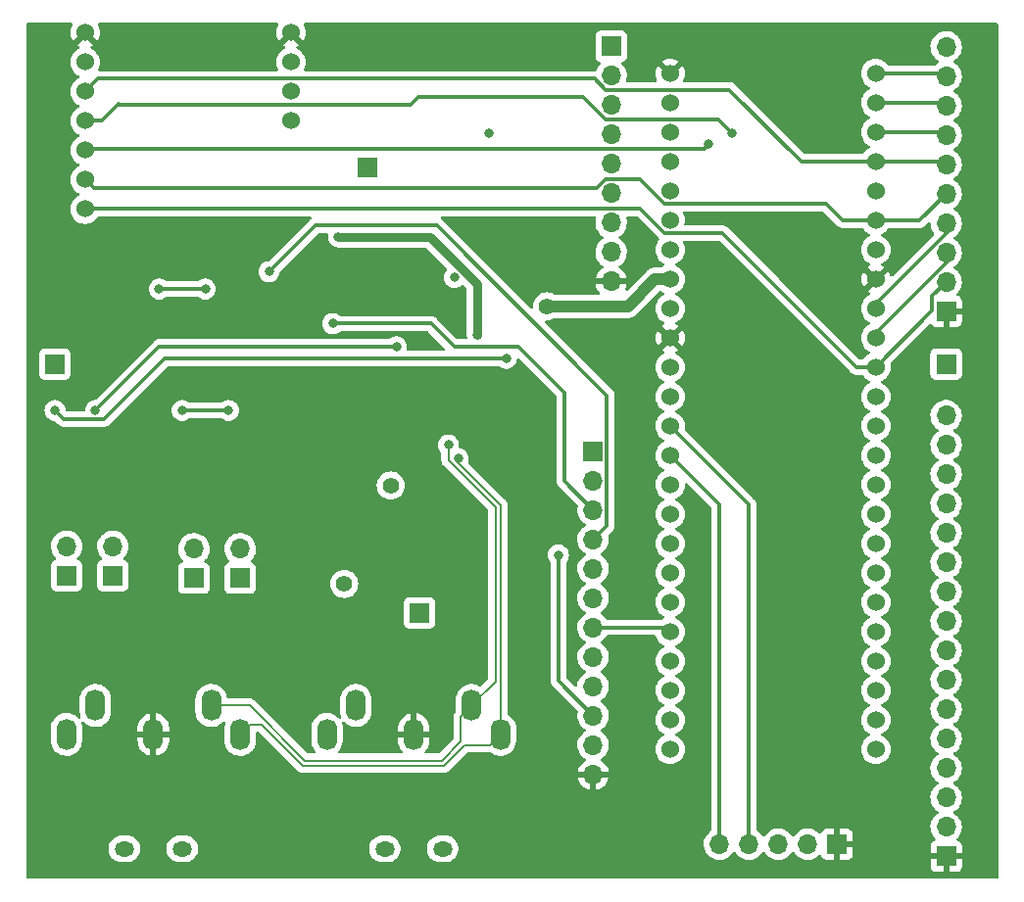
<source format=gbr>
%TF.GenerationSoftware,KiCad,Pcbnew,6.0.11+dfsg-1*%
%TF.CreationDate,2024-04-01T21:04:22+01:00*%
%TF.ProjectId,filestick-prototype,66696c65-7374-4696-936b-2d70726f746f,rev?*%
%TF.SameCoordinates,Original*%
%TF.FileFunction,Copper,L4,Bot*%
%TF.FilePolarity,Positive*%
%FSLAX46Y46*%
G04 Gerber Fmt 4.6, Leading zero omitted, Abs format (unit mm)*
G04 Created by KiCad (PCBNEW 6.0.11+dfsg-1) date 2024-04-01 21:04:22*
%MOMM*%
%LPD*%
G01*
G04 APERTURE LIST*
%TA.AperFunction,ComponentPad*%
%ADD10O,1.700000X2.700000*%
%TD*%
%TA.AperFunction,ComponentPad*%
%ADD11O,1.700000X1.300000*%
%TD*%
%TA.AperFunction,ComponentPad*%
%ADD12R,1.700000X1.700000*%
%TD*%
%TA.AperFunction,ComponentPad*%
%ADD13O,1.700000X1.700000*%
%TD*%
%TA.AperFunction,ComponentPad*%
%ADD14C,1.524000*%
%TD*%
%TA.AperFunction,ViaPad*%
%ADD15C,0.800000*%
%TD*%
%TA.AperFunction,ViaPad*%
%ADD16C,1.400000*%
%TD*%
%TA.AperFunction,Conductor*%
%ADD17C,0.800000*%
%TD*%
%TA.AperFunction,Conductor*%
%ADD18C,1.000000*%
%TD*%
%TA.AperFunction,Conductor*%
%ADD19C,0.300000*%
%TD*%
%TA.AperFunction,Conductor*%
%ADD20C,0.200000*%
%TD*%
G04 APERTURE END LIST*
D10*
%TO.P,J1,1,D+*%
%TO.N,/DATA+*%
X131500000Y-114005000D03*
%TO.P,J1,2,COM*%
%TO.N,GND*%
X139000000Y-114005000D03*
%TO.P,J1,3,CLK-*%
%TO.N,/CLK-*%
X146500000Y-114005000D03*
%TO.P,J1,4,D-*%
%TO.N,/DATA-*%
X134000000Y-111505000D03*
%TO.P,J1,5,CLK+*%
%TO.N,/CLK+*%
X144000000Y-111505000D03*
D11*
%TO.P,J1,G1*%
%TO.N,N/C*%
X141500000Y-123905000D03*
%TO.P,J1,G2*%
X136500000Y-123905000D03*
%TD*%
D12*
%TO.P,TP2,1,Pin_1*%
%TO.N,+3.3V*%
X154500000Y-89525000D03*
D13*
%TO.P,TP2,2,Pin_2*%
%TO.N,/COLLISION_DETECT*%
X154500000Y-92065000D03*
%TO.P,TP2,3,Pin_3*%
%TO.N,/TERM_EN*%
X154500000Y-94605000D03*
%TO.P,TP2,4,Pin_4*%
%TO.N,/COLLISION_REF_PWM*%
X154500000Y-97145000D03*
%TO.P,TP2,5,Pin_5*%
%TO.N,Net-(TP2-Pad5)*%
X154500000Y-99685000D03*
%TO.P,TP2,6,Pin_6*%
%TO.N,/ECONET_CLKIO*%
X154500000Y-102225000D03*
%TO.P,TP2,7,Pin_7*%
%TO.N,/ECONET_RXD*%
X154500000Y-104765000D03*
%TO.P,TP2,8,Pin_8*%
%TO.N,/ECONET_TXD*%
X154500000Y-107305000D03*
%TO.P,TP2,9,Pin_9*%
%TO.N,/ECONET_TXEN*%
X154500000Y-109845000D03*
%TO.P,TP2,10,Pin_10*%
%TO.N,/ECONET_CLKEN*%
X154500000Y-112385000D03*
%TO.P,TP2,11,Pin_11*%
%TO.N,Net-(TP2-Pad11)*%
X154500000Y-114925000D03*
%TO.P,TP2,12,Pin_12*%
%TO.N,GND*%
X154500000Y-117465000D03*
%TD*%
D12*
%TO.P,TP3,1,Pin_1*%
%TO.N,Net-(TP3-Pad1)*%
X185000000Y-82000000D03*
%TD*%
%TO.P,JP1,1,A*%
%TO.N,/CLK-*%
X124000000Y-100500000D03*
D13*
%TO.P,JP1,2,B*%
%TO.N,/TERM_CLK-*%
X124000000Y-97960000D03*
%TD*%
D10*
%TO.P,J2,1,D+*%
%TO.N,/DATA-*%
X109000000Y-114005000D03*
%TO.P,J2,2,COM*%
%TO.N,GND*%
X116500000Y-114005000D03*
%TO.P,J2,3,CLK-*%
%TO.N,/CLK-*%
X124000000Y-114005000D03*
%TO.P,J2,4,D-*%
%TO.N,/DATA+*%
X111500000Y-111505000D03*
%TO.P,J2,5,CLK+*%
%TO.N,/CLK+*%
X121500000Y-111505000D03*
D11*
%TO.P,J2,G1*%
%TO.N,N/C*%
X119000000Y-123905000D03*
%TO.P,J2,G2*%
X114000000Y-123905000D03*
%TD*%
D14*
%TO.P,U5,1,GND*%
%TO.N,GND*%
X110610000Y-53357500D03*
%TO.P,U5,2,Vdd*%
%TO.N,+3.3V*%
X110610000Y-55897500D03*
%TO.P,U5,3,DI*%
%TO.N,/MOSI*%
X110610000Y-58437500D03*
%TO.P,U5,4,DO*%
%TO.N,/MISO*%
X110610000Y-60977500D03*
%TO.P,U5,5,SCLK*%
%TO.N,/SCK*%
X110610000Y-63517500D03*
%TO.P,U5,6,/CS*%
%TO.N,/SD_SS*%
X110610000Y-66057500D03*
%TO.P,U5,7,CD*%
%TO.N,/SD_CD*%
X110610000Y-68597500D03*
%TO.P,U5,8,DAT1_/IRQ*%
%TO.N,unconnected-(U5-Pad8)*%
X128390000Y-60977500D03*
%TO.P,U5,9,DAT2*%
%TO.N,unconnected-(U5-Pad9)*%
X128390000Y-58437500D03*
%TO.P,U5,10,Vdd*%
%TO.N,+3.3V*%
X128390000Y-55897500D03*
%TO.P,U5,11,GND*%
%TO.N,GND*%
X128390000Y-53357500D03*
%TD*%
D12*
%TO.P,J3,1,Pin_1*%
%TO.N,+3.3V*%
X156060000Y-54530000D03*
D13*
%TO.P,J3,2,Pin_2*%
%TO.N,Net-(J3-Pad2)*%
X156060000Y-57070000D03*
%TO.P,J3,3,Pin_3*%
%TO.N,Net-(J3-Pad3)*%
X156060000Y-59610000D03*
%TO.P,J3,4,Pin_4*%
%TO.N,Net-(J3-Pad4)*%
X156060000Y-62150000D03*
%TO.P,J3,5,Pin_5*%
%TO.N,Net-(J3-Pad5)*%
X156060000Y-64690000D03*
%TO.P,J3,6,Pin_6*%
%TO.N,Net-(J3-Pad6)*%
X156060000Y-67230000D03*
%TO.P,J3,7,Pin_7*%
%TO.N,Net-(J3-Pad7)*%
X156060000Y-69770000D03*
%TO.P,J3,8,Pin_8*%
%TO.N,Net-(J3-Pad8)*%
X156060000Y-72310000D03*
%TO.P,J3,9,Pin_9*%
%TO.N,GND*%
X156060000Y-74850000D03*
%TD*%
D12*
%TO.P,JP3,1,A*%
%TO.N,/DATA-*%
X109000000Y-100275000D03*
D13*
%TO.P,JP3,2,B*%
%TO.N,/TERM_DATA-*%
X109000000Y-97735000D03*
%TD*%
D12*
%TO.P,J5,1,Pin_1*%
%TO.N,GND*%
X185000000Y-124550000D03*
D13*
%TO.P,J5,2,Pin_2*%
%TO.N,Net-(J5-Pad2)*%
X185000000Y-122010000D03*
%TO.P,J5,3,Pin_3*%
%TO.N,Net-(J5-Pad3)*%
X185000000Y-119470000D03*
%TO.P,J5,4,Pin_4*%
%TO.N,Net-(J5-Pad4)*%
X185000000Y-116930000D03*
%TO.P,J5,5,Pin_5*%
%TO.N,Net-(J5-Pad5)*%
X185000000Y-114390000D03*
%TO.P,J5,6,Pin_6*%
%TO.N,Net-(J5-Pad6)*%
X185000000Y-111850000D03*
%TO.P,J5,7,Pin_7*%
%TO.N,Net-(J5-Pad7)*%
X185000000Y-109310000D03*
%TO.P,J5,8,Pin_8*%
%TO.N,Net-(J5-Pad8)*%
X185000000Y-106770000D03*
%TO.P,J5,9,Pin_9*%
%TO.N,Net-(J5-Pad9)*%
X185000000Y-104230000D03*
%TO.P,J5,10,Pin_10*%
%TO.N,Net-(J5-Pad10)*%
X185000000Y-101690000D03*
%TO.P,J5,11,Pin_11*%
%TO.N,Net-(J5-Pad11)*%
X185000000Y-99150000D03*
%TO.P,J5,12,Pin_12*%
%TO.N,Net-(J5-Pad12)*%
X185000000Y-96610000D03*
%TO.P,J5,13,Pin_13*%
%TO.N,Net-(J5-Pad13)*%
X185000000Y-94070000D03*
%TO.P,J5,14,Pin_14*%
%TO.N,Net-(J5-Pad14)*%
X185000000Y-91530000D03*
%TO.P,J5,15,Pin_15*%
%TO.N,/GPIO_20*%
X185000000Y-88990000D03*
%TO.P,J5,16,Pin_16*%
%TO.N,+3.3V*%
X185000000Y-86450000D03*
%TD*%
D12*
%TO.P,JP4,1,A*%
%TO.N,/DATA+*%
X113000000Y-100275000D03*
D13*
%TO.P,JP4,2,B*%
%TO.N,/TERM_DATA+*%
X113000000Y-97735000D03*
%TD*%
D14*
%TO.P,U4,1,GND*%
%TO.N,GND*%
X161140000Y-56870000D03*
%TO.P,U4,2,VIO*%
%TO.N,Net-(J3-Pad2)*%
X161140000Y-59410000D03*
%TO.P,U4,3,RESET*%
%TO.N,Net-(SW1-Pad2)*%
X161140000Y-61950000D03*
%TO.P,U4,4,CDONE*%
%TO.N,Net-(J3-Pad3)*%
X161140000Y-64490000D03*
%TO.P,U4,5,GPIO41_RGB2*%
%TO.N,Net-(J3-Pad4)*%
X161140000Y-67030000D03*
%TO.P,U4,6,GPIO39_RGB0*%
%TO.N,Net-(J3-Pad5)*%
X161140000Y-69570000D03*
%TO.P,U4,7,GPIO40_RGB1*%
%TO.N,Net-(J3-Pad6)*%
X161140000Y-72110000D03*
%TO.P,U4,8,5v*%
%TO.N,+5V*%
X161140000Y-74650000D03*
%TO.P,U4,9,3v3*%
%TO.N,+3.3V*%
X161140000Y-77190000D03*
%TO.P,U4,10,GND*%
%TO.N,GND*%
X161140000Y-79730000D03*
%TO.P,U4,11,GPIO23*%
%TO.N,Net-(J3-Pad7)*%
X161140000Y-82270000D03*
%TO.P,U4,12,GPIO25*%
%TO.N,Net-(J3-Pad8)*%
X161140000Y-84810000D03*
%TO.P,U4,13,GPIO26_UART_RX*%
%TO.N,Net-(J4-Pad4)*%
X161140000Y-87350000D03*
%TO.P,U4,14,GPIO27_UART_TX*%
%TO.N,Net-(J4-Pad5)*%
X161140000Y-89890000D03*
%TO.P,U4,15,GPIO32*%
%TO.N,/COLLISION_DETECT*%
X161140000Y-92430000D03*
%TO.P,U4,16,GPIO35*%
%TO.N,/TERM_EN*%
X161140000Y-94970000D03*
%TO.P,U4,17,GPIO31*%
%TO.N,/COLLISION_REF_PWM*%
X161140000Y-97510000D03*
%TO.P,U4,18,GPIO37_G1*%
%TO.N,Net-(TP2-Pad5)*%
X161140000Y-100050000D03*
%TO.P,U4,19,GPIO34_G0*%
%TO.N,/ECONET_CLKIO*%
X161140000Y-102590000D03*
%TO.P,U4,20,GPIO43*%
%TO.N,/ECONET_RXD*%
X161140000Y-105130000D03*
%TO.P,U4,21,GPIO36*%
%TO.N,/ECONET_TXD*%
X161140000Y-107670000D03*
%TO.P,U4,22,GPIO42*%
%TO.N,/ECONET_TXEN*%
X161140000Y-110210000D03*
%TO.P,U4,23,GPIO38*%
%TO.N,/ECONET_CLKEN*%
X161140000Y-112750000D03*
%TO.P,U4,24,GPIO28*%
%TO.N,Net-(TP2-Pad11)*%
X161140000Y-115290000D03*
%TO.P,U4,25,GPIO2*%
%TO.N,Net-(J5-Pad2)*%
X178920000Y-115290000D03*
%TO.P,U4,26,GPIO46*%
%TO.N,Net-(J5-Pad3)*%
X178920000Y-112750000D03*
%TO.P,U4,27,GPIO47*%
%TO.N,Net-(J5-Pad4)*%
X178920000Y-110210000D03*
%TO.P,U4,28,GPIO45*%
%TO.N,Net-(J5-Pad5)*%
X178920000Y-107670000D03*
%TO.P,U4,29,GPIO48*%
%TO.N,Net-(J5-Pad6)*%
X178920000Y-105130000D03*
%TO.P,U4,30,GPIO3*%
%TO.N,Net-(J5-Pad7)*%
X178920000Y-102590000D03*
%TO.P,U4,31,GPIO4*%
%TO.N,Net-(J5-Pad8)*%
X178920000Y-100050000D03*
%TO.P,U4,32,GPIO44_G6*%
%TO.N,Net-(J5-Pad9)*%
X178920000Y-97510000D03*
%TO.P,U4,33,GPIO6*%
%TO.N,Net-(J5-Pad10)*%
X178920000Y-94970000D03*
%TO.P,U4,34,GPIO9*%
%TO.N,Net-(J5-Pad11)*%
X178920000Y-92430000D03*
%TO.P,U4,35,GPIO11*%
%TO.N,Net-(J5-Pad12)*%
X178920000Y-89890000D03*
%TO.P,U4,36,GPIO18*%
%TO.N,Net-(J5-Pad13)*%
X178920000Y-87350000D03*
%TO.P,U4,37,GPIO19*%
%TO.N,Net-(J5-Pad14)*%
X178920000Y-84810000D03*
%TO.P,U4,38,GPIO13*%
%TO.N,/SD_CD*%
X178920000Y-82270000D03*
%TO.P,U4,39,GPIO21_SS3*%
%TO.N,/SS3*%
X178920000Y-79730000D03*
%TO.P,U4,40,GPIO12_SS2*%
%TO.N,/SS2*%
X178920000Y-77190000D03*
%TO.P,U4,41,GND*%
%TO.N,GND*%
X178920000Y-74650000D03*
%TO.P,U4,42,CLK_12MHz*%
%TO.N,Net-(TP3-Pad1)*%
X178920000Y-72110000D03*
%TO.P,U4,43,GPIO10_SS1*%
%TO.N,/SD_SS*%
X178920000Y-69570000D03*
%TO.P,U4,44,GPIO20_G3*%
%TO.N,/GPIO_20*%
X178920000Y-67030000D03*
%TO.P,U4,45,GPIO14_MOSI*%
%TO.N,/MOSI*%
X178920000Y-64490000D03*
%TO.P,U4,46,GPIO17_MISO*%
%TO.N,/MISO*%
X178920000Y-61950000D03*
%TO.P,U4,47,GPIO15_SCK*%
%TO.N,/SCK*%
X178920000Y-59410000D03*
%TO.P,U4,48,GPIO16_SS0*%
%TO.N,/FLASH_SS*%
X178920000Y-56870000D03*
%TD*%
D12*
%TO.P,JP2,1,A*%
%TO.N,/CLK+*%
X120000000Y-100500000D03*
D13*
%TO.P,JP2,2,B*%
%TO.N,/TERM_CLK+*%
X120000000Y-97960000D03*
%TD*%
D12*
%TO.P,J6,1,Pin_1*%
%TO.N,GND*%
X185000000Y-77425000D03*
D13*
%TO.P,J6,2,Pin_2*%
%TO.N,/SD_CD*%
X185000000Y-74885000D03*
%TO.P,J6,3,Pin_3*%
%TO.N,/SS3*%
X185000000Y-72345000D03*
%TO.P,J6,4,Pin_4*%
%TO.N,/SS2*%
X185000000Y-69805000D03*
%TO.P,J6,5,Pin_5*%
%TO.N,/SD_SS*%
X185000000Y-67265000D03*
%TO.P,J6,6,Pin_6*%
%TO.N,/MOSI*%
X185000000Y-64725000D03*
%TO.P,J6,7,Pin_7*%
%TO.N,/MISO*%
X185000000Y-62185000D03*
%TO.P,J6,8,Pin_8*%
%TO.N,/SCK*%
X185000000Y-59645000D03*
%TO.P,J6,9,Pin_9*%
%TO.N,/FLASH_SS*%
X185000000Y-57105000D03*
%TO.P,J6,10,Pin_10*%
%TO.N,+3.3V*%
X185000000Y-54565000D03*
%TD*%
D12*
%TO.P,TP4,1,Pin_1*%
%TO.N,/COLLISION_MON*%
X135000000Y-65000000D03*
%TD*%
%TO.P,TP5,1,Pin_1*%
%TO.N,/VDD_TX*%
X139500000Y-103500000D03*
%TD*%
%TO.P,J4,1,Pin_1*%
%TO.N,GND*%
X175575000Y-123500000D03*
D13*
%TO.P,J4,2,Pin_2*%
%TO.N,unconnected-(J4-Pad2)*%
X173035000Y-123500000D03*
%TO.P,J4,3,Pin_3*%
%TO.N,unconnected-(J4-Pad3)*%
X170495000Y-123500000D03*
%TO.P,J4,4,Pin_4*%
%TO.N,Net-(J4-Pad4)*%
X167955000Y-123500000D03*
%TO.P,J4,5,Pin_5*%
%TO.N,Net-(J4-Pad5)*%
X165415000Y-123500000D03*
%TD*%
D12*
%TO.P,TP1,1,Pin_1*%
%TO.N,/TERM_EN_9V*%
X108000000Y-82000000D03*
%TD*%
D15*
%TO.N,+3.3V*%
X145500000Y-62000000D03*
X142500000Y-74500000D03*
D16*
X133000000Y-101000000D03*
X137000000Y-92500000D03*
D15*
%TO.N,GND*%
X133350000Y-90500000D03*
X137600000Y-75250000D03*
D16*
X148000000Y-102000000D03*
D15*
X137750000Y-95050000D03*
D16*
X152000000Y-79000000D03*
D15*
X137600000Y-86550000D03*
X133500000Y-99000000D03*
X130400000Y-86700000D03*
X121000000Y-83150000D03*
X153500000Y-72000000D03*
%TO.N,/VDD_TX*%
X144500000Y-79500000D03*
X132500000Y-71000000D03*
D16*
%TO.N,+5V*%
X150500000Y-77000000D03*
D15*
%TO.N,/TERM_EN*%
X132000000Y-78500000D03*
X117000000Y-75500000D03*
X121000000Y-75500000D03*
%TO.N,/CLK-*%
X142835522Y-90164478D03*
%TO.N,/CLK+*%
X142000000Y-89000000D03*
%TO.N,/MISO*%
X166500000Y-62000000D03*
%TO.N,/SCK*%
X164500000Y-63000000D03*
%TO.N,/TERM_LO*%
X147000000Y-81500000D03*
X108000000Y-86000000D03*
%TO.N,/TERM_HI*%
X111500000Y-86000000D03*
X137500000Y-80500000D03*
%TO.N,Net-(Q3-Pad2)*%
X123000000Y-86000000D03*
X119000000Y-86000000D03*
%TO.N,/ECONET_CLKEN*%
X151500000Y-98500000D03*
%TO.N,/COLLISION_REF_PWM*%
X126500000Y-74000000D03*
%TD*%
D17*
%TO.N,/VDD_TX*%
X144500000Y-75085786D02*
X140414214Y-71000000D01*
X144500000Y-79500000D02*
X144500000Y-75085786D01*
X140414214Y-71000000D02*
X132500000Y-71000000D01*
D18*
%TO.N,+5V*%
X161140000Y-74650000D02*
X159850000Y-74650000D01*
X159850000Y-74650000D02*
X157500000Y-77000000D01*
X157500000Y-77000000D02*
X150500000Y-77000000D01*
D19*
%TO.N,/TERM_EN*%
X142500000Y-80500000D02*
X148000000Y-80500000D01*
X140500000Y-78500000D02*
X142500000Y-80500000D01*
X152000000Y-84500000D02*
X152000000Y-92105000D01*
X152000000Y-92105000D02*
X154500000Y-94605000D01*
X148000000Y-80500000D02*
X152000000Y-84500000D01*
X117000000Y-75500000D02*
X121000000Y-75500000D01*
X132000000Y-78500000D02*
X140500000Y-78500000D01*
D20*
%TO.N,/CLK-*%
X146500000Y-94181800D02*
X142659100Y-90340900D01*
X145545405Y-114959595D02*
X143363603Y-114959595D01*
X141598198Y-116725000D02*
X129406800Y-116725000D01*
X124845900Y-113159100D02*
X124000000Y-114005000D01*
X143363603Y-114959595D02*
X141598198Y-116725000D01*
X146500000Y-114005000D02*
X145545405Y-114959595D01*
X125840900Y-113159100D02*
X124845900Y-113159100D01*
X129406800Y-116725000D02*
X125840900Y-113159100D01*
X146500000Y-114005000D02*
X146500000Y-94181800D01*
%TO.N,/CLK+*%
X129593200Y-116275000D02*
X124823200Y-111505000D01*
X144000000Y-111505000D02*
X146049999Y-109455001D01*
X142000000Y-90318200D02*
X142000000Y-89000000D01*
X124823200Y-111505000D02*
X121500000Y-111505000D01*
X143045405Y-112459595D02*
X143045405Y-114641397D01*
X144000000Y-111505000D02*
X143045405Y-112459595D01*
X141411802Y-116275000D02*
X129593200Y-116275000D01*
X146049999Y-109455001D02*
X146049999Y-94368199D01*
X146049999Y-94368199D02*
X142000000Y-90318200D01*
X143045405Y-114641397D02*
X141411802Y-116275000D01*
D19*
%TO.N,Net-(J4-Pad4)*%
X167955000Y-123500000D02*
X167955000Y-94165000D01*
X167955000Y-94165000D02*
X161140000Y-87350000D01*
%TO.N,Net-(J4-Pad5)*%
X165415000Y-123500000D02*
X165415000Y-94165000D01*
X165415000Y-94165000D02*
X161140000Y-89890000D01*
%TO.N,/SD_CD*%
X165682000Y-70682000D02*
X177270000Y-82270000D01*
X110637500Y-68570000D02*
X158567394Y-68570000D01*
X160679394Y-70682000D02*
X165682000Y-70682000D01*
X178920000Y-82270000D02*
X183800000Y-77390000D01*
X110610000Y-68597500D02*
X110637500Y-68570000D01*
X158567394Y-68570000D02*
X160679394Y-70682000D01*
X183800000Y-76085000D02*
X185000000Y-74885000D01*
X177270000Y-82270000D02*
X178920000Y-82270000D01*
X183800000Y-77390000D02*
X183800000Y-76085000D01*
%TO.N,/SS3*%
X178920000Y-79730000D02*
X178920000Y-79267943D01*
X185000000Y-73187943D02*
X185000000Y-72345000D01*
X178920000Y-79267943D02*
X185000000Y-73187943D01*
%TO.N,/SS2*%
X178920000Y-77190000D02*
X178920000Y-76727943D01*
X178920000Y-76727943D02*
X185000000Y-70647943D01*
X185000000Y-70647943D02*
X185000000Y-69805000D01*
%TO.N,/SD_SS*%
X176070000Y-69570000D02*
X178920000Y-69570000D01*
X155562943Y-66030000D02*
X158567394Y-66030000D01*
X160679394Y-68142000D02*
X174642000Y-68142000D01*
X110610000Y-66057500D02*
X111371999Y-66819499D01*
X174642000Y-68142000D02*
X176070000Y-69570000D01*
X178920000Y-69570000D02*
X182695000Y-69570000D01*
X158567394Y-66030000D02*
X160679394Y-68142000D01*
X182695000Y-69570000D02*
X185000000Y-67265000D01*
X111371999Y-66819499D02*
X154773444Y-66819499D01*
X154773444Y-66819499D02*
X155562943Y-66030000D01*
%TO.N,/MOSI*%
X172510000Y-64490000D02*
X178920000Y-64490000D01*
X172500000Y-64500000D02*
X172510000Y-64490000D01*
X154618443Y-57325500D02*
X155562943Y-58270000D01*
X110610000Y-58437500D02*
X111722000Y-57325500D01*
X166270000Y-58270000D02*
X172500000Y-64500000D01*
X111722000Y-57325500D02*
X154618443Y-57325500D01*
X155562943Y-58270000D02*
X166270000Y-58270000D01*
X178920000Y-64490000D02*
X184765000Y-64490000D01*
X184765000Y-64490000D02*
X185000000Y-64725000D01*
%TO.N,/MISO*%
X155590943Y-60838000D02*
X165338000Y-60838000D01*
X153652943Y-58900000D02*
X155590943Y-60838000D01*
X138758689Y-59549500D02*
X139408189Y-58900000D01*
X110610000Y-60977500D02*
X112022500Y-60977500D01*
X112022500Y-60977500D02*
X113500000Y-59500000D01*
X139408189Y-58900000D02*
X153652943Y-58900000D01*
X184765000Y-61950000D02*
X185000000Y-62185000D01*
X178920000Y-61950000D02*
X184765000Y-61950000D01*
X165338000Y-60838000D02*
X166500000Y-62000000D01*
X113549500Y-59549500D02*
X138758689Y-59549500D01*
X113500000Y-59500000D02*
X113549500Y-59549500D01*
%TO.N,/SCK*%
X110610000Y-63517500D02*
X110749500Y-63378000D01*
X164122000Y-63378000D02*
X164500000Y-63000000D01*
X178920000Y-59410000D02*
X184765000Y-59410000D01*
X110749500Y-63378000D02*
X164122000Y-63378000D01*
X184765000Y-59410000D02*
X185000000Y-59645000D01*
%TO.N,/FLASH_SS*%
X184765000Y-56870000D02*
X185000000Y-57105000D01*
X178920000Y-56870000D02*
X184765000Y-56870000D01*
%TO.N,/TERM_LO*%
X108000000Y-86000000D02*
X108750000Y-86750000D01*
X108750000Y-86750000D02*
X112250000Y-86750000D01*
X112250000Y-86750000D02*
X117500000Y-81500000D01*
X117500000Y-81500000D02*
X147000000Y-81500000D01*
%TO.N,/TERM_HI*%
X137500000Y-80500000D02*
X117000000Y-80500000D01*
X117000000Y-80500000D02*
X111500000Y-86000000D01*
%TO.N,Net-(Q3-Pad2)*%
X119000000Y-86000000D02*
X123000000Y-86000000D01*
%TO.N,/ECONET_CLKEN*%
X151500000Y-109385000D02*
X154500000Y-112385000D01*
X151500000Y-98500000D02*
X151500000Y-109385000D01*
%TO.N,/COLLISION_REF_PWM*%
X155700000Y-84700000D02*
X141000000Y-70000000D01*
X155700000Y-95945000D02*
X155700000Y-84700000D01*
X154500000Y-97145000D02*
X155700000Y-95945000D01*
X130500000Y-70000000D02*
X126500000Y-74000000D01*
X141000000Y-70000000D02*
X130500000Y-70000000D01*
%TO.N,/ECONET_RXD*%
X160775000Y-104765000D02*
X161140000Y-105130000D01*
X154500000Y-104765000D02*
X160775000Y-104765000D01*
%TD*%
%TA.AperFunction,Conductor*%
%TO.N,GND*%
G36*
X109480171Y-52528502D02*
G01*
X109526664Y-52582158D01*
X109536768Y-52652432D01*
X109515264Y-52706769D01*
X109509101Y-52715572D01*
X109503624Y-52725056D01*
X109414355Y-52916493D01*
X109410609Y-52926785D01*
X109355941Y-53130809D01*
X109354038Y-53141604D01*
X109335628Y-53352025D01*
X109335628Y-53362975D01*
X109354038Y-53573396D01*
X109355941Y-53584191D01*
X109410609Y-53788215D01*
X109414355Y-53798507D01*
X109503623Y-53989941D01*
X109509103Y-53999432D01*
X109539794Y-54043265D01*
X109550271Y-54051640D01*
X109563718Y-54044572D01*
X110520905Y-53087385D01*
X110583217Y-53053359D01*
X110654032Y-53058424D01*
X110699095Y-53087385D01*
X111657003Y-54045293D01*
X111668777Y-54051723D01*
X111680793Y-54042426D01*
X111710897Y-53999432D01*
X111716377Y-53989941D01*
X111805645Y-53798507D01*
X111809391Y-53788215D01*
X111864059Y-53584191D01*
X111865962Y-53573396D01*
X111884372Y-53362975D01*
X111884372Y-53352025D01*
X111865962Y-53141604D01*
X111864059Y-53130809D01*
X111809391Y-52926785D01*
X111805645Y-52916493D01*
X111716376Y-52725056D01*
X111710899Y-52715572D01*
X111704736Y-52706769D01*
X111682049Y-52639495D01*
X111699335Y-52570635D01*
X111751105Y-52522051D01*
X111807950Y-52508500D01*
X127192050Y-52508500D01*
X127260171Y-52528502D01*
X127306664Y-52582158D01*
X127316768Y-52652432D01*
X127295264Y-52706769D01*
X127289101Y-52715572D01*
X127283624Y-52725056D01*
X127194355Y-52916493D01*
X127190609Y-52926785D01*
X127135941Y-53130809D01*
X127134038Y-53141604D01*
X127115628Y-53352025D01*
X127115628Y-53362975D01*
X127134038Y-53573396D01*
X127135941Y-53584191D01*
X127190609Y-53788215D01*
X127194355Y-53798507D01*
X127283623Y-53989941D01*
X127289103Y-53999432D01*
X127319794Y-54043265D01*
X127330271Y-54051640D01*
X127343718Y-54044572D01*
X128300905Y-53087385D01*
X128363217Y-53053359D01*
X128434032Y-53058424D01*
X128479095Y-53087385D01*
X129437003Y-54045293D01*
X129448777Y-54051723D01*
X129460793Y-54042426D01*
X129490897Y-53999432D01*
X129496377Y-53989941D01*
X129585645Y-53798507D01*
X129589391Y-53788215D01*
X129644059Y-53584191D01*
X129645962Y-53573396D01*
X129664372Y-53362975D01*
X129664372Y-53352025D01*
X129645962Y-53141604D01*
X129644059Y-53130809D01*
X129589391Y-52926785D01*
X129585645Y-52916493D01*
X129496376Y-52725056D01*
X129490899Y-52715572D01*
X129484736Y-52706769D01*
X129462049Y-52639495D01*
X129479335Y-52570635D01*
X129531105Y-52522051D01*
X129587950Y-52508500D01*
X189365500Y-52508500D01*
X189433621Y-52528502D01*
X189480114Y-52582158D01*
X189491500Y-52634500D01*
X189491500Y-126365500D01*
X189471498Y-126433621D01*
X189417842Y-126480114D01*
X189365500Y-126491500D01*
X105634500Y-126491500D01*
X105566379Y-126471498D01*
X105519886Y-126417842D01*
X105508500Y-126365500D01*
X105508500Y-125444669D01*
X183642001Y-125444669D01*
X183642371Y-125451490D01*
X183647895Y-125502352D01*
X183651521Y-125517604D01*
X183696676Y-125638054D01*
X183705214Y-125653649D01*
X183781715Y-125755724D01*
X183794276Y-125768285D01*
X183896351Y-125844786D01*
X183911946Y-125853324D01*
X184032394Y-125898478D01*
X184047649Y-125902105D01*
X184098514Y-125907631D01*
X184105328Y-125908000D01*
X184727885Y-125908000D01*
X184743124Y-125903525D01*
X184744329Y-125902135D01*
X184746000Y-125894452D01*
X184746000Y-125889884D01*
X185254000Y-125889884D01*
X185258475Y-125905123D01*
X185259865Y-125906328D01*
X185267548Y-125907999D01*
X185894669Y-125907999D01*
X185901490Y-125907629D01*
X185952352Y-125902105D01*
X185967604Y-125898479D01*
X186088054Y-125853324D01*
X186103649Y-125844786D01*
X186205724Y-125768285D01*
X186218285Y-125755724D01*
X186294786Y-125653649D01*
X186303324Y-125638054D01*
X186348478Y-125517606D01*
X186352105Y-125502351D01*
X186357631Y-125451486D01*
X186358000Y-125444672D01*
X186358000Y-124822115D01*
X186353525Y-124806876D01*
X186352135Y-124805671D01*
X186344452Y-124804000D01*
X185272115Y-124804000D01*
X185256876Y-124808475D01*
X185255671Y-124809865D01*
X185254000Y-124817548D01*
X185254000Y-125889884D01*
X184746000Y-125889884D01*
X184746000Y-124822115D01*
X184741525Y-124806876D01*
X184740135Y-124805671D01*
X184732452Y-124804000D01*
X183660116Y-124804000D01*
X183644877Y-124808475D01*
X183643672Y-124809865D01*
X183642001Y-124817548D01*
X183642001Y-125444669D01*
X105508500Y-125444669D01*
X105508500Y-123996284D01*
X112640124Y-123996284D01*
X112641103Y-124001981D01*
X112641103Y-124001982D01*
X112668231Y-124159857D01*
X112676181Y-124206126D01*
X112749875Y-124405884D01*
X112858739Y-124588866D01*
X112999125Y-124748946D01*
X113166333Y-124880762D01*
X113171444Y-124883451D01*
X113171447Y-124883453D01*
X113274961Y-124937915D01*
X113354762Y-124979900D01*
X113360283Y-124981614D01*
X113360287Y-124981616D01*
X113530623Y-125034506D01*
X113558102Y-125043039D01*
X113730982Y-125063500D01*
X114254013Y-125063500D01*
X114339645Y-125055632D01*
X114406270Y-125049510D01*
X114406273Y-125049509D01*
X114412024Y-125048981D01*
X114433093Y-125043039D01*
X114611389Y-124992754D01*
X114611391Y-124992753D01*
X114616948Y-124991186D01*
X114622123Y-124988634D01*
X114622128Y-124988632D01*
X114802727Y-124899570D01*
X114807908Y-124897015D01*
X114978509Y-124769622D01*
X115123037Y-124613271D01*
X115224570Y-124452351D01*
X115233574Y-124438081D01*
X115236653Y-124433201D01*
X115315551Y-124235441D01*
X115320305Y-124211544D01*
X115355962Y-124032282D01*
X115355962Y-124032280D01*
X115357089Y-124026615D01*
X115357412Y-124001982D01*
X115357487Y-123996284D01*
X117640124Y-123996284D01*
X117641103Y-124001981D01*
X117641103Y-124001982D01*
X117668231Y-124159857D01*
X117676181Y-124206126D01*
X117749875Y-124405884D01*
X117858739Y-124588866D01*
X117999125Y-124748946D01*
X118166333Y-124880762D01*
X118171444Y-124883451D01*
X118171447Y-124883453D01*
X118274961Y-124937915D01*
X118354762Y-124979900D01*
X118360283Y-124981614D01*
X118360287Y-124981616D01*
X118530623Y-125034506D01*
X118558102Y-125043039D01*
X118730982Y-125063500D01*
X119254013Y-125063500D01*
X119339645Y-125055632D01*
X119406270Y-125049510D01*
X119406273Y-125049509D01*
X119412024Y-125048981D01*
X119433093Y-125043039D01*
X119611389Y-124992754D01*
X119611391Y-124992753D01*
X119616948Y-124991186D01*
X119622123Y-124988634D01*
X119622128Y-124988632D01*
X119802727Y-124899570D01*
X119807908Y-124897015D01*
X119978509Y-124769622D01*
X120123037Y-124613271D01*
X120224570Y-124452351D01*
X120233574Y-124438081D01*
X120236653Y-124433201D01*
X120315551Y-124235441D01*
X120320305Y-124211544D01*
X120355962Y-124032282D01*
X120355962Y-124032280D01*
X120357089Y-124026615D01*
X120357412Y-124001982D01*
X120357487Y-123996284D01*
X135140124Y-123996284D01*
X135141103Y-124001981D01*
X135141103Y-124001982D01*
X135168231Y-124159857D01*
X135176181Y-124206126D01*
X135249875Y-124405884D01*
X135358739Y-124588866D01*
X135499125Y-124748946D01*
X135666333Y-124880762D01*
X135671444Y-124883451D01*
X135671447Y-124883453D01*
X135774961Y-124937915D01*
X135854762Y-124979900D01*
X135860283Y-124981614D01*
X135860287Y-124981616D01*
X136030623Y-125034506D01*
X136058102Y-125043039D01*
X136230982Y-125063500D01*
X136754013Y-125063500D01*
X136839645Y-125055632D01*
X136906270Y-125049510D01*
X136906273Y-125049509D01*
X136912024Y-125048981D01*
X136933093Y-125043039D01*
X137111389Y-124992754D01*
X137111391Y-124992753D01*
X137116948Y-124991186D01*
X137122123Y-124988634D01*
X137122128Y-124988632D01*
X137302727Y-124899570D01*
X137307908Y-124897015D01*
X137478509Y-124769622D01*
X137623037Y-124613271D01*
X137724570Y-124452351D01*
X137733574Y-124438081D01*
X137736653Y-124433201D01*
X137815551Y-124235441D01*
X137820305Y-124211544D01*
X137855962Y-124032282D01*
X137855962Y-124032280D01*
X137857089Y-124026615D01*
X137857412Y-124001982D01*
X137857487Y-123996284D01*
X140140124Y-123996284D01*
X140141103Y-124001981D01*
X140141103Y-124001982D01*
X140168231Y-124159857D01*
X140176181Y-124206126D01*
X140249875Y-124405884D01*
X140358739Y-124588866D01*
X140499125Y-124748946D01*
X140666333Y-124880762D01*
X140671444Y-124883451D01*
X140671447Y-124883453D01*
X140774961Y-124937915D01*
X140854762Y-124979900D01*
X140860283Y-124981614D01*
X140860287Y-124981616D01*
X141030623Y-125034506D01*
X141058102Y-125043039D01*
X141230982Y-125063500D01*
X141754013Y-125063500D01*
X141839645Y-125055632D01*
X141906270Y-125049510D01*
X141906273Y-125049509D01*
X141912024Y-125048981D01*
X141933093Y-125043039D01*
X142111389Y-124992754D01*
X142111391Y-124992753D01*
X142116948Y-124991186D01*
X142122123Y-124988634D01*
X142122128Y-124988632D01*
X142302727Y-124899570D01*
X142307908Y-124897015D01*
X142478509Y-124769622D01*
X142623037Y-124613271D01*
X142724570Y-124452351D01*
X142733574Y-124438081D01*
X142736653Y-124433201D01*
X142815551Y-124235441D01*
X142820305Y-124211544D01*
X142855962Y-124032282D01*
X142855962Y-124032280D01*
X142857089Y-124026615D01*
X142857412Y-124001982D01*
X142859800Y-123819498D01*
X142859876Y-123813716D01*
X142854664Y-123783385D01*
X142824797Y-123609564D01*
X142824796Y-123609561D01*
X142823819Y-123603874D01*
X142750125Y-123404116D01*
X142654344Y-123243124D01*
X142644215Y-123226099D01*
X142644214Y-123226098D01*
X142641261Y-123221134D01*
X142500875Y-123061054D01*
X142333667Y-122929238D01*
X142328556Y-122926549D01*
X142328553Y-122926547D01*
X142188368Y-122852792D01*
X142145238Y-122830100D01*
X142139717Y-122828386D01*
X142139713Y-122828384D01*
X141947421Y-122768676D01*
X141947422Y-122768676D01*
X141941898Y-122766961D01*
X141769018Y-122746500D01*
X141245987Y-122746500D01*
X141160355Y-122754368D01*
X141093730Y-122760490D01*
X141093727Y-122760491D01*
X141087976Y-122761019D01*
X141082417Y-122762587D01*
X141082416Y-122762587D01*
X140888611Y-122817246D01*
X140888609Y-122817247D01*
X140883052Y-122818814D01*
X140877877Y-122821366D01*
X140877872Y-122821368D01*
X140731626Y-122893489D01*
X140692092Y-122912985D01*
X140521491Y-123040378D01*
X140376963Y-123196729D01*
X140263347Y-123376799D01*
X140184449Y-123574559D01*
X140183323Y-123580219D01*
X140183322Y-123580223D01*
X140148184Y-123756876D01*
X140142911Y-123783385D01*
X140142835Y-123789160D01*
X140142835Y-123789164D01*
X140142514Y-123813716D01*
X140140124Y-123996284D01*
X137857487Y-123996284D01*
X137859800Y-123819498D01*
X137859876Y-123813716D01*
X137854664Y-123783385D01*
X137824797Y-123609564D01*
X137824796Y-123609561D01*
X137823819Y-123603874D01*
X137750125Y-123404116D01*
X137654344Y-123243124D01*
X137644215Y-123226099D01*
X137644214Y-123226098D01*
X137641261Y-123221134D01*
X137500875Y-123061054D01*
X137333667Y-122929238D01*
X137328556Y-122926549D01*
X137328553Y-122926547D01*
X137188368Y-122852792D01*
X137145238Y-122830100D01*
X137139717Y-122828386D01*
X137139713Y-122828384D01*
X136947421Y-122768676D01*
X136947422Y-122768676D01*
X136941898Y-122766961D01*
X136769018Y-122746500D01*
X136245987Y-122746500D01*
X136160355Y-122754368D01*
X136093730Y-122760490D01*
X136093727Y-122760491D01*
X136087976Y-122761019D01*
X136082417Y-122762587D01*
X136082416Y-122762587D01*
X135888611Y-122817246D01*
X135888609Y-122817247D01*
X135883052Y-122818814D01*
X135877877Y-122821366D01*
X135877872Y-122821368D01*
X135731626Y-122893489D01*
X135692092Y-122912985D01*
X135521491Y-123040378D01*
X135376963Y-123196729D01*
X135263347Y-123376799D01*
X135184449Y-123574559D01*
X135183323Y-123580219D01*
X135183322Y-123580223D01*
X135148184Y-123756876D01*
X135142911Y-123783385D01*
X135142835Y-123789160D01*
X135142835Y-123789164D01*
X135142514Y-123813716D01*
X135140124Y-123996284D01*
X120357487Y-123996284D01*
X120359800Y-123819498D01*
X120359876Y-123813716D01*
X120354664Y-123783385D01*
X120324797Y-123609564D01*
X120324796Y-123609561D01*
X120323819Y-123603874D01*
X120250125Y-123404116D01*
X120154344Y-123243124D01*
X120144215Y-123226099D01*
X120144214Y-123226098D01*
X120141261Y-123221134D01*
X120000875Y-123061054D01*
X119833667Y-122929238D01*
X119828556Y-122926549D01*
X119828553Y-122926547D01*
X119688368Y-122852792D01*
X119645238Y-122830100D01*
X119639717Y-122828386D01*
X119639713Y-122828384D01*
X119447421Y-122768676D01*
X119447422Y-122768676D01*
X119441898Y-122766961D01*
X119269018Y-122746500D01*
X118745987Y-122746500D01*
X118660355Y-122754368D01*
X118593730Y-122760490D01*
X118593727Y-122760491D01*
X118587976Y-122761019D01*
X118582417Y-122762587D01*
X118582416Y-122762587D01*
X118388611Y-122817246D01*
X118388609Y-122817247D01*
X118383052Y-122818814D01*
X118377877Y-122821366D01*
X118377872Y-122821368D01*
X118231626Y-122893489D01*
X118192092Y-122912985D01*
X118021491Y-123040378D01*
X117876963Y-123196729D01*
X117763347Y-123376799D01*
X117684449Y-123574559D01*
X117683323Y-123580219D01*
X117683322Y-123580223D01*
X117648184Y-123756876D01*
X117642911Y-123783385D01*
X117642835Y-123789160D01*
X117642835Y-123789164D01*
X117642514Y-123813716D01*
X117640124Y-123996284D01*
X115357487Y-123996284D01*
X115359800Y-123819498D01*
X115359876Y-123813716D01*
X115354664Y-123783385D01*
X115324797Y-123609564D01*
X115324796Y-123609561D01*
X115323819Y-123603874D01*
X115250125Y-123404116D01*
X115154344Y-123243124D01*
X115144215Y-123226099D01*
X115144214Y-123226098D01*
X115141261Y-123221134D01*
X115000875Y-123061054D01*
X114833667Y-122929238D01*
X114828556Y-122926549D01*
X114828553Y-122926547D01*
X114688368Y-122852792D01*
X114645238Y-122830100D01*
X114639717Y-122828386D01*
X114639713Y-122828384D01*
X114447421Y-122768676D01*
X114447422Y-122768676D01*
X114441898Y-122766961D01*
X114269018Y-122746500D01*
X113745987Y-122746500D01*
X113660355Y-122754368D01*
X113593730Y-122760490D01*
X113593727Y-122760491D01*
X113587976Y-122761019D01*
X113582417Y-122762587D01*
X113582416Y-122762587D01*
X113388611Y-122817246D01*
X113388609Y-122817247D01*
X113383052Y-122818814D01*
X113377877Y-122821366D01*
X113377872Y-122821368D01*
X113231626Y-122893489D01*
X113192092Y-122912985D01*
X113021491Y-123040378D01*
X112876963Y-123196729D01*
X112763347Y-123376799D01*
X112684449Y-123574559D01*
X112683323Y-123580219D01*
X112683322Y-123580223D01*
X112648184Y-123756876D01*
X112642911Y-123783385D01*
X112642835Y-123789160D01*
X112642835Y-123789164D01*
X112642514Y-123813716D01*
X112640124Y-123996284D01*
X105508500Y-123996284D01*
X105508500Y-117732966D01*
X153168257Y-117732966D01*
X153198565Y-117867446D01*
X153201645Y-117877275D01*
X153281770Y-118074603D01*
X153286413Y-118083794D01*
X153397694Y-118265388D01*
X153403777Y-118273699D01*
X153543213Y-118434667D01*
X153550580Y-118441883D01*
X153714434Y-118577916D01*
X153722881Y-118583831D01*
X153906756Y-118691279D01*
X153916042Y-118695729D01*
X154115001Y-118771703D01*
X154124899Y-118774579D01*
X154228250Y-118795606D01*
X154242299Y-118794410D01*
X154246000Y-118784065D01*
X154246000Y-118783517D01*
X154754000Y-118783517D01*
X154758064Y-118797359D01*
X154771478Y-118799393D01*
X154778184Y-118798534D01*
X154788262Y-118796392D01*
X154992255Y-118735191D01*
X155001842Y-118731433D01*
X155193095Y-118637739D01*
X155201945Y-118632464D01*
X155375328Y-118508792D01*
X155383200Y-118502139D01*
X155534052Y-118351812D01*
X155540730Y-118343965D01*
X155665003Y-118171020D01*
X155670313Y-118162183D01*
X155764670Y-117971267D01*
X155768469Y-117961672D01*
X155830377Y-117757910D01*
X155832555Y-117747837D01*
X155833986Y-117736962D01*
X155831775Y-117722778D01*
X155818617Y-117719000D01*
X154772115Y-117719000D01*
X154756876Y-117723475D01*
X154755671Y-117724865D01*
X154754000Y-117732548D01*
X154754000Y-118783517D01*
X154246000Y-118783517D01*
X154246000Y-117737115D01*
X154241525Y-117721876D01*
X154240135Y-117720671D01*
X154232452Y-117719000D01*
X153183225Y-117719000D01*
X153169694Y-117722973D01*
X153168257Y-117732966D01*
X105508500Y-117732966D01*
X105508500Y-114562890D01*
X107641500Y-114562890D01*
X107656080Y-114734720D01*
X107657418Y-114739875D01*
X107657419Y-114739881D01*
X107712657Y-114952703D01*
X107713999Y-114957872D01*
X107716191Y-114962738D01*
X107716192Y-114962741D01*
X107737039Y-115009020D01*
X107808688Y-115168075D01*
X107937441Y-115359319D01*
X107941120Y-115363176D01*
X107941122Y-115363178D01*
X108006254Y-115431453D01*
X108096576Y-115526135D01*
X108281542Y-115663754D01*
X108286293Y-115666170D01*
X108286297Y-115666172D01*
X108384296Y-115715997D01*
X108487051Y-115768240D01*
X108492145Y-115769822D01*
X108492148Y-115769823D01*
X108628421Y-115812137D01*
X108707227Y-115836607D01*
X108712516Y-115837308D01*
X108930489Y-115866198D01*
X108930494Y-115866198D01*
X108935774Y-115866898D01*
X108941103Y-115866698D01*
X108941105Y-115866698D01*
X109050966Y-115862574D01*
X109166158Y-115858249D01*
X109391791Y-115810907D01*
X109396750Y-115808949D01*
X109396752Y-115808948D01*
X109601256Y-115728185D01*
X109601258Y-115728184D01*
X109606221Y-115726224D01*
X109611525Y-115723006D01*
X109798757Y-115609390D01*
X109798756Y-115609390D01*
X109803317Y-115606623D01*
X109844399Y-115570974D01*
X109973412Y-115459023D01*
X109973414Y-115459021D01*
X109977445Y-115455523D01*
X110052540Y-115363938D01*
X110120240Y-115281373D01*
X110120244Y-115281367D01*
X110123624Y-115277245D01*
X110126427Y-115272322D01*
X110235032Y-115081529D01*
X110237675Y-115076886D01*
X110316337Y-114860175D01*
X110317287Y-114854923D01*
X110356623Y-114637392D01*
X110356624Y-114637385D01*
X110357361Y-114633308D01*
X110358500Y-114609156D01*
X110358500Y-114560206D01*
X115142000Y-114560206D01*
X115142225Y-114565515D01*
X115156124Y-114729325D01*
X115157914Y-114739797D01*
X115213130Y-114952535D01*
X115216665Y-114962575D01*
X115306937Y-115162970D01*
X115312106Y-115172256D01*
X115434850Y-115354575D01*
X115441519Y-115362870D01*
X115593228Y-115521900D01*
X115601186Y-115528941D01*
X115777525Y-115660141D01*
X115786562Y-115665745D01*
X115982484Y-115765357D01*
X115992335Y-115769357D01*
X116202240Y-115834534D01*
X116212624Y-115836817D01*
X116228043Y-115838861D01*
X116242207Y-115836665D01*
X116246000Y-115823478D01*
X116246000Y-115821192D01*
X116754000Y-115821192D01*
X116757973Y-115834723D01*
X116768580Y-115836248D01*
X116886421Y-115811523D01*
X116896617Y-115808463D01*
X117101029Y-115727737D01*
X117110561Y-115723006D01*
X117298462Y-115608984D01*
X117307052Y-115602720D01*
X117473052Y-115458673D01*
X117480472Y-115451042D01*
X117619826Y-115281089D01*
X117625850Y-115272322D01*
X117734576Y-115081318D01*
X117739041Y-115071654D01*
X117814031Y-114865059D01*
X117816802Y-114854792D01*
X117856123Y-114637345D01*
X117857056Y-114629116D01*
X117857930Y-114610598D01*
X117858000Y-114607623D01*
X117858000Y-114277115D01*
X117853525Y-114261876D01*
X117852135Y-114260671D01*
X117844452Y-114259000D01*
X116772115Y-114259000D01*
X116756876Y-114263475D01*
X116755671Y-114264865D01*
X116754000Y-114272548D01*
X116754000Y-115821192D01*
X116246000Y-115821192D01*
X116246000Y-114277115D01*
X116241525Y-114261876D01*
X116240135Y-114260671D01*
X116232452Y-114259000D01*
X115160115Y-114259000D01*
X115144876Y-114263475D01*
X115143671Y-114264865D01*
X115142000Y-114272548D01*
X115142000Y-114560206D01*
X110358500Y-114560206D01*
X110358500Y-113732885D01*
X115142000Y-113732885D01*
X115146475Y-113748124D01*
X115147865Y-113749329D01*
X115155548Y-113751000D01*
X116227885Y-113751000D01*
X116243124Y-113746525D01*
X116244329Y-113745135D01*
X116246000Y-113737452D01*
X116246000Y-113732885D01*
X116754000Y-113732885D01*
X116758475Y-113748124D01*
X116759865Y-113749329D01*
X116767548Y-113751000D01*
X117839885Y-113751000D01*
X117855124Y-113746525D01*
X117856329Y-113745135D01*
X117858000Y-113737452D01*
X117858000Y-113449794D01*
X117857775Y-113444485D01*
X117843876Y-113280675D01*
X117842086Y-113270203D01*
X117786870Y-113057465D01*
X117783335Y-113047425D01*
X117693063Y-112847030D01*
X117687894Y-112837744D01*
X117565150Y-112655425D01*
X117558481Y-112647130D01*
X117406772Y-112488100D01*
X117398814Y-112481059D01*
X117222475Y-112349859D01*
X117213438Y-112344255D01*
X117017516Y-112244643D01*
X117007665Y-112240643D01*
X116797760Y-112175466D01*
X116787376Y-112173183D01*
X116771957Y-112171139D01*
X116757793Y-112173335D01*
X116754000Y-112186522D01*
X116754000Y-113732885D01*
X116246000Y-113732885D01*
X116246000Y-112188808D01*
X116242027Y-112175277D01*
X116231420Y-112173752D01*
X116113579Y-112198477D01*
X116103383Y-112201537D01*
X115898971Y-112282263D01*
X115889439Y-112286994D01*
X115701538Y-112401016D01*
X115692948Y-112407280D01*
X115526948Y-112551327D01*
X115519528Y-112558958D01*
X115380174Y-112728911D01*
X115374150Y-112737678D01*
X115265424Y-112928682D01*
X115260959Y-112938346D01*
X115185969Y-113144941D01*
X115183198Y-113155208D01*
X115143877Y-113372655D01*
X115142944Y-113380884D01*
X115142070Y-113399402D01*
X115142000Y-113402377D01*
X115142000Y-113732885D01*
X110358500Y-113732885D01*
X110358500Y-113447110D01*
X110351299Y-113362240D01*
X110344371Y-113280591D01*
X110344370Y-113280587D01*
X110343920Y-113275280D01*
X110342582Y-113270125D01*
X110342581Y-113270119D01*
X110287342Y-113057295D01*
X110286001Y-113052128D01*
X110283808Y-113047259D01*
X110283801Y-113047239D01*
X110280042Y-112976342D01*
X110315209Y-112914668D01*
X110378137Y-112881796D01*
X110448848Y-112888164D01*
X110493818Y-112918417D01*
X110596576Y-113026135D01*
X110600854Y-113029318D01*
X110622625Y-113045516D01*
X110781542Y-113163754D01*
X110786293Y-113166170D01*
X110786297Y-113166172D01*
X110825682Y-113186196D01*
X110987051Y-113268240D01*
X110992145Y-113269822D01*
X110992148Y-113269823D01*
X111153905Y-113320050D01*
X111207227Y-113336607D01*
X111212516Y-113337308D01*
X111430489Y-113366198D01*
X111430494Y-113366198D01*
X111435774Y-113366898D01*
X111441103Y-113366698D01*
X111441105Y-113366698D01*
X111559849Y-113362240D01*
X111666158Y-113358249D01*
X111891791Y-113310907D01*
X111896750Y-113308949D01*
X111896752Y-113308948D01*
X112101256Y-113228185D01*
X112101258Y-113228184D01*
X112106221Y-113226224D01*
X112173021Y-113185689D01*
X112298757Y-113109390D01*
X112298756Y-113109390D01*
X112303317Y-113106623D01*
X112359967Y-113057465D01*
X112473412Y-112959023D01*
X112473414Y-112959021D01*
X112477445Y-112955523D01*
X112533197Y-112887529D01*
X112620240Y-112781373D01*
X112620244Y-112781367D01*
X112623624Y-112777245D01*
X112636017Y-112755475D01*
X112735032Y-112581529D01*
X112737675Y-112576886D01*
X112816337Y-112360175D01*
X112817287Y-112354923D01*
X112856623Y-112137392D01*
X112856624Y-112137385D01*
X112857361Y-112133308D01*
X112858500Y-112109156D01*
X112858500Y-112062890D01*
X120141500Y-112062890D01*
X120141725Y-112065539D01*
X120154342Y-112214234D01*
X120156080Y-112234720D01*
X120157418Y-112239875D01*
X120157419Y-112239881D01*
X120212657Y-112452703D01*
X120213999Y-112457872D01*
X120216191Y-112462738D01*
X120216192Y-112462741D01*
X120256097Y-112551327D01*
X120308688Y-112668075D01*
X120437441Y-112859319D01*
X120596576Y-113026135D01*
X120600854Y-113029318D01*
X120622625Y-113045516D01*
X120781542Y-113163754D01*
X120786293Y-113166170D01*
X120786297Y-113166172D01*
X120825682Y-113186196D01*
X120987051Y-113268240D01*
X120992145Y-113269822D01*
X120992148Y-113269823D01*
X121153905Y-113320050D01*
X121207227Y-113336607D01*
X121212516Y-113337308D01*
X121430489Y-113366198D01*
X121430494Y-113366198D01*
X121435774Y-113366898D01*
X121441103Y-113366698D01*
X121441105Y-113366698D01*
X121559849Y-113362240D01*
X121666158Y-113358249D01*
X121891791Y-113310907D01*
X121896750Y-113308949D01*
X121896752Y-113308948D01*
X122101256Y-113228185D01*
X122101258Y-113228184D01*
X122106221Y-113226224D01*
X122173021Y-113185689D01*
X122298757Y-113109390D01*
X122298756Y-113109390D01*
X122303317Y-113106623D01*
X122359967Y-113057465D01*
X122473412Y-112959023D01*
X122473414Y-112959021D01*
X122477445Y-112955523D01*
X122506637Y-112919921D01*
X122565297Y-112879926D01*
X122636267Y-112877995D01*
X122697015Y-112914740D01*
X122728255Y-112978494D01*
X122722510Y-113042803D01*
X122683663Y-113149825D01*
X122682714Y-113155074D01*
X122682713Y-113155077D01*
X122643377Y-113372608D01*
X122643376Y-113372615D01*
X122642639Y-113376692D01*
X122641500Y-113400844D01*
X122641500Y-114562890D01*
X122656080Y-114734720D01*
X122657418Y-114739875D01*
X122657419Y-114739881D01*
X122712657Y-114952703D01*
X122713999Y-114957872D01*
X122716191Y-114962738D01*
X122716192Y-114962741D01*
X122737039Y-115009020D01*
X122808688Y-115168075D01*
X122937441Y-115359319D01*
X122941120Y-115363176D01*
X122941122Y-115363178D01*
X123006254Y-115431453D01*
X123096576Y-115526135D01*
X123281542Y-115663754D01*
X123286293Y-115666170D01*
X123286297Y-115666172D01*
X123384296Y-115715997D01*
X123487051Y-115768240D01*
X123492145Y-115769822D01*
X123492148Y-115769823D01*
X123628421Y-115812137D01*
X123707227Y-115836607D01*
X123712516Y-115837308D01*
X123930489Y-115866198D01*
X123930494Y-115866198D01*
X123935774Y-115866898D01*
X123941103Y-115866698D01*
X123941105Y-115866698D01*
X124050966Y-115862574D01*
X124166158Y-115858249D01*
X124391791Y-115810907D01*
X124396750Y-115808949D01*
X124396752Y-115808948D01*
X124601256Y-115728185D01*
X124601258Y-115728184D01*
X124606221Y-115726224D01*
X124611525Y-115723006D01*
X124798757Y-115609390D01*
X124798756Y-115609390D01*
X124803317Y-115606623D01*
X124844399Y-115570974D01*
X124973412Y-115459023D01*
X124973414Y-115459021D01*
X124977445Y-115455523D01*
X125052540Y-115363938D01*
X125120240Y-115281373D01*
X125120244Y-115281367D01*
X125123624Y-115277245D01*
X125126427Y-115272322D01*
X125235032Y-115081529D01*
X125237675Y-115076886D01*
X125316337Y-114860175D01*
X125317287Y-114854923D01*
X125356623Y-114637392D01*
X125356624Y-114637385D01*
X125357361Y-114633308D01*
X125358500Y-114609156D01*
X125358500Y-113893600D01*
X125378502Y-113825479D01*
X125432158Y-113778986D01*
X125484500Y-113767600D01*
X125536661Y-113767600D01*
X125604782Y-113787602D01*
X125625756Y-113804505D01*
X128942485Y-117121234D01*
X128953352Y-117133625D01*
X128972813Y-117158987D01*
X128979363Y-117164013D01*
X129004725Y-117183474D01*
X129004728Y-117183477D01*
X129036175Y-117207607D01*
X129099924Y-117256524D01*
X129247949Y-117317838D01*
X129256136Y-117318916D01*
X129256137Y-117318916D01*
X129267342Y-117320391D01*
X129298538Y-117324498D01*
X129366915Y-117333500D01*
X129366918Y-117333500D01*
X129366926Y-117333501D01*
X129398611Y-117337672D01*
X129406800Y-117338750D01*
X129438493Y-117334578D01*
X129454936Y-117333500D01*
X141550062Y-117333500D01*
X141566505Y-117334578D01*
X141598198Y-117338750D01*
X141606387Y-117337672D01*
X141638072Y-117333501D01*
X141638082Y-117333500D01*
X141638083Y-117333500D01*
X141638099Y-117333498D01*
X141737655Y-117320391D01*
X141748862Y-117318916D01*
X141748864Y-117318915D01*
X141757049Y-117317838D01*
X141905074Y-117256524D01*
X141968824Y-117207607D01*
X142000270Y-117183477D01*
X142000273Y-117183474D01*
X142025632Y-117164015D01*
X142032185Y-117158987D01*
X142037215Y-117152432D01*
X142051650Y-117133621D01*
X142062517Y-117121230D01*
X143578747Y-115605000D01*
X143641059Y-115570974D01*
X143667842Y-115568095D01*
X145497269Y-115568095D01*
X145513712Y-115569173D01*
X145545405Y-115573345D01*
X145553594Y-115572267D01*
X145585279Y-115568096D01*
X145585288Y-115568095D01*
X145585290Y-115568095D01*
X145585305Y-115568093D01*
X145585314Y-115568092D01*
X145592138Y-115567194D01*
X145662286Y-115578135D01*
X145683794Y-115591027D01*
X145697351Y-115601114D01*
X145781542Y-115663754D01*
X145786293Y-115666170D01*
X145786297Y-115666172D01*
X145884296Y-115715997D01*
X145987051Y-115768240D01*
X145992145Y-115769822D01*
X145992148Y-115769823D01*
X146128421Y-115812137D01*
X146207227Y-115836607D01*
X146212516Y-115837308D01*
X146430489Y-115866198D01*
X146430494Y-115866198D01*
X146435774Y-115866898D01*
X146441103Y-115866698D01*
X146441105Y-115866698D01*
X146550966Y-115862574D01*
X146666158Y-115858249D01*
X146891791Y-115810907D01*
X146896750Y-115808949D01*
X146896752Y-115808948D01*
X147101256Y-115728185D01*
X147101258Y-115728184D01*
X147106221Y-115726224D01*
X147111525Y-115723006D01*
X147298757Y-115609390D01*
X147298756Y-115609390D01*
X147303317Y-115606623D01*
X147344399Y-115570974D01*
X147473412Y-115459023D01*
X147473414Y-115459021D01*
X147477445Y-115455523D01*
X147552540Y-115363938D01*
X147620240Y-115281373D01*
X147620244Y-115281367D01*
X147623624Y-115277245D01*
X147626427Y-115272322D01*
X147735032Y-115081529D01*
X147737675Y-115076886D01*
X147816337Y-114860175D01*
X147817287Y-114854923D01*
X147856623Y-114637392D01*
X147856624Y-114637385D01*
X147857361Y-114633308D01*
X147858500Y-114609156D01*
X147858500Y-113447110D01*
X147851299Y-113362240D01*
X147844371Y-113280591D01*
X147844370Y-113280587D01*
X147843920Y-113275280D01*
X147842582Y-113270125D01*
X147842581Y-113270119D01*
X147787343Y-113057297D01*
X147787342Y-113057293D01*
X147786001Y-113052128D01*
X147781801Y-113042803D01*
X147693507Y-112846798D01*
X147691312Y-112841925D01*
X147562559Y-112650681D01*
X147403424Y-112483865D01*
X147218458Y-112346246D01*
X147177394Y-112325368D01*
X147125737Y-112276666D01*
X147108500Y-112213052D01*
X147108500Y-94229936D01*
X147109578Y-94213490D01*
X147112672Y-94189988D01*
X147113750Y-94181800D01*
X147108500Y-94141920D01*
X147108500Y-94141915D01*
X147103947Y-94107330D01*
X147093916Y-94031134D01*
X147093916Y-94031132D01*
X147093653Y-94029138D01*
X147092838Y-94022949D01*
X147031524Y-93874924D01*
X146958478Y-93779729D01*
X146958474Y-93779725D01*
X146941952Y-93758193D01*
X146939016Y-93754366D01*
X146939013Y-93754363D01*
X146933987Y-93747813D01*
X146918612Y-93736015D01*
X146908621Y-93728348D01*
X146896230Y-93717481D01*
X143735618Y-90556869D01*
X143701592Y-90494557D01*
X143704880Y-90428838D01*
X143727024Y-90360684D01*
X143729064Y-90354406D01*
X143731506Y-90331178D01*
X143748336Y-90171043D01*
X143749026Y-90164478D01*
X143729064Y-89974550D01*
X143670049Y-89792922D01*
X143574562Y-89627534D01*
X143549617Y-89599829D01*
X143451197Y-89490523D01*
X143451196Y-89490522D01*
X143446775Y-89485612D01*
X143292274Y-89373360D01*
X143286246Y-89370676D01*
X143286244Y-89370675D01*
X143123841Y-89298369D01*
X143123840Y-89298369D01*
X143117810Y-89295684D01*
X142998541Y-89270332D01*
X142936069Y-89236605D01*
X142901747Y-89174455D01*
X142899429Y-89133916D01*
X142912814Y-89006565D01*
X142913504Y-89000000D01*
X142904772Y-88916920D01*
X142894232Y-88816635D01*
X142894232Y-88816633D01*
X142893542Y-88810072D01*
X142834527Y-88628444D01*
X142739040Y-88463056D01*
X142731326Y-88454488D01*
X142615675Y-88326045D01*
X142615674Y-88326044D01*
X142611253Y-88321134D01*
X142456752Y-88208882D01*
X142450724Y-88206198D01*
X142450722Y-88206197D01*
X142288319Y-88133891D01*
X142288318Y-88133891D01*
X142282288Y-88131206D01*
X142176035Y-88108621D01*
X142101944Y-88092872D01*
X142101939Y-88092872D01*
X142095487Y-88091500D01*
X141904513Y-88091500D01*
X141898061Y-88092872D01*
X141898056Y-88092872D01*
X141823965Y-88108621D01*
X141717712Y-88131206D01*
X141711682Y-88133891D01*
X141711681Y-88133891D01*
X141549278Y-88206197D01*
X141549276Y-88206198D01*
X141543248Y-88208882D01*
X141388747Y-88321134D01*
X141384326Y-88326044D01*
X141384325Y-88326045D01*
X141268675Y-88454488D01*
X141260960Y-88463056D01*
X141165473Y-88628444D01*
X141106458Y-88810072D01*
X141105768Y-88816633D01*
X141105768Y-88816635D01*
X141095228Y-88916920D01*
X141086496Y-89000000D01*
X141087186Y-89006565D01*
X141105385Y-89179715D01*
X141106458Y-89189928D01*
X141165473Y-89371556D01*
X141260960Y-89536944D01*
X141265378Y-89541851D01*
X141265379Y-89541852D01*
X141359136Y-89645980D01*
X141389854Y-89709987D01*
X141391500Y-89730290D01*
X141391500Y-90270064D01*
X141390422Y-90286507D01*
X141386250Y-90318200D01*
X141391500Y-90358080D01*
X141391500Y-90358085D01*
X141396307Y-90394598D01*
X141407162Y-90477051D01*
X141468476Y-90625076D01*
X141473503Y-90631627D01*
X141473504Y-90631629D01*
X141541520Y-90720269D01*
X141541526Y-90720275D01*
X141566013Y-90752187D01*
X141572568Y-90757217D01*
X141591379Y-90771652D01*
X141603770Y-90782519D01*
X145404594Y-94583343D01*
X145438620Y-94645655D01*
X145441499Y-94672438D01*
X145441499Y-109150762D01*
X145421497Y-109218883D01*
X145404594Y-109239857D01*
X144835998Y-109808453D01*
X144773686Y-109842479D01*
X144702871Y-109837414D01*
X144689805Y-109831678D01*
X144512949Y-109741760D01*
X144507855Y-109740178D01*
X144507852Y-109740177D01*
X144297871Y-109674976D01*
X144292773Y-109673393D01*
X144287484Y-109672692D01*
X144069511Y-109643802D01*
X144069506Y-109643802D01*
X144064226Y-109643102D01*
X144058897Y-109643302D01*
X144058895Y-109643302D01*
X143949034Y-109647426D01*
X143833842Y-109651751D01*
X143828623Y-109652846D01*
X143734037Y-109672692D01*
X143608209Y-109699093D01*
X143603250Y-109701051D01*
X143603248Y-109701052D01*
X143398744Y-109781815D01*
X143398742Y-109781816D01*
X143393779Y-109783776D01*
X143389220Y-109786543D01*
X143389217Y-109786544D01*
X143293857Y-109844410D01*
X143196683Y-109903377D01*
X143192653Y-109906874D01*
X143045329Y-110034715D01*
X143022555Y-110054477D01*
X143019168Y-110058608D01*
X142879760Y-110228627D01*
X142879756Y-110228633D01*
X142876376Y-110232755D01*
X142873737Y-110237391D01*
X142873735Y-110237394D01*
X142808809Y-110351453D01*
X142762325Y-110433114D01*
X142683663Y-110649825D01*
X142682714Y-110655074D01*
X142682713Y-110655077D01*
X142643377Y-110872608D01*
X142643376Y-110872615D01*
X142642639Y-110876692D01*
X142641500Y-110900844D01*
X142641500Y-111944860D01*
X142621498Y-112012981D01*
X142611359Y-112025561D01*
X142611419Y-112025607D01*
X142611418Y-112025608D01*
X142586931Y-112057520D01*
X142586928Y-112057523D01*
X142586922Y-112057531D01*
X142528776Y-112133308D01*
X142513881Y-112152719D01*
X142458675Y-112285998D01*
X142452567Y-112300745D01*
X142451490Y-112308929D01*
X142451489Y-112308931D01*
X142441916Y-112381646D01*
X142436905Y-112419710D01*
X142436905Y-112419715D01*
X142431655Y-112459595D01*
X142432733Y-112467783D01*
X142435827Y-112491285D01*
X142436905Y-112507731D01*
X142436905Y-114337158D01*
X142416903Y-114405279D01*
X142400000Y-114426253D01*
X141196658Y-115629595D01*
X141134346Y-115663621D01*
X141107563Y-115666500D01*
X140069233Y-115666500D01*
X140001112Y-115646498D01*
X139954619Y-115592842D01*
X139944515Y-115522568D01*
X139974009Y-115457988D01*
X139978900Y-115452660D01*
X139980466Y-115451049D01*
X140119826Y-115281089D01*
X140125850Y-115272322D01*
X140234576Y-115081318D01*
X140239041Y-115071654D01*
X140314031Y-114865059D01*
X140316802Y-114854792D01*
X140356123Y-114637345D01*
X140357056Y-114629116D01*
X140357930Y-114610598D01*
X140358000Y-114607623D01*
X140358000Y-114277115D01*
X140353525Y-114261876D01*
X140352135Y-114260671D01*
X140344452Y-114259000D01*
X137660115Y-114259000D01*
X137644876Y-114263475D01*
X137643671Y-114264865D01*
X137642000Y-114272548D01*
X137642000Y-114560206D01*
X137642225Y-114565515D01*
X137656124Y-114729325D01*
X137657914Y-114739797D01*
X137713130Y-114952535D01*
X137716665Y-114962575D01*
X137806937Y-115162970D01*
X137812106Y-115172256D01*
X137934850Y-115354575D01*
X137941514Y-115362863D01*
X138028004Y-115453528D01*
X138060551Y-115516625D01*
X138053820Y-115587301D01*
X138009946Y-115643119D01*
X137936834Y-115666500D01*
X132569933Y-115666500D01*
X132501812Y-115646498D01*
X132455319Y-115592842D01*
X132445215Y-115522568D01*
X132474709Y-115457988D01*
X132475119Y-115457542D01*
X132477445Y-115455523D01*
X132552540Y-115363938D01*
X132620240Y-115281373D01*
X132620244Y-115281367D01*
X132623624Y-115277245D01*
X132626427Y-115272322D01*
X132735032Y-115081529D01*
X132737675Y-115076886D01*
X132816337Y-114860175D01*
X132817287Y-114854923D01*
X132856623Y-114637392D01*
X132856624Y-114637385D01*
X132857361Y-114633308D01*
X132858500Y-114609156D01*
X132858500Y-113732885D01*
X137642000Y-113732885D01*
X137646475Y-113748124D01*
X137647865Y-113749329D01*
X137655548Y-113751000D01*
X138727885Y-113751000D01*
X138743124Y-113746525D01*
X138744329Y-113745135D01*
X138746000Y-113737452D01*
X138746000Y-113732885D01*
X139254000Y-113732885D01*
X139258475Y-113748124D01*
X139259865Y-113749329D01*
X139267548Y-113751000D01*
X140339885Y-113751000D01*
X140355124Y-113746525D01*
X140356329Y-113745135D01*
X140358000Y-113737452D01*
X140358000Y-113449794D01*
X140357775Y-113444485D01*
X140343876Y-113280675D01*
X140342086Y-113270203D01*
X140286870Y-113057465D01*
X140283335Y-113047425D01*
X140193063Y-112847030D01*
X140187894Y-112837744D01*
X140065150Y-112655425D01*
X140058481Y-112647130D01*
X139906772Y-112488100D01*
X139898814Y-112481059D01*
X139722475Y-112349859D01*
X139713438Y-112344255D01*
X139517516Y-112244643D01*
X139507665Y-112240643D01*
X139297760Y-112175466D01*
X139287376Y-112173183D01*
X139271957Y-112171139D01*
X139257793Y-112173335D01*
X139254000Y-112186522D01*
X139254000Y-113732885D01*
X138746000Y-113732885D01*
X138746000Y-112188808D01*
X138742027Y-112175277D01*
X138731420Y-112173752D01*
X138613579Y-112198477D01*
X138603383Y-112201537D01*
X138398971Y-112282263D01*
X138389439Y-112286994D01*
X138201538Y-112401016D01*
X138192948Y-112407280D01*
X138026948Y-112551327D01*
X138019528Y-112558958D01*
X137880174Y-112728911D01*
X137874150Y-112737678D01*
X137765424Y-112928682D01*
X137760959Y-112938346D01*
X137685969Y-113144941D01*
X137683198Y-113155208D01*
X137643877Y-113372655D01*
X137642944Y-113380884D01*
X137642070Y-113399402D01*
X137642000Y-113402377D01*
X137642000Y-113732885D01*
X132858500Y-113732885D01*
X132858500Y-113447110D01*
X132851299Y-113362240D01*
X132844371Y-113280591D01*
X132844370Y-113280587D01*
X132843920Y-113275280D01*
X132842582Y-113270125D01*
X132842581Y-113270119D01*
X132787342Y-113057295D01*
X132786001Y-113052128D01*
X132783808Y-113047259D01*
X132783801Y-113047239D01*
X132780042Y-112976342D01*
X132815209Y-112914668D01*
X132878137Y-112881796D01*
X132948848Y-112888164D01*
X132993818Y-112918417D01*
X133096576Y-113026135D01*
X133100854Y-113029318D01*
X133122625Y-113045516D01*
X133281542Y-113163754D01*
X133286293Y-113166170D01*
X133286297Y-113166172D01*
X133325682Y-113186196D01*
X133487051Y-113268240D01*
X133492145Y-113269822D01*
X133492148Y-113269823D01*
X133653905Y-113320050D01*
X133707227Y-113336607D01*
X133712516Y-113337308D01*
X133930489Y-113366198D01*
X133930494Y-113366198D01*
X133935774Y-113366898D01*
X133941103Y-113366698D01*
X133941105Y-113366698D01*
X134059849Y-113362240D01*
X134166158Y-113358249D01*
X134391791Y-113310907D01*
X134396750Y-113308949D01*
X134396752Y-113308948D01*
X134601256Y-113228185D01*
X134601258Y-113228184D01*
X134606221Y-113226224D01*
X134673021Y-113185689D01*
X134798757Y-113109390D01*
X134798756Y-113109390D01*
X134803317Y-113106623D01*
X134859967Y-113057465D01*
X134973412Y-112959023D01*
X134973414Y-112959021D01*
X134977445Y-112955523D01*
X135033197Y-112887529D01*
X135120240Y-112781373D01*
X135120244Y-112781367D01*
X135123624Y-112777245D01*
X135136017Y-112755475D01*
X135235032Y-112581529D01*
X135237675Y-112576886D01*
X135316337Y-112360175D01*
X135317287Y-112354923D01*
X135356623Y-112137392D01*
X135356624Y-112137385D01*
X135357361Y-112133308D01*
X135358500Y-112109156D01*
X135358500Y-110947110D01*
X135350519Y-110853051D01*
X135344371Y-110780591D01*
X135344370Y-110780587D01*
X135343920Y-110775280D01*
X135342582Y-110770125D01*
X135342581Y-110770119D01*
X135287343Y-110557297D01*
X135287342Y-110557293D01*
X135286001Y-110552128D01*
X135272031Y-110521114D01*
X135193507Y-110346798D01*
X135191312Y-110341925D01*
X135062559Y-110150681D01*
X135024409Y-110110689D01*
X134967446Y-110050977D01*
X134903424Y-109983865D01*
X134718458Y-109846246D01*
X134713707Y-109843830D01*
X134713703Y-109843828D01*
X134601033Y-109786544D01*
X134512949Y-109741760D01*
X134507855Y-109740178D01*
X134507852Y-109740177D01*
X134297871Y-109674976D01*
X134292773Y-109673393D01*
X134287484Y-109672692D01*
X134069511Y-109643802D01*
X134069506Y-109643802D01*
X134064226Y-109643102D01*
X134058897Y-109643302D01*
X134058895Y-109643302D01*
X133949034Y-109647426D01*
X133833842Y-109651751D01*
X133828623Y-109652846D01*
X133734037Y-109672692D01*
X133608209Y-109699093D01*
X133603250Y-109701051D01*
X133603248Y-109701052D01*
X133398744Y-109781815D01*
X133398742Y-109781816D01*
X133393779Y-109783776D01*
X133389220Y-109786543D01*
X133389217Y-109786544D01*
X133293857Y-109844410D01*
X133196683Y-109903377D01*
X133192653Y-109906874D01*
X133045329Y-110034715D01*
X133022555Y-110054477D01*
X133019168Y-110058608D01*
X132879760Y-110228627D01*
X132879756Y-110228633D01*
X132876376Y-110232755D01*
X132873737Y-110237391D01*
X132873735Y-110237394D01*
X132808809Y-110351453D01*
X132762325Y-110433114D01*
X132683663Y-110649825D01*
X132682714Y-110655074D01*
X132682713Y-110655077D01*
X132643377Y-110872608D01*
X132643376Y-110872615D01*
X132642639Y-110876692D01*
X132641500Y-110900844D01*
X132641500Y-112062890D01*
X132641725Y-112065539D01*
X132654342Y-112214234D01*
X132656080Y-112234720D01*
X132657418Y-112239875D01*
X132657419Y-112239881D01*
X132695085Y-112385000D01*
X132713999Y-112457872D01*
X132716191Y-112462737D01*
X132716199Y-112462761D01*
X132719958Y-112533658D01*
X132684791Y-112595332D01*
X132621863Y-112628204D01*
X132551152Y-112621836D01*
X132506182Y-112591583D01*
X132472502Y-112556277D01*
X132403424Y-112483865D01*
X132381022Y-112467197D01*
X132243921Y-112365191D01*
X132218458Y-112346246D01*
X132213707Y-112343830D01*
X132213703Y-112343828D01*
X132099959Y-112285998D01*
X132012949Y-112241760D01*
X132007855Y-112240178D01*
X132007852Y-112240177D01*
X131797871Y-112174976D01*
X131792773Y-112173393D01*
X131787484Y-112172692D01*
X131569511Y-112143802D01*
X131569506Y-112143802D01*
X131564226Y-112143102D01*
X131558897Y-112143302D01*
X131558895Y-112143302D01*
X131449034Y-112147427D01*
X131333842Y-112151751D01*
X131328623Y-112152846D01*
X131258677Y-112167522D01*
X131108209Y-112199093D01*
X131103250Y-112201051D01*
X131103248Y-112201052D01*
X130898744Y-112281815D01*
X130898742Y-112281816D01*
X130893779Y-112283776D01*
X130889220Y-112286543D01*
X130889217Y-112286544D01*
X130759613Y-112365190D01*
X130696683Y-112403377D01*
X130692653Y-112406874D01*
X130527023Y-112550600D01*
X130522555Y-112554477D01*
X130500374Y-112581529D01*
X130379760Y-112728627D01*
X130379756Y-112728633D01*
X130376376Y-112732755D01*
X130373737Y-112737391D01*
X130373735Y-112737394D01*
X130302135Y-112863178D01*
X130262325Y-112933114D01*
X130183663Y-113149825D01*
X130182714Y-113155074D01*
X130182713Y-113155077D01*
X130143377Y-113372608D01*
X130143376Y-113372615D01*
X130142639Y-113376692D01*
X130141500Y-113400844D01*
X130141500Y-114562890D01*
X130156080Y-114734720D01*
X130157418Y-114739875D01*
X130157419Y-114739881D01*
X130212657Y-114952703D01*
X130213999Y-114957872D01*
X130216191Y-114962738D01*
X130216192Y-114962741D01*
X130237039Y-115009020D01*
X130308688Y-115168075D01*
X130437441Y-115359319D01*
X130441120Y-115363176D01*
X130441122Y-115363178D01*
X130527312Y-115453528D01*
X130559859Y-115516625D01*
X130553128Y-115587302D01*
X130509254Y-115643119D01*
X130436142Y-115666500D01*
X129897439Y-115666500D01*
X129829318Y-115646498D01*
X129808344Y-115629595D01*
X125287515Y-111108766D01*
X125276648Y-111096375D01*
X125262213Y-111077563D01*
X125257187Y-111071013D01*
X125225275Y-111046526D01*
X125225272Y-111046523D01*
X125194117Y-111022617D01*
X125136629Y-110978504D01*
X125136627Y-110978503D01*
X125130076Y-110973476D01*
X124982051Y-110912162D01*
X124973864Y-110911084D01*
X124973863Y-110911084D01*
X124962658Y-110909609D01*
X124931462Y-110905502D01*
X124863085Y-110896500D01*
X124863082Y-110896500D01*
X124863074Y-110896499D01*
X124831389Y-110892328D01*
X124823200Y-110891250D01*
X124791507Y-110895422D01*
X124775064Y-110896500D01*
X122969967Y-110896500D01*
X122901846Y-110876498D01*
X122855353Y-110822842D01*
X122845637Y-110785795D01*
X122845271Y-110785858D01*
X122844554Y-110781666D01*
X122844418Y-110781146D01*
X122844371Y-110780595D01*
X122843920Y-110775280D01*
X122842582Y-110770125D01*
X122842581Y-110770119D01*
X122787343Y-110557297D01*
X122787342Y-110557293D01*
X122786001Y-110552128D01*
X122772031Y-110521114D01*
X122693507Y-110346798D01*
X122691312Y-110341925D01*
X122562559Y-110150681D01*
X122524409Y-110110689D01*
X122467446Y-110050977D01*
X122403424Y-109983865D01*
X122218458Y-109846246D01*
X122213707Y-109843830D01*
X122213703Y-109843828D01*
X122101033Y-109786544D01*
X122012949Y-109741760D01*
X122007855Y-109740178D01*
X122007852Y-109740177D01*
X121797871Y-109674976D01*
X121792773Y-109673393D01*
X121787484Y-109672692D01*
X121569511Y-109643802D01*
X121569506Y-109643802D01*
X121564226Y-109643102D01*
X121558897Y-109643302D01*
X121558895Y-109643302D01*
X121449034Y-109647426D01*
X121333842Y-109651751D01*
X121328623Y-109652846D01*
X121234037Y-109672692D01*
X121108209Y-109699093D01*
X121103250Y-109701051D01*
X121103248Y-109701052D01*
X120898744Y-109781815D01*
X120898742Y-109781816D01*
X120893779Y-109783776D01*
X120889220Y-109786543D01*
X120889217Y-109786544D01*
X120793857Y-109844410D01*
X120696683Y-109903377D01*
X120692653Y-109906874D01*
X120545329Y-110034715D01*
X120522555Y-110054477D01*
X120519168Y-110058608D01*
X120379760Y-110228627D01*
X120379756Y-110228633D01*
X120376376Y-110232755D01*
X120373737Y-110237391D01*
X120373735Y-110237394D01*
X120308809Y-110351453D01*
X120262325Y-110433114D01*
X120183663Y-110649825D01*
X120182714Y-110655074D01*
X120182713Y-110655077D01*
X120143377Y-110872608D01*
X120143376Y-110872615D01*
X120142639Y-110876692D01*
X120141500Y-110900844D01*
X120141500Y-112062890D01*
X112858500Y-112062890D01*
X112858500Y-110947110D01*
X112850519Y-110853051D01*
X112844371Y-110780591D01*
X112844370Y-110780587D01*
X112843920Y-110775280D01*
X112842582Y-110770125D01*
X112842581Y-110770119D01*
X112787343Y-110557297D01*
X112787342Y-110557293D01*
X112786001Y-110552128D01*
X112772031Y-110521114D01*
X112693507Y-110346798D01*
X112691312Y-110341925D01*
X112562559Y-110150681D01*
X112524409Y-110110689D01*
X112467446Y-110050977D01*
X112403424Y-109983865D01*
X112218458Y-109846246D01*
X112213707Y-109843830D01*
X112213703Y-109843828D01*
X112101033Y-109786544D01*
X112012949Y-109741760D01*
X112007855Y-109740178D01*
X112007852Y-109740177D01*
X111797871Y-109674976D01*
X111792773Y-109673393D01*
X111787484Y-109672692D01*
X111569511Y-109643802D01*
X111569506Y-109643802D01*
X111564226Y-109643102D01*
X111558897Y-109643302D01*
X111558895Y-109643302D01*
X111449034Y-109647426D01*
X111333842Y-109651751D01*
X111328623Y-109652846D01*
X111234037Y-109672692D01*
X111108209Y-109699093D01*
X111103250Y-109701051D01*
X111103248Y-109701052D01*
X110898744Y-109781815D01*
X110898742Y-109781816D01*
X110893779Y-109783776D01*
X110889220Y-109786543D01*
X110889217Y-109786544D01*
X110793857Y-109844410D01*
X110696683Y-109903377D01*
X110692653Y-109906874D01*
X110545329Y-110034715D01*
X110522555Y-110054477D01*
X110519168Y-110058608D01*
X110379760Y-110228627D01*
X110379756Y-110228633D01*
X110376376Y-110232755D01*
X110373737Y-110237391D01*
X110373735Y-110237394D01*
X110308809Y-110351453D01*
X110262325Y-110433114D01*
X110183663Y-110649825D01*
X110182714Y-110655074D01*
X110182713Y-110655077D01*
X110143377Y-110872608D01*
X110143376Y-110872615D01*
X110142639Y-110876692D01*
X110141500Y-110900844D01*
X110141500Y-112062890D01*
X110141725Y-112065539D01*
X110154342Y-112214234D01*
X110156080Y-112234720D01*
X110157418Y-112239875D01*
X110157419Y-112239881D01*
X110195085Y-112385000D01*
X110213999Y-112457872D01*
X110216191Y-112462737D01*
X110216199Y-112462761D01*
X110219958Y-112533658D01*
X110184791Y-112595332D01*
X110121863Y-112628204D01*
X110051152Y-112621836D01*
X110006182Y-112591583D01*
X109972502Y-112556277D01*
X109903424Y-112483865D01*
X109881022Y-112467197D01*
X109743921Y-112365191D01*
X109718458Y-112346246D01*
X109713707Y-112343830D01*
X109713703Y-112343828D01*
X109599959Y-112285998D01*
X109512949Y-112241760D01*
X109507855Y-112240178D01*
X109507852Y-112240177D01*
X109297871Y-112174976D01*
X109292773Y-112173393D01*
X109287484Y-112172692D01*
X109069511Y-112143802D01*
X109069506Y-112143802D01*
X109064226Y-112143102D01*
X109058897Y-112143302D01*
X109058895Y-112143302D01*
X108949034Y-112147427D01*
X108833842Y-112151751D01*
X108828623Y-112152846D01*
X108758677Y-112167522D01*
X108608209Y-112199093D01*
X108603250Y-112201051D01*
X108603248Y-112201052D01*
X108398744Y-112281815D01*
X108398742Y-112281816D01*
X108393779Y-112283776D01*
X108389220Y-112286543D01*
X108389217Y-112286544D01*
X108259613Y-112365190D01*
X108196683Y-112403377D01*
X108192653Y-112406874D01*
X108027023Y-112550600D01*
X108022555Y-112554477D01*
X108000374Y-112581529D01*
X107879760Y-112728627D01*
X107879756Y-112728633D01*
X107876376Y-112732755D01*
X107873737Y-112737391D01*
X107873735Y-112737394D01*
X107802135Y-112863178D01*
X107762325Y-112933114D01*
X107683663Y-113149825D01*
X107682714Y-113155074D01*
X107682713Y-113155077D01*
X107643377Y-113372608D01*
X107643376Y-113372615D01*
X107642639Y-113376692D01*
X107641500Y-113400844D01*
X107641500Y-114562890D01*
X105508500Y-114562890D01*
X105508500Y-104398134D01*
X138141500Y-104398134D01*
X138148255Y-104460316D01*
X138199385Y-104596705D01*
X138286739Y-104713261D01*
X138403295Y-104800615D01*
X138539684Y-104851745D01*
X138601866Y-104858500D01*
X140398134Y-104858500D01*
X140460316Y-104851745D01*
X140596705Y-104800615D01*
X140713261Y-104713261D01*
X140800615Y-104596705D01*
X140851745Y-104460316D01*
X140858500Y-104398134D01*
X140858500Y-102601866D01*
X140851745Y-102539684D01*
X140800615Y-102403295D01*
X140713261Y-102286739D01*
X140596705Y-102199385D01*
X140460316Y-102148255D01*
X140398134Y-102141500D01*
X138601866Y-102141500D01*
X138539684Y-102148255D01*
X138403295Y-102199385D01*
X138286739Y-102286739D01*
X138199385Y-102403295D01*
X138148255Y-102539684D01*
X138141500Y-102601866D01*
X138141500Y-104398134D01*
X105508500Y-104398134D01*
X105508500Y-97701695D01*
X107637251Y-97701695D01*
X107637548Y-97706848D01*
X107637548Y-97706851D01*
X107645876Y-97851277D01*
X107650110Y-97924715D01*
X107651247Y-97929761D01*
X107651248Y-97929767D01*
X107658820Y-97963365D01*
X107699222Y-98142639D01*
X107758409Y-98288401D01*
X107768990Y-98314457D01*
X107783266Y-98349616D01*
X107822809Y-98414144D01*
X107894729Y-98531507D01*
X107899987Y-98540088D01*
X108046250Y-98708938D01*
X108050230Y-98712242D01*
X108054981Y-98716187D01*
X108094616Y-98775090D01*
X108096113Y-98846071D01*
X108058997Y-98906593D01*
X108018725Y-98931112D01*
X107974405Y-98947727D01*
X107903295Y-98974385D01*
X107786739Y-99061739D01*
X107699385Y-99178295D01*
X107648255Y-99314684D01*
X107641500Y-99376866D01*
X107641500Y-101173134D01*
X107648255Y-101235316D01*
X107699385Y-101371705D01*
X107786739Y-101488261D01*
X107903295Y-101575615D01*
X108039684Y-101626745D01*
X108101866Y-101633500D01*
X109898134Y-101633500D01*
X109960316Y-101626745D01*
X110096705Y-101575615D01*
X110213261Y-101488261D01*
X110300615Y-101371705D01*
X110351745Y-101235316D01*
X110358500Y-101173134D01*
X110358500Y-99376866D01*
X110351745Y-99314684D01*
X110300615Y-99178295D01*
X110213261Y-99061739D01*
X110096705Y-98974385D01*
X110028108Y-98948669D01*
X109978203Y-98929960D01*
X109921439Y-98887318D01*
X109896739Y-98820756D01*
X109911947Y-98751408D01*
X109933493Y-98722727D01*
X109971505Y-98684848D01*
X110038096Y-98618489D01*
X110097594Y-98535689D01*
X110165435Y-98441277D01*
X110168453Y-98437077D01*
X110173979Y-98425897D01*
X110265136Y-98241453D01*
X110265137Y-98241451D01*
X110267430Y-98236811D01*
X110332370Y-98023069D01*
X110361529Y-97801590D01*
X110363156Y-97735000D01*
X110360418Y-97701695D01*
X111637251Y-97701695D01*
X111637548Y-97706848D01*
X111637548Y-97706851D01*
X111645876Y-97851277D01*
X111650110Y-97924715D01*
X111651247Y-97929761D01*
X111651248Y-97929767D01*
X111658820Y-97963365D01*
X111699222Y-98142639D01*
X111758409Y-98288401D01*
X111768990Y-98314457D01*
X111783266Y-98349616D01*
X111822809Y-98414144D01*
X111894729Y-98531507D01*
X111899987Y-98540088D01*
X112046250Y-98708938D01*
X112050230Y-98712242D01*
X112054981Y-98716187D01*
X112094616Y-98775090D01*
X112096113Y-98846071D01*
X112058997Y-98906593D01*
X112018725Y-98931112D01*
X111974405Y-98947727D01*
X111903295Y-98974385D01*
X111786739Y-99061739D01*
X111699385Y-99178295D01*
X111648255Y-99314684D01*
X111641500Y-99376866D01*
X111641500Y-101173134D01*
X111648255Y-101235316D01*
X111699385Y-101371705D01*
X111786739Y-101488261D01*
X111903295Y-101575615D01*
X112039684Y-101626745D01*
X112101866Y-101633500D01*
X113898134Y-101633500D01*
X113960316Y-101626745D01*
X114096705Y-101575615D01*
X114213261Y-101488261D01*
X114300615Y-101371705D01*
X114351745Y-101235316D01*
X114358500Y-101173134D01*
X114358500Y-99376866D01*
X114351745Y-99314684D01*
X114300615Y-99178295D01*
X114213261Y-99061739D01*
X114096705Y-98974385D01*
X114028108Y-98948669D01*
X113978203Y-98929960D01*
X113921439Y-98887318D01*
X113896739Y-98820756D01*
X113911947Y-98751408D01*
X113933493Y-98722727D01*
X113971505Y-98684848D01*
X114038096Y-98618489D01*
X114097594Y-98535689D01*
X114165435Y-98441277D01*
X114168453Y-98437077D01*
X114173979Y-98425897D01*
X114265136Y-98241453D01*
X114265137Y-98241451D01*
X114267430Y-98236811D01*
X114332370Y-98023069D01*
X114345058Y-97926695D01*
X118637251Y-97926695D01*
X118637548Y-97931848D01*
X118637548Y-97931851D01*
X118648110Y-98115031D01*
X118650110Y-98149715D01*
X118651247Y-98154761D01*
X118651248Y-98154767D01*
X118651722Y-98156870D01*
X118699222Y-98367639D01*
X118749585Y-98491669D01*
X118774408Y-98552800D01*
X118783266Y-98574616D01*
X118807700Y-98614488D01*
X118870021Y-98716187D01*
X118899987Y-98765088D01*
X119046250Y-98933938D01*
X119050230Y-98937242D01*
X119054981Y-98941187D01*
X119094616Y-99000090D01*
X119096113Y-99071071D01*
X119058997Y-99131593D01*
X119018725Y-99156112D01*
X118959552Y-99178295D01*
X118903295Y-99199385D01*
X118786739Y-99286739D01*
X118699385Y-99403295D01*
X118648255Y-99539684D01*
X118641500Y-99601866D01*
X118641500Y-101398134D01*
X118648255Y-101460316D01*
X118699385Y-101596705D01*
X118786739Y-101713261D01*
X118903295Y-101800615D01*
X119039684Y-101851745D01*
X119101866Y-101858500D01*
X120898134Y-101858500D01*
X120960316Y-101851745D01*
X121096705Y-101800615D01*
X121213261Y-101713261D01*
X121300615Y-101596705D01*
X121351745Y-101460316D01*
X121358500Y-101398134D01*
X121358500Y-99601866D01*
X121351745Y-99539684D01*
X121300615Y-99403295D01*
X121213261Y-99286739D01*
X121096705Y-99199385D01*
X121040448Y-99178295D01*
X120978203Y-99154960D01*
X120921439Y-99112318D01*
X120896739Y-99045756D01*
X120911947Y-98976408D01*
X120933493Y-98947727D01*
X120974771Y-98906593D01*
X121038096Y-98843489D01*
X121073642Y-98794022D01*
X121165435Y-98666277D01*
X121168453Y-98662077D01*
X121188193Y-98622137D01*
X121265136Y-98466453D01*
X121265137Y-98466451D01*
X121267430Y-98461811D01*
X121307544Y-98329781D01*
X121330865Y-98253023D01*
X121330865Y-98253021D01*
X121332370Y-98248069D01*
X121361529Y-98026590D01*
X121361615Y-98023069D01*
X121363074Y-97963365D01*
X121363074Y-97963361D01*
X121363156Y-97960000D01*
X121360418Y-97926695D01*
X122637251Y-97926695D01*
X122637548Y-97931848D01*
X122637548Y-97931851D01*
X122648110Y-98115031D01*
X122650110Y-98149715D01*
X122651247Y-98154761D01*
X122651248Y-98154767D01*
X122651722Y-98156870D01*
X122699222Y-98367639D01*
X122749585Y-98491669D01*
X122774408Y-98552800D01*
X122783266Y-98574616D01*
X122807700Y-98614488D01*
X122870021Y-98716187D01*
X122899987Y-98765088D01*
X123046250Y-98933938D01*
X123050230Y-98937242D01*
X123054981Y-98941187D01*
X123094616Y-99000090D01*
X123096113Y-99071071D01*
X123058997Y-99131593D01*
X123018725Y-99156112D01*
X122959552Y-99178295D01*
X122903295Y-99199385D01*
X122786739Y-99286739D01*
X122699385Y-99403295D01*
X122648255Y-99539684D01*
X122641500Y-99601866D01*
X122641500Y-101398134D01*
X122648255Y-101460316D01*
X122699385Y-101596705D01*
X122786739Y-101713261D01*
X122903295Y-101800615D01*
X123039684Y-101851745D01*
X123101866Y-101858500D01*
X124898134Y-101858500D01*
X124960316Y-101851745D01*
X125096705Y-101800615D01*
X125213261Y-101713261D01*
X125300615Y-101596705D01*
X125351745Y-101460316D01*
X125358500Y-101398134D01*
X125358500Y-101000000D01*
X131786884Y-101000000D01*
X131805314Y-101210655D01*
X131806738Y-101215968D01*
X131806738Y-101215970D01*
X131847244Y-101367138D01*
X131860044Y-101414910D01*
X131862366Y-101419891D01*
X131862367Y-101419892D01*
X131940896Y-101588297D01*
X131949411Y-101606558D01*
X132070699Y-101779776D01*
X132220224Y-101929301D01*
X132393442Y-102050589D01*
X132398420Y-102052910D01*
X132398423Y-102052912D01*
X132580108Y-102137633D01*
X132585090Y-102139956D01*
X132590398Y-102141378D01*
X132590400Y-102141379D01*
X132784030Y-102193262D01*
X132784032Y-102193262D01*
X132789345Y-102194686D01*
X133000000Y-102213116D01*
X133210655Y-102194686D01*
X133215968Y-102193262D01*
X133215970Y-102193262D01*
X133409600Y-102141379D01*
X133409602Y-102141378D01*
X133414910Y-102139956D01*
X133419892Y-102137633D01*
X133601577Y-102052912D01*
X133601580Y-102052910D01*
X133606558Y-102050589D01*
X133779776Y-101929301D01*
X133929301Y-101779776D01*
X134050589Y-101606558D01*
X134059105Y-101588297D01*
X134137633Y-101419892D01*
X134137634Y-101419891D01*
X134139956Y-101414910D01*
X134152757Y-101367138D01*
X134193262Y-101215970D01*
X134193262Y-101215968D01*
X134194686Y-101210655D01*
X134213116Y-101000000D01*
X134194686Y-100789345D01*
X134193262Y-100784030D01*
X134141379Y-100590400D01*
X134141378Y-100590398D01*
X134139956Y-100585090D01*
X134130258Y-100564292D01*
X134052912Y-100398423D01*
X134052910Y-100398420D01*
X134050589Y-100393442D01*
X133929301Y-100220224D01*
X133779776Y-100070699D01*
X133606558Y-99949411D01*
X133601580Y-99947090D01*
X133601577Y-99947088D01*
X133419892Y-99862367D01*
X133419891Y-99862366D01*
X133414910Y-99860044D01*
X133409602Y-99858622D01*
X133409600Y-99858621D01*
X133215970Y-99806738D01*
X133215968Y-99806738D01*
X133210655Y-99805314D01*
X133000000Y-99786884D01*
X132789345Y-99805314D01*
X132784032Y-99806738D01*
X132784030Y-99806738D01*
X132590400Y-99858621D01*
X132590398Y-99858622D01*
X132585090Y-99860044D01*
X132580109Y-99862366D01*
X132580108Y-99862367D01*
X132398423Y-99947088D01*
X132398420Y-99947090D01*
X132393442Y-99949411D01*
X132220224Y-100070699D01*
X132070699Y-100220224D01*
X131949411Y-100393442D01*
X131947090Y-100398420D01*
X131947088Y-100398423D01*
X131869742Y-100564292D01*
X131860044Y-100585090D01*
X131858622Y-100590398D01*
X131858621Y-100590400D01*
X131806738Y-100784030D01*
X131805314Y-100789345D01*
X131786884Y-101000000D01*
X125358500Y-101000000D01*
X125358500Y-99601866D01*
X125351745Y-99539684D01*
X125300615Y-99403295D01*
X125213261Y-99286739D01*
X125096705Y-99199385D01*
X125040448Y-99178295D01*
X124978203Y-99154960D01*
X124921439Y-99112318D01*
X124896739Y-99045756D01*
X124911947Y-98976408D01*
X124933493Y-98947727D01*
X124974771Y-98906593D01*
X125038096Y-98843489D01*
X125073642Y-98794022D01*
X125165435Y-98666277D01*
X125168453Y-98662077D01*
X125188193Y-98622137D01*
X125265136Y-98466453D01*
X125265137Y-98466451D01*
X125267430Y-98461811D01*
X125307544Y-98329781D01*
X125330865Y-98253023D01*
X125330865Y-98253021D01*
X125332370Y-98248069D01*
X125361529Y-98026590D01*
X125361615Y-98023069D01*
X125363074Y-97963365D01*
X125363074Y-97963361D01*
X125363156Y-97960000D01*
X125344852Y-97737361D01*
X125290431Y-97520702D01*
X125201354Y-97315840D01*
X125133912Y-97211590D01*
X125082822Y-97132617D01*
X125082820Y-97132614D01*
X125080014Y-97128277D01*
X124929670Y-96963051D01*
X124925619Y-96959852D01*
X124925615Y-96959848D01*
X124758414Y-96827800D01*
X124758410Y-96827798D01*
X124754359Y-96824598D01*
X124558789Y-96716638D01*
X124553920Y-96714914D01*
X124553916Y-96714912D01*
X124353087Y-96643795D01*
X124353083Y-96643794D01*
X124348212Y-96642069D01*
X124343119Y-96641162D01*
X124343116Y-96641161D01*
X124133373Y-96603800D01*
X124133367Y-96603799D01*
X124128284Y-96602894D01*
X124054452Y-96601992D01*
X123910081Y-96600228D01*
X123910079Y-96600228D01*
X123904911Y-96600165D01*
X123684091Y-96633955D01*
X123471756Y-96703357D01*
X123273607Y-96806507D01*
X123269474Y-96809610D01*
X123269471Y-96809612D01*
X123112443Y-96927512D01*
X123094965Y-96940635D01*
X123091393Y-96944373D01*
X122951426Y-97090840D01*
X122940629Y-97102138D01*
X122937715Y-97106410D01*
X122937714Y-97106411D01*
X122909095Y-97148365D01*
X122814743Y-97286680D01*
X122801005Y-97316277D01*
X122725207Y-97479570D01*
X122720688Y-97489305D01*
X122660989Y-97704570D01*
X122637251Y-97926695D01*
X121360418Y-97926695D01*
X121344852Y-97737361D01*
X121290431Y-97520702D01*
X121201354Y-97315840D01*
X121133912Y-97211590D01*
X121082822Y-97132617D01*
X121082820Y-97132614D01*
X121080014Y-97128277D01*
X120929670Y-96963051D01*
X120925619Y-96959852D01*
X120925615Y-96959848D01*
X120758414Y-96827800D01*
X120758410Y-96827798D01*
X120754359Y-96824598D01*
X120558789Y-96716638D01*
X120553920Y-96714914D01*
X120553916Y-96714912D01*
X120353087Y-96643795D01*
X120353083Y-96643794D01*
X120348212Y-96642069D01*
X120343119Y-96641162D01*
X120343116Y-96641161D01*
X120133373Y-96603800D01*
X120133367Y-96603799D01*
X120128284Y-96602894D01*
X120054452Y-96601992D01*
X119910081Y-96600228D01*
X119910079Y-96600228D01*
X119904911Y-96600165D01*
X119684091Y-96633955D01*
X119471756Y-96703357D01*
X119273607Y-96806507D01*
X119269474Y-96809610D01*
X119269471Y-96809612D01*
X119112443Y-96927512D01*
X119094965Y-96940635D01*
X119091393Y-96944373D01*
X118951426Y-97090840D01*
X118940629Y-97102138D01*
X118937715Y-97106410D01*
X118937714Y-97106411D01*
X118909095Y-97148365D01*
X118814743Y-97286680D01*
X118801005Y-97316277D01*
X118725207Y-97479570D01*
X118720688Y-97489305D01*
X118660989Y-97704570D01*
X118637251Y-97926695D01*
X114345058Y-97926695D01*
X114361529Y-97801590D01*
X114363156Y-97735000D01*
X114344852Y-97512361D01*
X114290431Y-97295702D01*
X114201354Y-97090840D01*
X114118684Y-96963051D01*
X114082822Y-96907617D01*
X114082820Y-96907614D01*
X114080014Y-96903277D01*
X113929670Y-96738051D01*
X113925619Y-96734852D01*
X113925615Y-96734848D01*
X113758414Y-96602800D01*
X113758410Y-96602798D01*
X113754359Y-96599598D01*
X113558789Y-96491638D01*
X113553920Y-96489914D01*
X113553916Y-96489912D01*
X113353087Y-96418795D01*
X113353083Y-96418794D01*
X113348212Y-96417069D01*
X113343119Y-96416162D01*
X113343116Y-96416161D01*
X113133373Y-96378800D01*
X113133367Y-96378799D01*
X113128284Y-96377894D01*
X113054452Y-96376992D01*
X112910081Y-96375228D01*
X112910079Y-96375228D01*
X112904911Y-96375165D01*
X112684091Y-96408955D01*
X112471756Y-96478357D01*
X112273607Y-96581507D01*
X112269474Y-96584610D01*
X112269471Y-96584612D01*
X112099100Y-96712530D01*
X112094965Y-96715635D01*
X112091393Y-96719373D01*
X111987778Y-96827800D01*
X111940629Y-96877138D01*
X111814743Y-97061680D01*
X111799003Y-97095590D01*
X111737067Y-97229020D01*
X111720688Y-97264305D01*
X111660989Y-97479570D01*
X111637251Y-97701695D01*
X110360418Y-97701695D01*
X110344852Y-97512361D01*
X110290431Y-97295702D01*
X110201354Y-97090840D01*
X110118684Y-96963051D01*
X110082822Y-96907617D01*
X110082820Y-96907614D01*
X110080014Y-96903277D01*
X109929670Y-96738051D01*
X109925619Y-96734852D01*
X109925615Y-96734848D01*
X109758414Y-96602800D01*
X109758410Y-96602798D01*
X109754359Y-96599598D01*
X109558789Y-96491638D01*
X109553920Y-96489914D01*
X109553916Y-96489912D01*
X109353087Y-96418795D01*
X109353083Y-96418794D01*
X109348212Y-96417069D01*
X109343119Y-96416162D01*
X109343116Y-96416161D01*
X109133373Y-96378800D01*
X109133367Y-96378799D01*
X109128284Y-96377894D01*
X109054452Y-96376992D01*
X108910081Y-96375228D01*
X108910079Y-96375228D01*
X108904911Y-96375165D01*
X108684091Y-96408955D01*
X108471756Y-96478357D01*
X108273607Y-96581507D01*
X108269474Y-96584610D01*
X108269471Y-96584612D01*
X108099100Y-96712530D01*
X108094965Y-96715635D01*
X108091393Y-96719373D01*
X107987778Y-96827800D01*
X107940629Y-96877138D01*
X107814743Y-97061680D01*
X107799003Y-97095590D01*
X107737067Y-97229020D01*
X107720688Y-97264305D01*
X107660989Y-97479570D01*
X107637251Y-97701695D01*
X105508500Y-97701695D01*
X105508500Y-92500000D01*
X135786884Y-92500000D01*
X135805314Y-92710655D01*
X135806738Y-92715968D01*
X135806738Y-92715970D01*
X135836392Y-92826638D01*
X135860044Y-92914910D01*
X135862366Y-92919891D01*
X135862367Y-92919892D01*
X135933383Y-93072185D01*
X135949411Y-93106558D01*
X136070699Y-93279776D01*
X136220224Y-93429301D01*
X136393442Y-93550589D01*
X136398420Y-93552910D01*
X136398423Y-93552912D01*
X136576006Y-93635720D01*
X136585090Y-93639956D01*
X136590398Y-93641378D01*
X136590400Y-93641379D01*
X136784030Y-93693262D01*
X136784032Y-93693262D01*
X136789345Y-93694686D01*
X137000000Y-93713116D01*
X137210655Y-93694686D01*
X137215968Y-93693262D01*
X137215970Y-93693262D01*
X137409600Y-93641379D01*
X137409602Y-93641378D01*
X137414910Y-93639956D01*
X137423994Y-93635720D01*
X137601577Y-93552912D01*
X137601580Y-93552910D01*
X137606558Y-93550589D01*
X137779776Y-93429301D01*
X137929301Y-93279776D01*
X138050589Y-93106558D01*
X138066618Y-93072185D01*
X138137633Y-92919892D01*
X138137634Y-92919891D01*
X138139956Y-92914910D01*
X138163609Y-92826638D01*
X138193262Y-92715970D01*
X138193262Y-92715968D01*
X138194686Y-92710655D01*
X138213116Y-92500000D01*
X138194686Y-92289345D01*
X138183818Y-92248784D01*
X138141379Y-92090400D01*
X138141378Y-92090398D01*
X138139956Y-92085090D01*
X138117276Y-92036453D01*
X138052912Y-91898423D01*
X138052910Y-91898420D01*
X138050589Y-91893442D01*
X137929301Y-91720224D01*
X137779776Y-91570699D01*
X137606558Y-91449411D01*
X137601580Y-91447090D01*
X137601577Y-91447088D01*
X137419892Y-91362367D01*
X137419891Y-91362366D01*
X137414910Y-91360044D01*
X137409602Y-91358622D01*
X137409600Y-91358621D01*
X137215970Y-91306738D01*
X137215968Y-91306738D01*
X137210655Y-91305314D01*
X137000000Y-91286884D01*
X136789345Y-91305314D01*
X136784032Y-91306738D01*
X136784030Y-91306738D01*
X136590400Y-91358621D01*
X136590398Y-91358622D01*
X136585090Y-91360044D01*
X136580109Y-91362366D01*
X136580108Y-91362367D01*
X136398423Y-91447088D01*
X136398420Y-91447090D01*
X136393442Y-91449411D01*
X136220224Y-91570699D01*
X136070699Y-91720224D01*
X135949411Y-91893442D01*
X135947090Y-91898420D01*
X135947088Y-91898423D01*
X135882724Y-92036453D01*
X135860044Y-92085090D01*
X135858622Y-92090398D01*
X135858621Y-92090400D01*
X135816182Y-92248784D01*
X135805314Y-92289345D01*
X135786884Y-92500000D01*
X105508500Y-92500000D01*
X105508500Y-86000000D01*
X107086496Y-86000000D01*
X107106458Y-86189928D01*
X107165473Y-86371556D01*
X107168776Y-86377278D01*
X107168777Y-86377279D01*
X107191534Y-86416695D01*
X107260960Y-86536944D01*
X107388747Y-86678866D01*
X107543248Y-86791118D01*
X107549276Y-86793802D01*
X107549278Y-86793803D01*
X107692657Y-86857639D01*
X107717712Y-86868794D01*
X107811112Y-86888647D01*
X107898056Y-86907128D01*
X107898061Y-86907128D01*
X107904513Y-86908500D01*
X107925050Y-86908500D01*
X107993171Y-86928502D01*
X108014145Y-86945405D01*
X108226345Y-87157605D01*
X108234335Y-87166385D01*
X108238584Y-87173080D01*
X108244362Y-87178506D01*
X108244363Y-87178507D01*
X108290257Y-87221604D01*
X108293099Y-87224359D01*
X108313667Y-87244927D01*
X108317170Y-87247644D01*
X108326195Y-87255352D01*
X108359867Y-87286972D01*
X108366818Y-87290793D01*
X108366819Y-87290794D01*
X108378658Y-87297303D01*
X108395182Y-87308157D01*
X108405865Y-87316443D01*
X108412132Y-87321304D01*
X108430591Y-87329292D01*
X108454536Y-87339654D01*
X108465181Y-87344869D01*
X108505663Y-87367124D01*
X108513337Y-87369094D01*
X108513344Y-87369097D01*
X108526426Y-87372455D01*
X108545134Y-87378860D01*
X108564823Y-87387380D01*
X108572649Y-87388619D01*
X108572651Y-87388620D01*
X108597159Y-87392501D01*
X108610459Y-87394608D01*
X108622070Y-87397012D01*
X108653107Y-87404981D01*
X108659135Y-87406529D01*
X108659136Y-87406529D01*
X108666812Y-87408500D01*
X108688258Y-87408500D01*
X108707968Y-87410051D01*
X108721322Y-87412166D01*
X108721323Y-87412166D01*
X108729152Y-87413406D01*
X108775141Y-87409059D01*
X108786996Y-87408500D01*
X112167944Y-87408500D01*
X112179800Y-87409059D01*
X112179803Y-87409059D01*
X112187537Y-87410788D01*
X112258369Y-87408562D01*
X112262327Y-87408500D01*
X112291432Y-87408500D01*
X112295832Y-87407944D01*
X112307664Y-87407012D01*
X112353831Y-87405562D01*
X112374421Y-87399580D01*
X112393782Y-87395570D01*
X112401408Y-87394607D01*
X112407204Y-87393875D01*
X112407205Y-87393875D01*
X112415064Y-87392882D01*
X112422429Y-87389966D01*
X112422433Y-87389965D01*
X112458021Y-87375874D01*
X112469231Y-87372035D01*
X112513600Y-87359145D01*
X112532065Y-87348225D01*
X112549805Y-87339534D01*
X112569756Y-87331635D01*
X112607129Y-87304482D01*
X112617048Y-87297967D01*
X112649977Y-87278493D01*
X112649981Y-87278490D01*
X112656807Y-87274453D01*
X112671971Y-87259289D01*
X112687005Y-87246448D01*
X112704357Y-87233841D01*
X112733803Y-87198247D01*
X112741792Y-87189468D01*
X113931260Y-86000000D01*
X118086496Y-86000000D01*
X118106458Y-86189928D01*
X118165473Y-86371556D01*
X118168776Y-86377278D01*
X118168777Y-86377279D01*
X118191534Y-86416695D01*
X118260960Y-86536944D01*
X118388747Y-86678866D01*
X118543248Y-86791118D01*
X118549276Y-86793802D01*
X118549278Y-86793803D01*
X118692657Y-86857639D01*
X118717712Y-86868794D01*
X118811112Y-86888647D01*
X118898056Y-86907128D01*
X118898061Y-86907128D01*
X118904513Y-86908500D01*
X119095487Y-86908500D01*
X119101939Y-86907128D01*
X119101944Y-86907128D01*
X119188888Y-86888647D01*
X119282288Y-86868794D01*
X119307343Y-86857639D01*
X119450722Y-86793803D01*
X119450724Y-86793802D01*
X119456752Y-86791118D01*
X119606163Y-86682564D01*
X119673031Y-86658706D01*
X119680224Y-86658500D01*
X122319776Y-86658500D01*
X122387897Y-86678502D01*
X122393834Y-86682562D01*
X122543248Y-86791118D01*
X122549276Y-86793802D01*
X122549278Y-86793803D01*
X122692657Y-86857639D01*
X122717712Y-86868794D01*
X122811112Y-86888647D01*
X122898056Y-86907128D01*
X122898061Y-86907128D01*
X122904513Y-86908500D01*
X123095487Y-86908500D01*
X123101939Y-86907128D01*
X123101944Y-86907128D01*
X123188888Y-86888647D01*
X123282288Y-86868794D01*
X123307343Y-86857639D01*
X123450722Y-86793803D01*
X123450724Y-86793802D01*
X123456752Y-86791118D01*
X123611253Y-86678866D01*
X123739040Y-86536944D01*
X123808466Y-86416695D01*
X123831223Y-86377279D01*
X123831224Y-86377278D01*
X123834527Y-86371556D01*
X123893542Y-86189928D01*
X123913504Y-86000000D01*
X123904761Y-85916814D01*
X123894232Y-85816635D01*
X123894232Y-85816633D01*
X123893542Y-85810072D01*
X123834527Y-85628444D01*
X123739040Y-85463056D01*
X123730032Y-85453051D01*
X123615675Y-85326045D01*
X123615674Y-85326044D01*
X123611253Y-85321134D01*
X123456752Y-85208882D01*
X123450724Y-85206198D01*
X123450722Y-85206197D01*
X123288319Y-85133891D01*
X123288318Y-85133891D01*
X123282288Y-85131206D01*
X123188888Y-85111353D01*
X123101944Y-85092872D01*
X123101939Y-85092872D01*
X123095487Y-85091500D01*
X122904513Y-85091500D01*
X122898061Y-85092872D01*
X122898056Y-85092872D01*
X122811112Y-85111353D01*
X122717712Y-85131206D01*
X122711682Y-85133891D01*
X122711681Y-85133891D01*
X122549278Y-85206197D01*
X122549276Y-85206198D01*
X122543248Y-85208882D01*
X122394092Y-85317251D01*
X122393837Y-85317436D01*
X122326969Y-85341294D01*
X122319776Y-85341500D01*
X119680224Y-85341500D01*
X119612103Y-85321498D01*
X119606163Y-85317436D01*
X119605909Y-85317251D01*
X119456752Y-85208882D01*
X119450724Y-85206198D01*
X119450722Y-85206197D01*
X119288319Y-85133891D01*
X119288318Y-85133891D01*
X119282288Y-85131206D01*
X119188888Y-85111353D01*
X119101944Y-85092872D01*
X119101939Y-85092872D01*
X119095487Y-85091500D01*
X118904513Y-85091500D01*
X118898061Y-85092872D01*
X118898056Y-85092872D01*
X118811112Y-85111353D01*
X118717712Y-85131206D01*
X118711682Y-85133891D01*
X118711681Y-85133891D01*
X118549278Y-85206197D01*
X118549276Y-85206198D01*
X118543248Y-85208882D01*
X118388747Y-85321134D01*
X118384326Y-85326044D01*
X118384325Y-85326045D01*
X118269969Y-85453051D01*
X118260960Y-85463056D01*
X118165473Y-85628444D01*
X118106458Y-85810072D01*
X118105768Y-85816633D01*
X118105768Y-85816635D01*
X118095239Y-85916814D01*
X118086496Y-86000000D01*
X113931260Y-86000000D01*
X117735855Y-82195405D01*
X117798167Y-82161379D01*
X117824950Y-82158500D01*
X146319776Y-82158500D01*
X146387897Y-82178502D01*
X146393834Y-82182562D01*
X146411511Y-82195405D01*
X146514182Y-82270000D01*
X146543248Y-82291118D01*
X146549276Y-82293802D01*
X146549278Y-82293803D01*
X146711681Y-82366109D01*
X146717712Y-82368794D01*
X146811113Y-82388647D01*
X146898056Y-82407128D01*
X146898061Y-82407128D01*
X146904513Y-82408500D01*
X147095487Y-82408500D01*
X147101939Y-82407128D01*
X147101944Y-82407128D01*
X147188887Y-82388647D01*
X147282288Y-82368794D01*
X147288319Y-82366109D01*
X147450722Y-82293803D01*
X147450724Y-82293802D01*
X147456752Y-82291118D01*
X147611253Y-82178866D01*
X147728602Y-82048537D01*
X147734621Y-82041852D01*
X147734622Y-82041851D01*
X147739040Y-82036944D01*
X147834527Y-81871556D01*
X147893542Y-81689928D01*
X147899072Y-81637311D01*
X147900656Y-81622245D01*
X147927670Y-81556588D01*
X147985891Y-81515959D01*
X148056837Y-81513256D01*
X148115061Y-81546321D01*
X151304595Y-84735854D01*
X151338621Y-84798166D01*
X151341500Y-84824949D01*
X151341500Y-92022944D01*
X151340941Y-92034800D01*
X151339212Y-92042537D01*
X151339461Y-92050459D01*
X151341438Y-92113369D01*
X151341500Y-92117327D01*
X151341500Y-92146432D01*
X151342056Y-92150832D01*
X151342988Y-92162664D01*
X151344438Y-92208831D01*
X151346650Y-92216444D01*
X151346650Y-92216445D01*
X151350419Y-92229416D01*
X151354430Y-92248782D01*
X151357118Y-92270064D01*
X151360034Y-92277429D01*
X151360035Y-92277433D01*
X151374126Y-92313021D01*
X151377965Y-92324231D01*
X151390855Y-92368600D01*
X151401775Y-92387065D01*
X151410466Y-92404805D01*
X151418365Y-92424756D01*
X151426153Y-92435475D01*
X151445516Y-92462126D01*
X151452033Y-92472048D01*
X151471507Y-92504977D01*
X151471510Y-92504981D01*
X151475547Y-92511807D01*
X151490711Y-92526971D01*
X151503551Y-92542004D01*
X151516159Y-92559357D01*
X151551752Y-92588802D01*
X151560532Y-92596792D01*
X153142101Y-94178361D01*
X153176127Y-94240673D01*
X153174424Y-94301125D01*
X153160989Y-94349570D01*
X153137251Y-94571695D01*
X153137548Y-94576848D01*
X153137548Y-94576851D01*
X153140050Y-94620248D01*
X153150110Y-94794715D01*
X153151247Y-94799761D01*
X153151248Y-94799767D01*
X153167232Y-94870689D01*
X153199222Y-95012639D01*
X153213272Y-95047240D01*
X153269610Y-95185984D01*
X153283266Y-95219616D01*
X153399987Y-95410088D01*
X153546250Y-95578938D01*
X153718126Y-95721632D01*
X153763936Y-95748401D01*
X153791445Y-95764476D01*
X153840169Y-95816114D01*
X153853240Y-95885897D01*
X153826509Y-95951669D01*
X153786055Y-95985027D01*
X153773607Y-95991507D01*
X153769474Y-95994610D01*
X153769471Y-95994612D01*
X153599100Y-96122530D01*
X153594965Y-96125635D01*
X153591393Y-96129373D01*
X153444709Y-96282869D01*
X153440629Y-96287138D01*
X153437715Y-96291410D01*
X153437714Y-96291411D01*
X153368741Y-96392522D01*
X153314743Y-96471680D01*
X153220688Y-96674305D01*
X153160989Y-96889570D01*
X153137251Y-97111695D01*
X153137548Y-97116848D01*
X153137548Y-97116851D01*
X153146050Y-97264305D01*
X153150110Y-97334715D01*
X153151247Y-97339761D01*
X153151248Y-97339767D01*
X153167232Y-97410689D01*
X153199222Y-97552639D01*
X153237461Y-97646811D01*
X153273271Y-97735000D01*
X153283266Y-97759616D01*
X153318585Y-97817251D01*
X153381272Y-97919547D01*
X153399987Y-97950088D01*
X153546250Y-98118938D01*
X153718126Y-98261632D01*
X153763936Y-98288401D01*
X153791445Y-98304476D01*
X153840169Y-98356114D01*
X153853240Y-98425897D01*
X153826509Y-98491669D01*
X153786055Y-98525027D01*
X153773607Y-98531507D01*
X153769474Y-98534610D01*
X153769471Y-98534612D01*
X153599100Y-98662530D01*
X153594965Y-98665635D01*
X153440629Y-98827138D01*
X153437715Y-98831410D01*
X153437714Y-98831411D01*
X153370489Y-98929960D01*
X153314743Y-99011680D01*
X153284460Y-99076920D01*
X153225114Y-99204771D01*
X153220688Y-99214305D01*
X153160989Y-99429570D01*
X153137251Y-99651695D01*
X153137548Y-99656848D01*
X153137548Y-99656851D01*
X153147141Y-99823224D01*
X153150110Y-99874715D01*
X153151247Y-99879761D01*
X153151248Y-99879767D01*
X153166420Y-99947088D01*
X153199222Y-100092639D01*
X153252861Y-100224736D01*
X153269610Y-100265984D01*
X153283266Y-100299616D01*
X153399987Y-100490088D01*
X153546250Y-100658938D01*
X153718126Y-100801632D01*
X153763936Y-100828401D01*
X153791445Y-100844476D01*
X153840169Y-100896114D01*
X153853240Y-100965897D01*
X153826509Y-101031669D01*
X153786055Y-101065027D01*
X153773607Y-101071507D01*
X153769474Y-101074610D01*
X153769471Y-101074612D01*
X153599100Y-101202530D01*
X153594965Y-101205635D01*
X153556435Y-101245954D01*
X153444300Y-101363297D01*
X153440629Y-101367138D01*
X153437715Y-101371410D01*
X153437714Y-101371411D01*
X153357726Y-101488669D01*
X153314743Y-101551680D01*
X153220688Y-101754305D01*
X153160989Y-101969570D01*
X153137251Y-102191695D01*
X153137548Y-102196848D01*
X153137548Y-102196851D01*
X153143011Y-102291590D01*
X153150110Y-102414715D01*
X153151247Y-102419761D01*
X153151248Y-102419767D01*
X153167232Y-102490689D01*
X153199222Y-102632639D01*
X153237461Y-102726811D01*
X153269610Y-102805984D01*
X153283266Y-102839616D01*
X153399987Y-103030088D01*
X153546250Y-103198938D01*
X153718126Y-103341632D01*
X153763936Y-103368401D01*
X153791445Y-103384476D01*
X153840169Y-103436114D01*
X153853240Y-103505897D01*
X153826509Y-103571669D01*
X153786055Y-103605027D01*
X153773607Y-103611507D01*
X153769474Y-103614610D01*
X153769471Y-103614612D01*
X153599100Y-103742530D01*
X153594965Y-103745635D01*
X153440629Y-103907138D01*
X153437715Y-103911410D01*
X153437714Y-103911411D01*
X153368741Y-104012522D01*
X153314743Y-104091680D01*
X153220688Y-104294305D01*
X153160989Y-104509570D01*
X153137251Y-104731695D01*
X153137548Y-104736848D01*
X153137548Y-104736851D01*
X153143486Y-104839829D01*
X153150110Y-104954715D01*
X153151247Y-104959761D01*
X153151248Y-104959767D01*
X153167232Y-105030689D01*
X153199222Y-105172639D01*
X153213272Y-105207240D01*
X153269610Y-105345984D01*
X153283266Y-105379616D01*
X153315567Y-105432326D01*
X153394346Y-105560882D01*
X153399987Y-105570088D01*
X153546250Y-105738938D01*
X153718126Y-105881632D01*
X153763936Y-105908401D01*
X153791445Y-105924476D01*
X153840169Y-105976114D01*
X153853240Y-106045897D01*
X153826509Y-106111669D01*
X153786055Y-106145027D01*
X153773607Y-106151507D01*
X153769474Y-106154610D01*
X153769471Y-106154612D01*
X153599100Y-106282530D01*
X153594965Y-106285635D01*
X153440629Y-106447138D01*
X153437715Y-106451410D01*
X153437714Y-106451411D01*
X153368741Y-106552522D01*
X153314743Y-106631680D01*
X153220688Y-106834305D01*
X153160989Y-107049570D01*
X153137251Y-107271695D01*
X153137548Y-107276848D01*
X153137548Y-107276851D01*
X153143011Y-107371590D01*
X153150110Y-107494715D01*
X153151247Y-107499761D01*
X153151248Y-107499767D01*
X153167232Y-107570689D01*
X153199222Y-107712639D01*
X153237461Y-107806811D01*
X153269610Y-107885984D01*
X153283266Y-107919616D01*
X153399987Y-108110088D01*
X153546250Y-108278938D01*
X153718126Y-108421632D01*
X153763936Y-108448401D01*
X153791445Y-108464476D01*
X153840169Y-108516114D01*
X153853240Y-108585897D01*
X153826509Y-108651669D01*
X153786055Y-108685027D01*
X153773607Y-108691507D01*
X153769474Y-108694610D01*
X153769471Y-108694612D01*
X153599100Y-108822530D01*
X153594965Y-108825635D01*
X153440629Y-108987138D01*
X153437715Y-108991410D01*
X153437714Y-108991411D01*
X153368741Y-109092522D01*
X153314743Y-109171680D01*
X153268380Y-109271562D01*
X153241041Y-109330459D01*
X153220688Y-109374305D01*
X153160989Y-109589570D01*
X153147842Y-109712596D01*
X153138293Y-109801945D01*
X153111165Y-109867555D01*
X153052873Y-109908083D01*
X152981923Y-109910662D01*
X152923911Y-109877651D01*
X152195405Y-109149145D01*
X152161379Y-109086833D01*
X152158500Y-109060050D01*
X152158500Y-99174759D01*
X152178502Y-99106638D01*
X152190864Y-99090449D01*
X152234621Y-99041852D01*
X152234622Y-99041851D01*
X152239040Y-99036944D01*
X152334527Y-98871556D01*
X152393542Y-98689928D01*
X152395703Y-98669373D01*
X152412814Y-98506565D01*
X152413504Y-98500000D01*
X152404759Y-98416797D01*
X152394232Y-98316635D01*
X152394232Y-98316633D01*
X152393542Y-98310072D01*
X152334527Y-98128444D01*
X152239040Y-97963056D01*
X152233269Y-97956646D01*
X152115675Y-97826045D01*
X152115674Y-97826044D01*
X152111253Y-97821134D01*
X151956752Y-97708882D01*
X151950724Y-97706198D01*
X151950722Y-97706197D01*
X151788319Y-97633891D01*
X151788318Y-97633891D01*
X151782288Y-97631206D01*
X151688887Y-97611353D01*
X151601944Y-97592872D01*
X151601939Y-97592872D01*
X151595487Y-97591500D01*
X151404513Y-97591500D01*
X151398061Y-97592872D01*
X151398056Y-97592872D01*
X151311112Y-97611353D01*
X151217712Y-97631206D01*
X151211682Y-97633891D01*
X151211681Y-97633891D01*
X151049278Y-97706197D01*
X151049276Y-97706198D01*
X151043248Y-97708882D01*
X150888747Y-97821134D01*
X150884326Y-97826044D01*
X150884325Y-97826045D01*
X150766732Y-97956646D01*
X150760960Y-97963056D01*
X150665473Y-98128444D01*
X150606458Y-98310072D01*
X150605768Y-98316633D01*
X150605768Y-98316635D01*
X150595241Y-98416797D01*
X150586496Y-98500000D01*
X150587186Y-98506565D01*
X150604298Y-98669373D01*
X150606458Y-98689928D01*
X150665473Y-98871556D01*
X150760960Y-99036944D01*
X150765378Y-99041851D01*
X150765379Y-99041852D01*
X150809136Y-99090449D01*
X150839854Y-99154456D01*
X150841500Y-99174759D01*
X150841500Y-109302944D01*
X150840941Y-109314800D01*
X150839212Y-109322537D01*
X150839461Y-109330459D01*
X150841438Y-109393369D01*
X150841500Y-109397327D01*
X150841500Y-109426432D01*
X150842056Y-109430832D01*
X150842988Y-109442664D01*
X150844438Y-109488831D01*
X150846650Y-109496444D01*
X150846650Y-109496445D01*
X150850419Y-109509416D01*
X150854430Y-109528782D01*
X150857118Y-109550064D01*
X150860034Y-109557429D01*
X150860035Y-109557433D01*
X150874126Y-109593021D01*
X150877965Y-109604231D01*
X150890855Y-109648600D01*
X150901775Y-109667065D01*
X150910466Y-109684805D01*
X150918365Y-109704756D01*
X150944100Y-109740177D01*
X150945516Y-109742126D01*
X150952033Y-109752048D01*
X150971507Y-109784977D01*
X150971510Y-109784981D01*
X150975547Y-109791807D01*
X150990711Y-109806971D01*
X151003551Y-109822004D01*
X151016159Y-109839357D01*
X151028338Y-109849432D01*
X151051752Y-109868802D01*
X151060532Y-109876792D01*
X153142101Y-111958361D01*
X153176127Y-112020673D01*
X153174424Y-112081125D01*
X153160989Y-112129570D01*
X153137251Y-112351695D01*
X153137548Y-112356848D01*
X153137548Y-112356851D01*
X153145772Y-112499475D01*
X153150110Y-112574715D01*
X153151247Y-112579761D01*
X153151248Y-112579767D01*
X153168299Y-112655425D01*
X153199222Y-112792639D01*
X153254377Y-112928471D01*
X153269610Y-112965984D01*
X153283266Y-112999616D01*
X153312449Y-113047239D01*
X153383850Y-113163754D01*
X153399987Y-113190088D01*
X153546250Y-113358938D01*
X153718126Y-113501632D01*
X153763936Y-113528401D01*
X153791445Y-113544476D01*
X153840169Y-113596114D01*
X153853240Y-113665897D01*
X153826509Y-113731669D01*
X153786055Y-113765027D01*
X153773607Y-113771507D01*
X153769474Y-113774610D01*
X153769471Y-113774612D01*
X153610994Y-113893600D01*
X153594965Y-113905635D01*
X153440629Y-114067138D01*
X153437715Y-114071410D01*
X153437714Y-114071411D01*
X153368741Y-114172522D01*
X153314743Y-114251680D01*
X153220688Y-114454305D01*
X153160989Y-114669570D01*
X153137251Y-114891695D01*
X153137548Y-114896848D01*
X153137548Y-114896851D01*
X153148537Y-115087438D01*
X153150110Y-115114715D01*
X153151247Y-115119761D01*
X153151248Y-115119767D01*
X153163134Y-115172508D01*
X153199222Y-115332639D01*
X153247957Y-115452660D01*
X153276344Y-115522568D01*
X153283266Y-115539616D01*
X153312487Y-115587301D01*
X153359338Y-115663754D01*
X153399987Y-115730088D01*
X153546250Y-115898938D01*
X153718126Y-116041632D01*
X153763936Y-116068401D01*
X153791955Y-116084774D01*
X153840679Y-116136412D01*
X153853750Y-116206195D01*
X153827019Y-116271967D01*
X153786562Y-116305327D01*
X153778457Y-116309546D01*
X153769738Y-116315036D01*
X153599433Y-116442905D01*
X153591726Y-116449748D01*
X153444590Y-116603717D01*
X153438104Y-116611727D01*
X153318098Y-116787649D01*
X153313000Y-116796623D01*
X153223338Y-116989783D01*
X153219775Y-116999470D01*
X153164389Y-117199183D01*
X153165912Y-117207607D01*
X153178292Y-117211000D01*
X155818344Y-117211000D01*
X155831875Y-117207027D01*
X155833180Y-117197947D01*
X155791214Y-117030875D01*
X155787894Y-117021124D01*
X155702972Y-116825814D01*
X155698105Y-116816739D01*
X155582426Y-116637926D01*
X155576136Y-116629757D01*
X155432806Y-116472240D01*
X155425273Y-116465215D01*
X155258139Y-116333222D01*
X155249556Y-116327520D01*
X155212602Y-116307120D01*
X155162631Y-116256687D01*
X155147859Y-116187245D01*
X155172975Y-116120839D01*
X155200327Y-116094232D01*
X155236541Y-116068401D01*
X155379860Y-115966173D01*
X155435593Y-115910635D01*
X155461209Y-115885107D01*
X155538096Y-115808489D01*
X155597594Y-115725689D01*
X155665435Y-115631277D01*
X155668453Y-115627077D01*
X155677195Y-115609390D01*
X155765136Y-115431453D01*
X155765137Y-115431451D01*
X155767430Y-115426811D01*
X155807333Y-115295475D01*
X155830865Y-115218023D01*
X155830865Y-115218021D01*
X155832370Y-115213069D01*
X155861529Y-114991590D01*
X155863156Y-114925000D01*
X155844852Y-114702361D01*
X155790431Y-114485702D01*
X155701354Y-114280840D01*
X155580014Y-114093277D01*
X155429670Y-113928051D01*
X155425619Y-113924852D01*
X155425615Y-113924848D01*
X155258414Y-113792800D01*
X155258410Y-113792798D01*
X155254359Y-113789598D01*
X155213053Y-113766796D01*
X155163084Y-113716364D01*
X155148312Y-113646921D01*
X155173428Y-113580516D01*
X155200780Y-113553909D01*
X155244603Y-113522650D01*
X155379860Y-113426173D01*
X155400886Y-113405221D01*
X155471328Y-113335024D01*
X155538096Y-113268489D01*
X155597594Y-113185689D01*
X155665435Y-113091277D01*
X155668453Y-113087077D01*
X155690335Y-113042803D01*
X155765136Y-112891453D01*
X155765137Y-112891451D01*
X155767430Y-112886811D01*
X155807333Y-112755475D01*
X155830865Y-112678023D01*
X155830865Y-112678021D01*
X155832370Y-112673069D01*
X155861529Y-112451590D01*
X155863156Y-112385000D01*
X155844852Y-112162361D01*
X155790431Y-111945702D01*
X155701354Y-111740840D01*
X155580014Y-111553277D01*
X155429670Y-111388051D01*
X155425619Y-111384852D01*
X155425615Y-111384848D01*
X155258414Y-111252800D01*
X155258410Y-111252798D01*
X155254359Y-111249598D01*
X155213053Y-111226796D01*
X155163084Y-111176364D01*
X155148312Y-111106921D01*
X155173428Y-111040516D01*
X155200780Y-111013909D01*
X155262136Y-110970144D01*
X155379860Y-110886173D01*
X155393473Y-110872608D01*
X155534435Y-110732137D01*
X155538096Y-110728489D01*
X155594622Y-110649825D01*
X155661109Y-110557297D01*
X155668453Y-110547077D01*
X155701162Y-110480896D01*
X155765136Y-110351453D01*
X155765137Y-110351451D01*
X155767430Y-110346811D01*
X155807333Y-110215475D01*
X155830865Y-110138023D01*
X155830865Y-110138021D01*
X155832370Y-110133069D01*
X155861529Y-109911590D01*
X155862482Y-109872586D01*
X155863074Y-109848365D01*
X155863074Y-109848361D01*
X155863156Y-109845000D01*
X155844852Y-109622361D01*
X155790431Y-109405702D01*
X155701354Y-109200840D01*
X155580014Y-109013277D01*
X155429670Y-108848051D01*
X155425619Y-108844852D01*
X155425615Y-108844848D01*
X155258414Y-108712800D01*
X155258410Y-108712798D01*
X155254359Y-108709598D01*
X155213053Y-108686796D01*
X155163084Y-108636364D01*
X155148312Y-108566921D01*
X155173428Y-108500516D01*
X155200780Y-108473909D01*
X155244603Y-108442650D01*
X155379860Y-108346173D01*
X155435593Y-108290635D01*
X155534435Y-108192137D01*
X155538096Y-108188489D01*
X155597594Y-108105689D01*
X155665435Y-108011277D01*
X155668453Y-108007077D01*
X155701162Y-107940896D01*
X155765136Y-107811453D01*
X155765137Y-107811451D01*
X155767430Y-107806811D01*
X155807333Y-107675475D01*
X155830865Y-107598023D01*
X155830865Y-107598021D01*
X155832370Y-107593069D01*
X155861529Y-107371590D01*
X155863156Y-107305000D01*
X155844852Y-107082361D01*
X155790431Y-106865702D01*
X155701354Y-106660840D01*
X155580014Y-106473277D01*
X155429670Y-106308051D01*
X155425619Y-106304852D01*
X155425615Y-106304848D01*
X155258414Y-106172800D01*
X155258410Y-106172798D01*
X155254359Y-106169598D01*
X155213053Y-106146796D01*
X155163084Y-106096364D01*
X155148312Y-106026921D01*
X155173428Y-105960516D01*
X155200780Y-105933909D01*
X155244603Y-105902650D01*
X155379860Y-105806173D01*
X155435593Y-105750635D01*
X155534435Y-105652137D01*
X155538096Y-105648489D01*
X155597594Y-105565689D01*
X155662060Y-105475974D01*
X155718055Y-105432326D01*
X155764383Y-105423500D01*
X159806641Y-105423500D01*
X159874762Y-105443502D01*
X159921255Y-105497158D01*
X159928348Y-105516889D01*
X159941560Y-105566196D01*
X159974950Y-105637800D01*
X160033186Y-105762689D01*
X160033189Y-105762694D01*
X160035512Y-105767676D01*
X160038668Y-105772183D01*
X160038669Y-105772185D01*
X160158007Y-105942617D01*
X160163023Y-105949781D01*
X160320219Y-106106977D01*
X160324727Y-106110134D01*
X160324730Y-106110136D01*
X160374560Y-106145027D01*
X160502323Y-106234488D01*
X160507305Y-106236811D01*
X160507310Y-106236814D01*
X160612373Y-106285805D01*
X160665658Y-106332722D01*
X160685119Y-106400999D01*
X160664577Y-106468959D01*
X160612373Y-106514195D01*
X160507311Y-106563186D01*
X160507306Y-106563189D01*
X160502324Y-106565512D01*
X160497817Y-106568668D01*
X160497815Y-106568669D01*
X160324730Y-106689864D01*
X160324727Y-106689866D01*
X160320219Y-106693023D01*
X160163023Y-106850219D01*
X160159866Y-106854727D01*
X160159864Y-106854730D01*
X160148668Y-106870720D01*
X160035512Y-107032324D01*
X160033189Y-107037306D01*
X160033186Y-107037311D01*
X159943883Y-107228822D01*
X159941560Y-107233804D01*
X159884022Y-107448537D01*
X159864647Y-107670000D01*
X159884022Y-107891463D01*
X159941560Y-108106196D01*
X159943882Y-108111177D01*
X159943883Y-108111178D01*
X160033186Y-108302689D01*
X160033189Y-108302694D01*
X160035512Y-108307676D01*
X160038668Y-108312183D01*
X160038669Y-108312185D01*
X160158007Y-108482617D01*
X160163023Y-108489781D01*
X160320219Y-108646977D01*
X160324727Y-108650134D01*
X160324730Y-108650136D01*
X160374560Y-108685027D01*
X160502323Y-108774488D01*
X160507305Y-108776811D01*
X160507310Y-108776814D01*
X160612373Y-108825805D01*
X160665658Y-108872722D01*
X160685119Y-108940999D01*
X160664577Y-109008959D01*
X160612373Y-109054195D01*
X160507311Y-109103186D01*
X160507306Y-109103189D01*
X160502324Y-109105512D01*
X160497817Y-109108668D01*
X160497815Y-109108669D01*
X160324730Y-109229864D01*
X160324727Y-109229866D01*
X160320219Y-109233023D01*
X160163023Y-109390219D01*
X160159866Y-109394727D01*
X160159864Y-109394730D01*
X160045939Y-109557433D01*
X160035512Y-109572324D01*
X160033189Y-109577306D01*
X160033186Y-109577311D01*
X159956502Y-109741760D01*
X159941560Y-109773804D01*
X159940138Y-109779112D01*
X159940137Y-109779114D01*
X159932703Y-109806857D01*
X159884022Y-109988537D01*
X159864647Y-110210000D01*
X159884022Y-110431463D01*
X159941560Y-110646196D01*
X159943882Y-110651177D01*
X159943883Y-110651178D01*
X160033186Y-110842689D01*
X160033189Y-110842694D01*
X160035512Y-110847676D01*
X160038668Y-110852183D01*
X160038669Y-110852185D01*
X160158007Y-111022617D01*
X160163023Y-111029781D01*
X160320219Y-111186977D01*
X160324727Y-111190134D01*
X160324730Y-111190136D01*
X160377088Y-111226797D01*
X160502323Y-111314488D01*
X160507305Y-111316811D01*
X160507310Y-111316814D01*
X160612373Y-111365805D01*
X160665658Y-111412722D01*
X160685119Y-111480999D01*
X160664577Y-111548959D01*
X160612373Y-111594195D01*
X160507311Y-111643186D01*
X160507306Y-111643189D01*
X160502324Y-111645512D01*
X160497817Y-111648668D01*
X160497815Y-111648669D01*
X160324730Y-111769864D01*
X160324727Y-111769866D01*
X160320219Y-111773023D01*
X160163023Y-111930219D01*
X160159866Y-111934727D01*
X160159864Y-111934730D01*
X160038771Y-112107669D01*
X160035512Y-112112324D01*
X160033189Y-112117306D01*
X160033186Y-112117311D01*
X159943883Y-112308822D01*
X159941560Y-112313804D01*
X159940138Y-112319112D01*
X159940137Y-112319114D01*
X159938461Y-112325369D01*
X159884022Y-112528537D01*
X159864647Y-112750000D01*
X159884022Y-112971463D01*
X159908044Y-113061114D01*
X159936195Y-113166172D01*
X159941560Y-113186196D01*
X159943882Y-113191177D01*
X159943883Y-113191178D01*
X160033186Y-113382689D01*
X160033189Y-113382694D01*
X160035512Y-113387676D01*
X160038668Y-113392183D01*
X160038669Y-113392185D01*
X160158007Y-113562617D01*
X160163023Y-113569781D01*
X160320219Y-113726977D01*
X160324727Y-113730134D01*
X160324730Y-113730136D01*
X160354527Y-113751000D01*
X160502323Y-113854488D01*
X160507305Y-113856811D01*
X160507310Y-113856814D01*
X160612373Y-113905805D01*
X160665658Y-113952722D01*
X160685119Y-114020999D01*
X160664577Y-114088959D01*
X160612373Y-114134195D01*
X160507311Y-114183186D01*
X160507306Y-114183189D01*
X160502324Y-114185512D01*
X160497817Y-114188668D01*
X160497815Y-114188669D01*
X160324730Y-114309864D01*
X160324727Y-114309866D01*
X160320219Y-114313023D01*
X160163023Y-114470219D01*
X160159866Y-114474727D01*
X160159864Y-114474730D01*
X160051762Y-114629116D01*
X160035512Y-114652324D01*
X160033189Y-114657306D01*
X160033186Y-114657311D01*
X159943883Y-114848822D01*
X159941560Y-114853804D01*
X159884022Y-115068537D01*
X159864647Y-115290000D01*
X159884022Y-115511463D01*
X159941560Y-115726196D01*
X159943882Y-115731177D01*
X159943883Y-115731178D01*
X160033186Y-115922689D01*
X160033189Y-115922694D01*
X160035512Y-115927676D01*
X160038668Y-115932183D01*
X160038669Y-115932185D01*
X160158007Y-116102617D01*
X160163023Y-116109781D01*
X160320219Y-116266977D01*
X160324727Y-116270134D01*
X160324730Y-116270136D01*
X160374988Y-116305327D01*
X160502323Y-116394488D01*
X160507305Y-116396811D01*
X160507310Y-116396814D01*
X160698822Y-116486117D01*
X160703804Y-116488440D01*
X160709112Y-116489862D01*
X160709114Y-116489863D01*
X160730973Y-116495720D01*
X160918537Y-116545978D01*
X161140000Y-116565353D01*
X161361463Y-116545978D01*
X161549027Y-116495720D01*
X161570886Y-116489863D01*
X161570888Y-116489862D01*
X161576196Y-116488440D01*
X161581178Y-116486117D01*
X161772690Y-116396814D01*
X161772695Y-116396811D01*
X161777677Y-116394488D01*
X161905012Y-116305327D01*
X161955270Y-116270136D01*
X161955273Y-116270134D01*
X161959781Y-116266977D01*
X162116977Y-116109781D01*
X162121994Y-116102617D01*
X162241331Y-115932185D01*
X162241332Y-115932183D01*
X162244488Y-115927676D01*
X162246811Y-115922694D01*
X162246814Y-115922689D01*
X162336117Y-115731178D01*
X162336118Y-115731177D01*
X162338440Y-115726196D01*
X162395978Y-115511463D01*
X162415353Y-115290000D01*
X162395978Y-115068537D01*
X162338440Y-114853804D01*
X162336117Y-114848822D01*
X162246814Y-114657311D01*
X162246811Y-114657306D01*
X162244488Y-114652324D01*
X162228238Y-114629116D01*
X162120136Y-114474730D01*
X162120134Y-114474727D01*
X162116977Y-114470219D01*
X161959781Y-114313023D01*
X161955273Y-114309866D01*
X161955270Y-114309864D01*
X161834207Y-114225095D01*
X161777677Y-114185512D01*
X161772695Y-114183189D01*
X161772690Y-114183186D01*
X161667627Y-114134195D01*
X161614342Y-114087278D01*
X161594881Y-114019001D01*
X161615423Y-113951041D01*
X161667627Y-113905805D01*
X161772690Y-113856814D01*
X161772695Y-113856811D01*
X161777677Y-113854488D01*
X161925473Y-113751000D01*
X161955270Y-113730136D01*
X161955273Y-113730134D01*
X161959781Y-113726977D01*
X162116977Y-113569781D01*
X162121994Y-113562617D01*
X162241331Y-113392185D01*
X162241332Y-113392183D01*
X162244488Y-113387676D01*
X162246811Y-113382694D01*
X162246814Y-113382689D01*
X162336117Y-113191178D01*
X162336118Y-113191177D01*
X162338440Y-113186196D01*
X162343806Y-113166172D01*
X162371956Y-113061114D01*
X162395978Y-112971463D01*
X162415353Y-112750000D01*
X162395978Y-112528537D01*
X162341539Y-112325369D01*
X162339863Y-112319114D01*
X162339862Y-112319112D01*
X162338440Y-112313804D01*
X162336117Y-112308822D01*
X162246814Y-112117311D01*
X162246811Y-112117306D01*
X162244488Y-112112324D01*
X162241229Y-112107669D01*
X162120136Y-111934730D01*
X162120134Y-111934727D01*
X162116977Y-111930219D01*
X161959781Y-111773023D01*
X161955273Y-111769866D01*
X161955270Y-111769864D01*
X161879505Y-111716813D01*
X161777677Y-111645512D01*
X161772695Y-111643189D01*
X161772690Y-111643186D01*
X161667627Y-111594195D01*
X161614342Y-111547278D01*
X161594881Y-111479001D01*
X161615423Y-111411041D01*
X161667627Y-111365805D01*
X161772690Y-111316814D01*
X161772695Y-111316811D01*
X161777677Y-111314488D01*
X161902912Y-111226797D01*
X161955270Y-111190136D01*
X161955273Y-111190134D01*
X161959781Y-111186977D01*
X162116977Y-111029781D01*
X162121994Y-111022617D01*
X162241331Y-110852185D01*
X162241332Y-110852183D01*
X162244488Y-110847676D01*
X162246811Y-110842694D01*
X162246814Y-110842689D01*
X162336117Y-110651178D01*
X162336118Y-110651177D01*
X162338440Y-110646196D01*
X162395978Y-110431463D01*
X162415353Y-110210000D01*
X162395978Y-109988537D01*
X162347297Y-109806857D01*
X162339863Y-109779114D01*
X162339862Y-109779112D01*
X162338440Y-109773804D01*
X162323498Y-109741760D01*
X162246814Y-109577311D01*
X162246811Y-109577306D01*
X162244488Y-109572324D01*
X162234061Y-109557433D01*
X162120136Y-109394730D01*
X162120134Y-109394727D01*
X162116977Y-109390219D01*
X161959781Y-109233023D01*
X161955273Y-109229866D01*
X161955270Y-109229864D01*
X161839991Y-109149145D01*
X161777677Y-109105512D01*
X161772695Y-109103189D01*
X161772690Y-109103186D01*
X161667627Y-109054195D01*
X161614342Y-109007278D01*
X161594881Y-108939001D01*
X161615423Y-108871041D01*
X161667627Y-108825805D01*
X161772690Y-108776814D01*
X161772695Y-108776811D01*
X161777677Y-108774488D01*
X161905440Y-108685027D01*
X161955270Y-108650136D01*
X161955273Y-108650134D01*
X161959781Y-108646977D01*
X162116977Y-108489781D01*
X162121994Y-108482617D01*
X162241331Y-108312185D01*
X162241332Y-108312183D01*
X162244488Y-108307676D01*
X162246811Y-108302694D01*
X162246814Y-108302689D01*
X162336117Y-108111178D01*
X162336118Y-108111177D01*
X162338440Y-108106196D01*
X162395978Y-107891463D01*
X162415353Y-107670000D01*
X162395978Y-107448537D01*
X162338440Y-107233804D01*
X162336117Y-107228822D01*
X162246814Y-107037311D01*
X162246811Y-107037306D01*
X162244488Y-107032324D01*
X162131332Y-106870720D01*
X162120136Y-106854730D01*
X162120134Y-106854727D01*
X162116977Y-106850219D01*
X161959781Y-106693023D01*
X161955273Y-106689866D01*
X161955270Y-106689864D01*
X161866063Y-106627401D01*
X161777677Y-106565512D01*
X161772695Y-106563189D01*
X161772690Y-106563186D01*
X161667627Y-106514195D01*
X161614342Y-106467278D01*
X161594881Y-106399001D01*
X161615423Y-106331041D01*
X161667627Y-106285805D01*
X161772690Y-106236814D01*
X161772695Y-106236811D01*
X161777677Y-106234488D01*
X161905440Y-106145027D01*
X161955270Y-106110136D01*
X161955273Y-106110134D01*
X161959781Y-106106977D01*
X162116977Y-105949781D01*
X162121994Y-105942617D01*
X162241331Y-105772185D01*
X162241332Y-105772183D01*
X162244488Y-105767676D01*
X162246811Y-105762694D01*
X162246814Y-105762689D01*
X162336117Y-105571178D01*
X162336118Y-105571177D01*
X162338440Y-105566196D01*
X162395978Y-105351463D01*
X162415353Y-105130000D01*
X162395978Y-104908537D01*
X162347218Y-104726562D01*
X162339863Y-104699114D01*
X162339862Y-104699112D01*
X162338440Y-104693804D01*
X162336117Y-104688822D01*
X162246814Y-104497311D01*
X162246811Y-104497306D01*
X162244488Y-104492324D01*
X162190028Y-104414547D01*
X162120136Y-104314730D01*
X162120134Y-104314727D01*
X162116977Y-104310219D01*
X161959781Y-104153023D01*
X161955273Y-104149866D01*
X161955270Y-104149864D01*
X161860796Y-104083713D01*
X161777677Y-104025512D01*
X161772695Y-104023189D01*
X161772690Y-104023186D01*
X161667627Y-103974195D01*
X161614342Y-103927278D01*
X161594881Y-103859001D01*
X161615423Y-103791041D01*
X161667627Y-103745805D01*
X161772690Y-103696814D01*
X161772695Y-103696811D01*
X161777677Y-103694488D01*
X161905440Y-103605027D01*
X161955270Y-103570136D01*
X161955273Y-103570134D01*
X161959781Y-103566977D01*
X162116977Y-103409781D01*
X162121994Y-103402617D01*
X162241331Y-103232185D01*
X162241332Y-103232183D01*
X162244488Y-103227676D01*
X162246811Y-103222694D01*
X162246814Y-103222689D01*
X162336117Y-103031178D01*
X162336118Y-103031177D01*
X162338440Y-103026196D01*
X162395978Y-102811463D01*
X162415353Y-102590000D01*
X162395978Y-102368537D01*
X162352097Y-102204771D01*
X162339863Y-102159114D01*
X162339862Y-102159112D01*
X162338440Y-102153804D01*
X162336117Y-102148822D01*
X162246814Y-101957311D01*
X162246811Y-101957306D01*
X162244488Y-101952324D01*
X162178534Y-101858131D01*
X162120136Y-101774730D01*
X162120134Y-101774727D01*
X162116977Y-101770219D01*
X161959781Y-101613023D01*
X161955273Y-101609866D01*
X161955270Y-101609864D01*
X161866063Y-101547401D01*
X161777677Y-101485512D01*
X161772695Y-101483189D01*
X161772690Y-101483186D01*
X161667627Y-101434195D01*
X161614342Y-101387278D01*
X161594881Y-101319001D01*
X161615423Y-101251041D01*
X161667627Y-101205805D01*
X161772690Y-101156814D01*
X161772695Y-101156811D01*
X161777677Y-101154488D01*
X161905440Y-101065027D01*
X161955270Y-101030136D01*
X161955273Y-101030134D01*
X161959781Y-101026977D01*
X162116977Y-100869781D01*
X162121994Y-100862617D01*
X162241331Y-100692185D01*
X162241332Y-100692183D01*
X162244488Y-100687676D01*
X162246811Y-100682694D01*
X162246814Y-100682689D01*
X162336117Y-100491178D01*
X162336118Y-100491177D01*
X162338440Y-100486196D01*
X162395978Y-100271463D01*
X162415353Y-100050000D01*
X162395978Y-99828537D01*
X162338440Y-99613804D01*
X162331289Y-99598469D01*
X162246814Y-99417311D01*
X162246811Y-99417306D01*
X162244488Y-99412324D01*
X162219660Y-99376866D01*
X162120136Y-99234730D01*
X162120134Y-99234727D01*
X162116977Y-99230219D01*
X161959781Y-99073023D01*
X161955273Y-99069866D01*
X161955270Y-99069864D01*
X161855622Y-99000090D01*
X161777677Y-98945512D01*
X161772695Y-98943189D01*
X161772690Y-98943186D01*
X161667627Y-98894195D01*
X161614342Y-98847278D01*
X161594881Y-98779001D01*
X161615423Y-98711041D01*
X161667627Y-98665805D01*
X161772690Y-98616814D01*
X161772695Y-98616811D01*
X161777677Y-98614488D01*
X161905440Y-98525027D01*
X161955270Y-98490136D01*
X161955273Y-98490134D01*
X161959781Y-98486977D01*
X162116977Y-98329781D01*
X162121994Y-98322617D01*
X162241331Y-98152185D01*
X162241332Y-98152183D01*
X162244488Y-98147676D01*
X162246811Y-98142694D01*
X162246814Y-98142689D01*
X162336117Y-97951178D01*
X162336118Y-97951177D01*
X162338440Y-97946196D01*
X162395978Y-97731463D01*
X162415353Y-97510000D01*
X162395978Y-97288537D01*
X162338440Y-97073804D01*
X162334976Y-97066375D01*
X162246814Y-96877311D01*
X162246811Y-96877306D01*
X162244488Y-96872324D01*
X162190028Y-96794547D01*
X162120136Y-96694730D01*
X162120134Y-96694727D01*
X162116977Y-96690219D01*
X161959781Y-96533023D01*
X161955273Y-96529866D01*
X161955270Y-96529864D01*
X161850375Y-96456416D01*
X161777677Y-96405512D01*
X161772695Y-96403189D01*
X161772690Y-96403186D01*
X161667627Y-96354195D01*
X161614342Y-96307278D01*
X161594881Y-96239001D01*
X161615423Y-96171041D01*
X161667627Y-96125805D01*
X161772690Y-96076814D01*
X161772695Y-96076811D01*
X161777677Y-96074488D01*
X161921650Y-95973677D01*
X161955270Y-95950136D01*
X161955273Y-95950134D01*
X161959781Y-95946977D01*
X162116977Y-95789781D01*
X162121994Y-95782617D01*
X162241331Y-95612185D01*
X162241332Y-95612183D01*
X162244488Y-95607676D01*
X162246811Y-95602694D01*
X162246814Y-95602689D01*
X162336117Y-95411178D01*
X162336118Y-95411177D01*
X162338440Y-95406196D01*
X162395978Y-95191463D01*
X162415353Y-94970000D01*
X162395978Y-94748537D01*
X162338440Y-94533804D01*
X162336117Y-94528822D01*
X162246814Y-94337311D01*
X162246811Y-94337306D01*
X162244488Y-94332324D01*
X162241331Y-94327815D01*
X162120136Y-94154730D01*
X162120134Y-94154727D01*
X162116977Y-94150219D01*
X161959781Y-93993023D01*
X161955273Y-93989866D01*
X161955270Y-93989864D01*
X161839798Y-93909010D01*
X161777677Y-93865512D01*
X161772695Y-93863189D01*
X161772690Y-93863186D01*
X161667627Y-93814195D01*
X161614342Y-93767278D01*
X161594881Y-93699001D01*
X161615423Y-93631041D01*
X161667627Y-93585805D01*
X161772690Y-93536814D01*
X161772695Y-93536811D01*
X161777677Y-93534488D01*
X161923388Y-93432460D01*
X161955270Y-93410136D01*
X161955273Y-93410134D01*
X161959781Y-93406977D01*
X162116977Y-93249781D01*
X162121994Y-93242617D01*
X162241331Y-93072185D01*
X162241332Y-93072183D01*
X162244488Y-93067676D01*
X162246811Y-93062694D01*
X162246814Y-93062689D01*
X162336117Y-92871178D01*
X162336118Y-92871177D01*
X162338440Y-92866196D01*
X162395978Y-92651463D01*
X162415353Y-92430000D01*
X162413909Y-92413489D01*
X162413561Y-92409511D01*
X162427551Y-92339907D01*
X162476952Y-92288915D01*
X162546078Y-92272726D01*
X162612983Y-92296480D01*
X162628177Y-92309437D01*
X164719595Y-94400855D01*
X164753621Y-94463167D01*
X164756500Y-94489950D01*
X164756500Y-122234705D01*
X164736498Y-122302826D01*
X164696441Y-122339572D01*
X164697570Y-122341364D01*
X164693200Y-122344116D01*
X164688607Y-122346507D01*
X164684465Y-122349617D01*
X164587494Y-122422425D01*
X164509965Y-122480635D01*
X164355629Y-122642138D01*
X164229743Y-122826680D01*
X164197035Y-122897144D01*
X164156747Y-122983938D01*
X164135688Y-123029305D01*
X164075989Y-123244570D01*
X164052251Y-123466695D01*
X164052548Y-123471848D01*
X164052548Y-123471851D01*
X164062734Y-123648510D01*
X164065110Y-123689715D01*
X164066247Y-123694761D01*
X164066248Y-123694767D01*
X164086220Y-123783385D01*
X164114222Y-123907639D01*
X164198266Y-124114616D01*
X164249942Y-124198944D01*
X164312291Y-124300688D01*
X164314987Y-124305088D01*
X164461250Y-124473938D01*
X164633126Y-124616632D01*
X164826000Y-124729338D01*
X165034692Y-124809030D01*
X165039760Y-124810061D01*
X165039763Y-124810062D01*
X165099006Y-124822115D01*
X165253597Y-124853567D01*
X165258772Y-124853757D01*
X165258774Y-124853757D01*
X165471673Y-124861564D01*
X165471677Y-124861564D01*
X165476837Y-124861753D01*
X165481957Y-124861097D01*
X165481959Y-124861097D01*
X165693288Y-124834025D01*
X165693289Y-124834025D01*
X165698416Y-124833368D01*
X165735924Y-124822115D01*
X165907429Y-124770661D01*
X165907434Y-124770659D01*
X165912384Y-124769174D01*
X166112994Y-124670896D01*
X166294860Y-124541173D01*
X166453096Y-124383489D01*
X166512594Y-124300689D01*
X166583453Y-124202077D01*
X166584776Y-124203028D01*
X166631645Y-124159857D01*
X166701580Y-124147625D01*
X166767026Y-124175144D01*
X166794875Y-124206994D01*
X166810852Y-124233066D01*
X166854987Y-124305088D01*
X167001250Y-124473938D01*
X167173126Y-124616632D01*
X167366000Y-124729338D01*
X167574692Y-124809030D01*
X167579760Y-124810061D01*
X167579763Y-124810062D01*
X167639006Y-124822115D01*
X167793597Y-124853567D01*
X167798772Y-124853757D01*
X167798774Y-124853757D01*
X168011673Y-124861564D01*
X168011677Y-124861564D01*
X168016837Y-124861753D01*
X168021957Y-124861097D01*
X168021959Y-124861097D01*
X168233288Y-124834025D01*
X168233289Y-124834025D01*
X168238416Y-124833368D01*
X168275924Y-124822115D01*
X168447429Y-124770661D01*
X168447434Y-124770659D01*
X168452384Y-124769174D01*
X168652994Y-124670896D01*
X168834860Y-124541173D01*
X168993096Y-124383489D01*
X169052594Y-124300689D01*
X169123453Y-124202077D01*
X169124776Y-124203028D01*
X169171645Y-124159857D01*
X169241580Y-124147625D01*
X169307026Y-124175144D01*
X169334875Y-124206994D01*
X169350852Y-124233066D01*
X169394987Y-124305088D01*
X169541250Y-124473938D01*
X169713126Y-124616632D01*
X169906000Y-124729338D01*
X170114692Y-124809030D01*
X170119760Y-124810061D01*
X170119763Y-124810062D01*
X170179006Y-124822115D01*
X170333597Y-124853567D01*
X170338772Y-124853757D01*
X170338774Y-124853757D01*
X170551673Y-124861564D01*
X170551677Y-124861564D01*
X170556837Y-124861753D01*
X170561957Y-124861097D01*
X170561959Y-124861097D01*
X170773288Y-124834025D01*
X170773289Y-124834025D01*
X170778416Y-124833368D01*
X170815924Y-124822115D01*
X170987429Y-124770661D01*
X170987434Y-124770659D01*
X170992384Y-124769174D01*
X171192994Y-124670896D01*
X171374860Y-124541173D01*
X171533096Y-124383489D01*
X171592594Y-124300689D01*
X171663453Y-124202077D01*
X171664776Y-124203028D01*
X171711645Y-124159857D01*
X171781580Y-124147625D01*
X171847026Y-124175144D01*
X171874875Y-124206994D01*
X171890852Y-124233066D01*
X171934987Y-124305088D01*
X172081250Y-124473938D01*
X172253126Y-124616632D01*
X172446000Y-124729338D01*
X172654692Y-124809030D01*
X172659760Y-124810061D01*
X172659763Y-124810062D01*
X172719006Y-124822115D01*
X172873597Y-124853567D01*
X172878772Y-124853757D01*
X172878774Y-124853757D01*
X173091673Y-124861564D01*
X173091677Y-124861564D01*
X173096837Y-124861753D01*
X173101957Y-124861097D01*
X173101959Y-124861097D01*
X173313288Y-124834025D01*
X173313289Y-124834025D01*
X173318416Y-124833368D01*
X173355924Y-124822115D01*
X173527429Y-124770661D01*
X173527434Y-124770659D01*
X173532384Y-124769174D01*
X173732994Y-124670896D01*
X173914860Y-124541173D01*
X173982331Y-124473938D01*
X174023479Y-124432933D01*
X174085851Y-124399017D01*
X174156658Y-124404205D01*
X174213419Y-124446851D01*
X174230401Y-124477954D01*
X174271676Y-124588054D01*
X174280214Y-124603649D01*
X174356715Y-124705724D01*
X174369276Y-124718285D01*
X174471351Y-124794786D01*
X174486946Y-124803324D01*
X174607394Y-124848478D01*
X174622649Y-124852105D01*
X174673514Y-124857631D01*
X174680328Y-124858000D01*
X175302885Y-124858000D01*
X175318124Y-124853525D01*
X175319329Y-124852135D01*
X175321000Y-124844452D01*
X175321000Y-124839884D01*
X175829000Y-124839884D01*
X175833475Y-124855123D01*
X175834865Y-124856328D01*
X175842548Y-124857999D01*
X176469669Y-124857999D01*
X176476490Y-124857629D01*
X176527352Y-124852105D01*
X176542604Y-124848479D01*
X176663054Y-124803324D01*
X176678649Y-124794786D01*
X176780724Y-124718285D01*
X176793285Y-124705724D01*
X176869786Y-124603649D01*
X176878324Y-124588054D01*
X176923478Y-124467606D01*
X176927105Y-124452351D01*
X176932631Y-124401486D01*
X176933000Y-124394672D01*
X176933000Y-123772115D01*
X176928525Y-123756876D01*
X176927135Y-123755671D01*
X176919452Y-123754000D01*
X175847115Y-123754000D01*
X175831876Y-123758475D01*
X175830671Y-123759865D01*
X175829000Y-123767548D01*
X175829000Y-124839884D01*
X175321000Y-124839884D01*
X175321000Y-123227885D01*
X175829000Y-123227885D01*
X175833475Y-123243124D01*
X175834865Y-123244329D01*
X175842548Y-123246000D01*
X176914884Y-123246000D01*
X176930123Y-123241525D01*
X176931328Y-123240135D01*
X176932999Y-123232452D01*
X176932999Y-122605331D01*
X176932629Y-122598510D01*
X176927105Y-122547648D01*
X176923479Y-122532396D01*
X176878324Y-122411946D01*
X176869786Y-122396351D01*
X176793285Y-122294276D01*
X176780724Y-122281715D01*
X176678649Y-122205214D01*
X176663054Y-122196676D01*
X176542606Y-122151522D01*
X176527351Y-122147895D01*
X176476486Y-122142369D01*
X176469672Y-122142000D01*
X175847115Y-122142000D01*
X175831876Y-122146475D01*
X175830671Y-122147865D01*
X175829000Y-122155548D01*
X175829000Y-123227885D01*
X175321000Y-123227885D01*
X175321000Y-122160116D01*
X175316525Y-122144877D01*
X175315135Y-122143672D01*
X175307452Y-122142001D01*
X174680331Y-122142001D01*
X174673510Y-122142371D01*
X174622648Y-122147895D01*
X174607396Y-122151521D01*
X174486946Y-122196676D01*
X174471351Y-122205214D01*
X174369276Y-122281715D01*
X174356715Y-122294276D01*
X174280214Y-122396351D01*
X174271676Y-122411946D01*
X174230297Y-122522322D01*
X174187655Y-122579087D01*
X174121093Y-122603786D01*
X174051744Y-122588578D01*
X174019121Y-122562891D01*
X173968151Y-122506876D01*
X173968145Y-122506870D01*
X173964670Y-122503051D01*
X173960619Y-122499852D01*
X173960615Y-122499848D01*
X173793414Y-122367800D01*
X173793410Y-122367798D01*
X173789359Y-122364598D01*
X173593789Y-122256638D01*
X173588920Y-122254914D01*
X173588916Y-122254912D01*
X173388087Y-122183795D01*
X173388083Y-122183794D01*
X173383212Y-122182069D01*
X173378119Y-122181162D01*
X173378116Y-122181161D01*
X173168373Y-122143800D01*
X173168367Y-122143799D01*
X173163284Y-122142894D01*
X173089452Y-122141992D01*
X172945081Y-122140228D01*
X172945079Y-122140228D01*
X172939911Y-122140165D01*
X172719091Y-122173955D01*
X172506756Y-122243357D01*
X172476443Y-122259137D01*
X172318487Y-122341364D01*
X172308607Y-122346507D01*
X172304474Y-122349610D01*
X172304471Y-122349612D01*
X172134100Y-122477530D01*
X172129965Y-122480635D01*
X171975629Y-122642138D01*
X171868201Y-122799621D01*
X171813293Y-122844621D01*
X171742768Y-122852792D01*
X171679021Y-122821538D01*
X171658324Y-122797054D01*
X171577822Y-122672617D01*
X171577820Y-122672614D01*
X171575014Y-122668277D01*
X171424670Y-122503051D01*
X171420619Y-122499852D01*
X171420615Y-122499848D01*
X171253414Y-122367800D01*
X171253410Y-122367798D01*
X171249359Y-122364598D01*
X171053789Y-122256638D01*
X171048920Y-122254914D01*
X171048916Y-122254912D01*
X170848087Y-122183795D01*
X170848083Y-122183794D01*
X170843212Y-122182069D01*
X170838119Y-122181162D01*
X170838116Y-122181161D01*
X170628373Y-122143800D01*
X170628367Y-122143799D01*
X170623284Y-122142894D01*
X170549452Y-122141992D01*
X170405081Y-122140228D01*
X170405079Y-122140228D01*
X170399911Y-122140165D01*
X170179091Y-122173955D01*
X169966756Y-122243357D01*
X169936443Y-122259137D01*
X169778487Y-122341364D01*
X169768607Y-122346507D01*
X169764474Y-122349610D01*
X169764471Y-122349612D01*
X169594100Y-122477530D01*
X169589965Y-122480635D01*
X169435629Y-122642138D01*
X169328201Y-122799621D01*
X169273293Y-122844621D01*
X169202768Y-122852792D01*
X169139021Y-122821538D01*
X169118324Y-122797054D01*
X169037822Y-122672617D01*
X169037820Y-122672614D01*
X169035014Y-122668277D01*
X168884670Y-122503051D01*
X168880619Y-122499852D01*
X168880615Y-122499848D01*
X168713412Y-122367799D01*
X168709359Y-122364598D01*
X168704841Y-122362104D01*
X168704835Y-122362100D01*
X168678605Y-122347620D01*
X168628635Y-122297187D01*
X168613500Y-122237312D01*
X168613500Y-121976695D01*
X183637251Y-121976695D01*
X183637548Y-121981848D01*
X183637548Y-121981851D01*
X183646804Y-122142371D01*
X183650110Y-122199715D01*
X183651247Y-122204761D01*
X183651248Y-122204767D01*
X183672077Y-122297187D01*
X183699222Y-122417639D01*
X183735455Y-122506870D01*
X183772666Y-122598510D01*
X183783266Y-122624616D01*
X183812681Y-122672617D01*
X183866854Y-122761019D01*
X183899987Y-122815088D01*
X184046250Y-122983938D01*
X184050225Y-122987238D01*
X184050231Y-122987244D01*
X184055425Y-122991556D01*
X184095059Y-123050460D01*
X184096555Y-123121441D01*
X184059439Y-123181962D01*
X184019168Y-123206480D01*
X183911946Y-123246676D01*
X183896351Y-123255214D01*
X183794276Y-123331715D01*
X183781715Y-123344276D01*
X183705214Y-123446351D01*
X183696676Y-123461946D01*
X183651522Y-123582394D01*
X183647895Y-123597649D01*
X183642369Y-123648514D01*
X183642000Y-123655328D01*
X183642000Y-124277885D01*
X183646475Y-124293124D01*
X183647865Y-124294329D01*
X183655548Y-124296000D01*
X186339884Y-124296000D01*
X186355123Y-124291525D01*
X186356328Y-124290135D01*
X186357999Y-124282452D01*
X186357999Y-123655331D01*
X186357629Y-123648510D01*
X186352105Y-123597648D01*
X186348479Y-123582396D01*
X186303324Y-123461946D01*
X186294786Y-123446351D01*
X186218285Y-123344276D01*
X186205724Y-123331715D01*
X186103649Y-123255214D01*
X186088054Y-123246676D01*
X185977813Y-123205348D01*
X185921049Y-123162706D01*
X185896349Y-123096145D01*
X185911557Y-123026796D01*
X185933104Y-122998115D01*
X186034430Y-122897144D01*
X186034440Y-122897132D01*
X186038096Y-122893489D01*
X186065150Y-122855840D01*
X186165435Y-122716277D01*
X186168453Y-122712077D01*
X186221974Y-122603786D01*
X186265136Y-122516453D01*
X186265137Y-122516451D01*
X186267430Y-122511811D01*
X186312916Y-122362100D01*
X186330865Y-122303023D01*
X186330865Y-122303021D01*
X186332370Y-122298069D01*
X186361529Y-122076590D01*
X186363156Y-122010000D01*
X186344852Y-121787361D01*
X186290431Y-121570702D01*
X186201354Y-121365840D01*
X186080014Y-121178277D01*
X185929670Y-121013051D01*
X185925619Y-121009852D01*
X185925615Y-121009848D01*
X185758414Y-120877800D01*
X185758410Y-120877798D01*
X185754359Y-120874598D01*
X185713053Y-120851796D01*
X185663084Y-120801364D01*
X185648312Y-120731921D01*
X185673428Y-120665516D01*
X185700780Y-120638909D01*
X185744603Y-120607650D01*
X185879860Y-120511173D01*
X186038096Y-120353489D01*
X186097594Y-120270689D01*
X186165435Y-120176277D01*
X186168453Y-120172077D01*
X186267430Y-119971811D01*
X186332370Y-119758069D01*
X186361529Y-119536590D01*
X186363156Y-119470000D01*
X186344852Y-119247361D01*
X186290431Y-119030702D01*
X186201354Y-118825840D01*
X186140279Y-118731433D01*
X186082822Y-118642617D01*
X186082820Y-118642614D01*
X186080014Y-118638277D01*
X185929670Y-118473051D01*
X185925619Y-118469852D01*
X185925615Y-118469848D01*
X185758414Y-118337800D01*
X185758410Y-118337798D01*
X185754359Y-118334598D01*
X185713053Y-118311796D01*
X185663084Y-118261364D01*
X185648312Y-118191921D01*
X185673428Y-118125516D01*
X185700780Y-118098909D01*
X185744603Y-118067650D01*
X185879860Y-117971173D01*
X186038096Y-117813489D01*
X186085272Y-117747837D01*
X186165435Y-117636277D01*
X186168453Y-117632077D01*
X186267430Y-117431811D01*
X186319726Y-117259684D01*
X186330865Y-117223023D01*
X186330865Y-117223021D01*
X186332370Y-117218069D01*
X186361529Y-116996590D01*
X186363156Y-116930000D01*
X186344852Y-116707361D01*
X186290431Y-116490702D01*
X186201354Y-116285840D01*
X186094610Y-116120839D01*
X186082822Y-116102617D01*
X186082820Y-116102614D01*
X186080014Y-116098277D01*
X185929670Y-115933051D01*
X185925619Y-115929852D01*
X185925615Y-115929848D01*
X185758414Y-115797800D01*
X185758410Y-115797798D01*
X185754359Y-115794598D01*
X185713053Y-115771796D01*
X185663084Y-115721364D01*
X185648312Y-115651921D01*
X185673428Y-115585516D01*
X185700780Y-115558909D01*
X185767297Y-115511463D01*
X185879860Y-115431173D01*
X185884238Y-115426811D01*
X186034435Y-115277137D01*
X186038096Y-115273489D01*
X186097594Y-115190689D01*
X186165435Y-115096277D01*
X186168453Y-115092077D01*
X186173771Y-115081318D01*
X186265136Y-114896453D01*
X186265137Y-114896451D01*
X186267430Y-114891811D01*
X186316797Y-114729325D01*
X186330865Y-114683023D01*
X186330865Y-114683021D01*
X186332370Y-114678069D01*
X186361529Y-114456590D01*
X186363156Y-114390000D01*
X186344852Y-114167361D01*
X186290431Y-113950702D01*
X186201354Y-113745840D01*
X186149637Y-113665897D01*
X186082822Y-113562617D01*
X186082820Y-113562614D01*
X186080014Y-113558277D01*
X185929670Y-113393051D01*
X185925619Y-113389852D01*
X185925615Y-113389848D01*
X185758414Y-113257800D01*
X185758410Y-113257798D01*
X185754359Y-113254598D01*
X185713053Y-113231796D01*
X185663084Y-113181364D01*
X185648312Y-113111921D01*
X185673428Y-113045516D01*
X185700780Y-113018909D01*
X185767297Y-112971463D01*
X185879860Y-112891173D01*
X185884238Y-112886811D01*
X186034435Y-112737137D01*
X186038096Y-112733489D01*
X186085101Y-112668075D01*
X186165435Y-112556277D01*
X186168453Y-112552077D01*
X186177380Y-112534016D01*
X186265136Y-112356453D01*
X186265137Y-112356451D01*
X186267430Y-112351811D01*
X186322323Y-112171139D01*
X186330865Y-112143023D01*
X186330865Y-112143021D01*
X186332370Y-112138069D01*
X186361529Y-111916590D01*
X186363156Y-111850000D01*
X186344852Y-111627361D01*
X186290431Y-111410702D01*
X186201354Y-111205840D01*
X186159820Y-111141638D01*
X186082822Y-111022617D01*
X186082820Y-111022614D01*
X186080014Y-111018277D01*
X185929670Y-110853051D01*
X185925619Y-110849852D01*
X185925615Y-110849848D01*
X185758414Y-110717800D01*
X185758410Y-110717798D01*
X185754359Y-110714598D01*
X185713053Y-110691796D01*
X185663084Y-110641364D01*
X185648312Y-110571921D01*
X185673428Y-110505516D01*
X185700780Y-110478909D01*
X185767297Y-110431463D01*
X185879860Y-110351173D01*
X185884238Y-110346811D01*
X185994037Y-110237394D01*
X186038096Y-110193489D01*
X186065676Y-110155108D01*
X186165435Y-110016277D01*
X186168453Y-110012077D01*
X186177380Y-109994016D01*
X186265136Y-109816453D01*
X186265137Y-109816451D01*
X186267430Y-109811811D01*
X186309698Y-109672692D01*
X186330865Y-109603023D01*
X186330865Y-109603021D01*
X186332370Y-109598069D01*
X186361529Y-109376590D01*
X186363156Y-109310000D01*
X186344852Y-109087361D01*
X186290431Y-108870702D01*
X186201354Y-108665840D01*
X186149637Y-108585897D01*
X186082822Y-108482617D01*
X186082820Y-108482614D01*
X186080014Y-108478277D01*
X185929670Y-108313051D01*
X185925619Y-108309852D01*
X185925615Y-108309848D01*
X185758414Y-108177800D01*
X185758410Y-108177798D01*
X185754359Y-108174598D01*
X185713053Y-108151796D01*
X185663084Y-108101364D01*
X185648312Y-108031921D01*
X185673428Y-107965516D01*
X185700780Y-107938909D01*
X185767297Y-107891463D01*
X185879860Y-107811173D01*
X185884238Y-107806811D01*
X186034435Y-107657137D01*
X186038096Y-107653489D01*
X186097594Y-107570689D01*
X186165435Y-107476277D01*
X186168453Y-107472077D01*
X186177380Y-107454016D01*
X186265136Y-107276453D01*
X186265137Y-107276451D01*
X186267430Y-107271811D01*
X186299900Y-107164940D01*
X186330865Y-107063023D01*
X186330865Y-107063021D01*
X186332370Y-107058069D01*
X186361529Y-106836590D01*
X186363156Y-106770000D01*
X186344852Y-106547361D01*
X186290431Y-106330702D01*
X186201354Y-106125840D01*
X186149637Y-106045897D01*
X186082822Y-105942617D01*
X186082820Y-105942614D01*
X186080014Y-105938277D01*
X185929670Y-105773051D01*
X185925619Y-105769852D01*
X185925615Y-105769848D01*
X185758414Y-105637800D01*
X185758410Y-105637798D01*
X185754359Y-105634598D01*
X185713053Y-105611796D01*
X185663084Y-105561364D01*
X185648312Y-105491921D01*
X185673428Y-105425516D01*
X185700780Y-105398909D01*
X185767297Y-105351463D01*
X185879860Y-105271173D01*
X186038096Y-105113489D01*
X186097594Y-105030689D01*
X186165435Y-104936277D01*
X186168453Y-104932077D01*
X186177380Y-104914016D01*
X186265136Y-104736453D01*
X186265137Y-104736451D01*
X186267430Y-104731811D01*
X186306295Y-104603891D01*
X186330865Y-104523023D01*
X186330865Y-104523021D01*
X186332370Y-104518069D01*
X186361529Y-104296590D01*
X186363156Y-104230000D01*
X186344852Y-104007361D01*
X186290431Y-103790702D01*
X186201354Y-103585840D01*
X186149637Y-103505897D01*
X186082822Y-103402617D01*
X186082820Y-103402614D01*
X186080014Y-103398277D01*
X185929670Y-103233051D01*
X185925619Y-103229852D01*
X185925615Y-103229848D01*
X185758414Y-103097800D01*
X185758410Y-103097798D01*
X185754359Y-103094598D01*
X185713053Y-103071796D01*
X185663084Y-103021364D01*
X185648312Y-102951921D01*
X185673428Y-102885516D01*
X185700780Y-102858909D01*
X185767297Y-102811463D01*
X185879860Y-102731173D01*
X185884238Y-102726811D01*
X186009620Y-102601866D01*
X186038096Y-102573489D01*
X186097594Y-102490689D01*
X186165435Y-102396277D01*
X186168453Y-102392077D01*
X186177380Y-102374016D01*
X186265136Y-102196453D01*
X186265137Y-102196451D01*
X186267430Y-102191811D01*
X186311295Y-102047434D01*
X186330865Y-101983023D01*
X186330865Y-101983021D01*
X186332370Y-101978069D01*
X186361529Y-101756590D01*
X186363156Y-101690000D01*
X186344852Y-101467361D01*
X186290431Y-101250702D01*
X186201354Y-101045840D01*
X186149637Y-100965897D01*
X186082822Y-100862617D01*
X186082820Y-100862614D01*
X186080014Y-100858277D01*
X185929670Y-100693051D01*
X185925619Y-100689852D01*
X185925615Y-100689848D01*
X185758414Y-100557800D01*
X185758410Y-100557798D01*
X185754359Y-100554598D01*
X185713053Y-100531796D01*
X185663084Y-100481364D01*
X185648312Y-100411921D01*
X185673428Y-100345516D01*
X185700780Y-100318909D01*
X185767297Y-100271463D01*
X185879860Y-100191173D01*
X185884238Y-100186811D01*
X186034435Y-100037137D01*
X186038096Y-100033489D01*
X186097594Y-99950689D01*
X186165435Y-99856277D01*
X186168453Y-99852077D01*
X186177380Y-99834016D01*
X186265136Y-99656453D01*
X186265137Y-99656451D01*
X186267430Y-99651811D01*
X186303745Y-99532285D01*
X186330865Y-99443023D01*
X186330865Y-99443021D01*
X186332370Y-99438069D01*
X186361529Y-99216590D01*
X186361818Y-99204771D01*
X186363074Y-99153365D01*
X186363074Y-99153361D01*
X186363156Y-99150000D01*
X186344852Y-98927361D01*
X186290431Y-98710702D01*
X186201354Y-98505840D01*
X186149637Y-98425897D01*
X186082822Y-98322617D01*
X186082820Y-98322614D01*
X186080014Y-98318277D01*
X185929670Y-98153051D01*
X185925619Y-98149852D01*
X185925615Y-98149848D01*
X185758414Y-98017800D01*
X185758410Y-98017798D01*
X185754359Y-98014598D01*
X185713053Y-97991796D01*
X185663084Y-97941364D01*
X185648312Y-97871921D01*
X185673428Y-97805516D01*
X185700780Y-97778909D01*
X185762338Y-97735000D01*
X185879860Y-97651173D01*
X185884238Y-97646811D01*
X186021527Y-97510000D01*
X186038096Y-97493489D01*
X186044407Y-97484707D01*
X186165435Y-97316277D01*
X186168453Y-97312077D01*
X186177380Y-97294016D01*
X186265136Y-97116453D01*
X186265137Y-97116451D01*
X186267430Y-97111811D01*
X186318302Y-96944373D01*
X186330865Y-96903023D01*
X186330865Y-96903021D01*
X186332370Y-96898069D01*
X186361529Y-96676590D01*
X186362330Y-96643795D01*
X186363074Y-96613365D01*
X186363074Y-96613361D01*
X186363156Y-96610000D01*
X186344852Y-96387361D01*
X186290431Y-96170702D01*
X186201354Y-95965840D01*
X186104492Y-95816114D01*
X186082822Y-95782617D01*
X186082820Y-95782614D01*
X186080014Y-95778277D01*
X185929670Y-95613051D01*
X185925619Y-95609852D01*
X185925615Y-95609848D01*
X185758414Y-95477800D01*
X185758410Y-95477798D01*
X185754359Y-95474598D01*
X185713053Y-95451796D01*
X185663084Y-95401364D01*
X185648312Y-95331921D01*
X185673428Y-95265516D01*
X185700780Y-95238909D01*
X185767297Y-95191463D01*
X185879860Y-95111173D01*
X186038096Y-94953489D01*
X186097594Y-94870689D01*
X186165435Y-94776277D01*
X186168453Y-94772077D01*
X186177380Y-94754016D01*
X186265136Y-94576453D01*
X186265137Y-94576451D01*
X186267430Y-94571811D01*
X186332370Y-94358069D01*
X186361529Y-94136590D01*
X186361943Y-94119654D01*
X186363074Y-94073365D01*
X186363074Y-94073361D01*
X186363156Y-94070000D01*
X186344852Y-93847361D01*
X186290431Y-93630702D01*
X186201354Y-93425840D01*
X186155859Y-93355516D01*
X186082822Y-93242617D01*
X186082820Y-93242614D01*
X186080014Y-93238277D01*
X185929670Y-93073051D01*
X185925619Y-93069852D01*
X185925615Y-93069848D01*
X185758414Y-92937800D01*
X185758410Y-92937798D01*
X185754359Y-92934598D01*
X185713053Y-92911796D01*
X185663084Y-92861364D01*
X185648312Y-92791921D01*
X185673428Y-92725516D01*
X185700780Y-92698909D01*
X185767297Y-92651463D01*
X185879860Y-92571173D01*
X185891718Y-92559357D01*
X186021527Y-92430000D01*
X186038096Y-92413489D01*
X186044328Y-92404817D01*
X186165435Y-92236277D01*
X186168453Y-92232077D01*
X186177380Y-92214016D01*
X186265136Y-92036453D01*
X186265137Y-92036451D01*
X186267430Y-92031811D01*
X186332370Y-91818069D01*
X186361529Y-91596590D01*
X186361700Y-91589610D01*
X186363074Y-91533365D01*
X186363074Y-91533361D01*
X186363156Y-91530000D01*
X186344852Y-91307361D01*
X186290431Y-91090702D01*
X186201354Y-90885840D01*
X186130732Y-90776675D01*
X186082822Y-90702617D01*
X186082820Y-90702614D01*
X186080014Y-90698277D01*
X185929670Y-90533051D01*
X185925619Y-90529852D01*
X185925615Y-90529848D01*
X185758414Y-90397800D01*
X185758410Y-90397798D01*
X185754359Y-90394598D01*
X185713053Y-90371796D01*
X185663084Y-90321364D01*
X185648312Y-90251921D01*
X185673428Y-90185516D01*
X185700780Y-90158909D01*
X185751648Y-90122625D01*
X185879860Y-90031173D01*
X186038096Y-89873489D01*
X186097594Y-89790689D01*
X186165435Y-89696277D01*
X186168453Y-89692077D01*
X186174983Y-89678866D01*
X186265136Y-89496453D01*
X186265137Y-89496451D01*
X186267430Y-89491811D01*
X186332370Y-89278069D01*
X186361529Y-89056590D01*
X186363156Y-88990000D01*
X186344852Y-88767361D01*
X186290431Y-88550702D01*
X186201354Y-88345840D01*
X186111015Y-88206197D01*
X186082822Y-88162617D01*
X186082820Y-88162614D01*
X186080014Y-88158277D01*
X185929670Y-87993051D01*
X185925619Y-87989852D01*
X185925615Y-87989848D01*
X185758414Y-87857800D01*
X185758410Y-87857798D01*
X185754359Y-87854598D01*
X185713053Y-87831796D01*
X185663084Y-87781364D01*
X185648312Y-87711921D01*
X185673428Y-87645516D01*
X185700780Y-87618909D01*
X185767297Y-87571463D01*
X185879860Y-87491173D01*
X186038096Y-87333489D01*
X186077615Y-87278493D01*
X186165435Y-87156277D01*
X186168453Y-87152077D01*
X186177380Y-87134016D01*
X186265136Y-86956453D01*
X186265137Y-86956451D01*
X186267430Y-86951811D01*
X186315437Y-86793803D01*
X186330865Y-86743023D01*
X186330865Y-86743021D01*
X186332370Y-86738069D01*
X186361529Y-86516590D01*
X186363156Y-86450000D01*
X186344852Y-86227361D01*
X186290431Y-86010702D01*
X186201354Y-85805840D01*
X186161906Y-85744862D01*
X186082822Y-85622617D01*
X186082820Y-85622614D01*
X186080014Y-85618277D01*
X185929670Y-85453051D01*
X185925619Y-85449852D01*
X185925615Y-85449848D01*
X185758414Y-85317800D01*
X185758410Y-85317798D01*
X185754359Y-85314598D01*
X185558789Y-85206638D01*
X185553920Y-85204914D01*
X185553916Y-85204912D01*
X185353087Y-85133795D01*
X185353083Y-85133794D01*
X185348212Y-85132069D01*
X185343119Y-85131162D01*
X185343116Y-85131161D01*
X185133373Y-85093800D01*
X185133367Y-85093799D01*
X185128284Y-85092894D01*
X185054452Y-85091992D01*
X184910081Y-85090228D01*
X184910079Y-85090228D01*
X184904911Y-85090165D01*
X184684091Y-85123955D01*
X184471756Y-85193357D01*
X184273607Y-85296507D01*
X184269474Y-85299610D01*
X184269471Y-85299612D01*
X184099100Y-85427530D01*
X184094965Y-85430635D01*
X183940629Y-85592138D01*
X183814743Y-85776680D01*
X183720688Y-85979305D01*
X183660989Y-86194570D01*
X183637251Y-86416695D01*
X183637548Y-86421848D01*
X183637548Y-86421851D01*
X183643855Y-86531226D01*
X183650110Y-86639715D01*
X183651247Y-86644761D01*
X183651248Y-86644767D01*
X183659808Y-86682749D01*
X183699222Y-86857639D01*
X183783266Y-87064616D01*
X183785965Y-87069020D01*
X183892040Y-87242119D01*
X183899987Y-87255088D01*
X184046250Y-87423938D01*
X184218126Y-87566632D01*
X184245514Y-87582636D01*
X184291445Y-87609476D01*
X184340169Y-87661114D01*
X184353240Y-87730897D01*
X184326509Y-87796669D01*
X184286055Y-87830027D01*
X184273607Y-87836507D01*
X184269474Y-87839610D01*
X184269471Y-87839612D01*
X184245247Y-87857800D01*
X184094965Y-87970635D01*
X183940629Y-88132138D01*
X183937715Y-88136410D01*
X183937714Y-88136411D01*
X183877702Y-88224385D01*
X183814743Y-88316680D01*
X183799003Y-88350590D01*
X183744144Y-88468774D01*
X183720688Y-88519305D01*
X183660989Y-88734570D01*
X183637251Y-88956695D01*
X183637548Y-88961848D01*
X183637548Y-88961851D01*
X183644057Y-89074730D01*
X183650110Y-89179715D01*
X183651247Y-89184761D01*
X183651248Y-89184767D01*
X183653826Y-89196206D01*
X183699222Y-89397639D01*
X183783266Y-89604616D01*
X183785965Y-89609020D01*
X183895153Y-89787199D01*
X183899987Y-89795088D01*
X184046250Y-89963938D01*
X184218126Y-90106632D01*
X184235489Y-90116778D01*
X184291445Y-90149476D01*
X184340169Y-90201114D01*
X184353240Y-90270897D01*
X184326509Y-90336669D01*
X184286055Y-90370027D01*
X184273607Y-90376507D01*
X184269474Y-90379610D01*
X184269471Y-90379612D01*
X184099100Y-90507530D01*
X184094965Y-90510635D01*
X184091393Y-90514373D01*
X183985603Y-90625076D01*
X183940629Y-90672138D01*
X183814743Y-90856680D01*
X183720688Y-91059305D01*
X183660989Y-91274570D01*
X183637251Y-91496695D01*
X183637548Y-91501848D01*
X183637548Y-91501851D01*
X183644057Y-91614730D01*
X183650110Y-91719715D01*
X183651247Y-91724761D01*
X183651248Y-91724767D01*
X183663707Y-91780050D01*
X183699222Y-91937639D01*
X183783266Y-92144616D01*
X183819181Y-92203224D01*
X183893349Y-92324255D01*
X183899987Y-92335088D01*
X184046250Y-92503938D01*
X184218126Y-92646632D01*
X184288595Y-92687811D01*
X184291445Y-92689476D01*
X184340169Y-92741114D01*
X184353240Y-92810897D01*
X184326509Y-92876669D01*
X184286055Y-92910027D01*
X184273607Y-92916507D01*
X184269474Y-92919610D01*
X184269471Y-92919612D01*
X184245247Y-92937800D01*
X184094965Y-93050635D01*
X183940629Y-93212138D01*
X183937715Y-93216410D01*
X183937714Y-93216411D01*
X183872124Y-93312562D01*
X183814743Y-93396680D01*
X183799601Y-93429301D01*
X183744766Y-93547434D01*
X183720688Y-93599305D01*
X183660989Y-93814570D01*
X183637251Y-94036695D01*
X183637548Y-94041848D01*
X183637548Y-94041851D01*
X183648841Y-94237699D01*
X183650110Y-94259715D01*
X183651247Y-94264761D01*
X183651248Y-94264767D01*
X183659443Y-94301128D01*
X183699222Y-94477639D01*
X183783266Y-94684616D01*
X183785965Y-94689020D01*
X183850735Y-94794715D01*
X183899987Y-94875088D01*
X184046250Y-95043938D01*
X184218126Y-95186632D01*
X184266380Y-95214829D01*
X184291445Y-95229476D01*
X184340169Y-95281114D01*
X184353240Y-95350897D01*
X184326509Y-95416669D01*
X184286055Y-95450027D01*
X184273607Y-95456507D01*
X184269474Y-95459610D01*
X184269471Y-95459612D01*
X184106146Y-95582240D01*
X184094965Y-95590635D01*
X184091393Y-95594373D01*
X183972940Y-95718327D01*
X183940629Y-95752138D01*
X183937715Y-95756410D01*
X183937714Y-95756411D01*
X183884556Y-95834338D01*
X183814743Y-95936680D01*
X183775945Y-96020263D01*
X183728475Y-96122530D01*
X183720688Y-96139305D01*
X183660989Y-96354570D01*
X183637251Y-96576695D01*
X183637548Y-96581848D01*
X183637548Y-96581851D01*
X183646775Y-96741870D01*
X183650110Y-96799715D01*
X183651247Y-96804761D01*
X183651248Y-96804767D01*
X183656439Y-96827800D01*
X183699222Y-97017639D01*
X183783266Y-97224616D01*
X183818677Y-97282401D01*
X183850735Y-97334715D01*
X183899987Y-97415088D01*
X184046250Y-97583938D01*
X184218126Y-97726632D01*
X184236487Y-97737361D01*
X184291445Y-97769476D01*
X184340169Y-97821114D01*
X184353240Y-97890897D01*
X184326509Y-97956669D01*
X184286055Y-97990027D01*
X184273607Y-97996507D01*
X184269474Y-97999610D01*
X184269471Y-97999612D01*
X184106146Y-98122240D01*
X184094965Y-98130635D01*
X184091393Y-98134373D01*
X183972940Y-98258327D01*
X183940629Y-98292138D01*
X183937715Y-98296410D01*
X183937714Y-98296411D01*
X183892566Y-98362596D01*
X183814743Y-98476680D01*
X183771505Y-98569829D01*
X183728475Y-98662530D01*
X183720688Y-98679305D01*
X183660989Y-98894570D01*
X183637251Y-99116695D01*
X183637548Y-99121848D01*
X183637548Y-99121851D01*
X183644689Y-99245702D01*
X183650110Y-99339715D01*
X183651247Y-99344761D01*
X183651248Y-99344767D01*
X183665457Y-99407815D01*
X183699222Y-99557639D01*
X183783266Y-99764616D01*
X183807912Y-99804835D01*
X183895085Y-99947088D01*
X183899987Y-99955088D01*
X184046250Y-100123938D01*
X184218126Y-100266632D01*
X184266380Y-100294829D01*
X184291445Y-100309476D01*
X184340169Y-100361114D01*
X184353240Y-100430897D01*
X184326509Y-100496669D01*
X184286055Y-100530027D01*
X184273607Y-100536507D01*
X184269474Y-100539610D01*
X184269471Y-100539612D01*
X184106146Y-100662240D01*
X184094965Y-100670635D01*
X184091393Y-100674373D01*
X183972940Y-100798327D01*
X183940629Y-100832138D01*
X183937715Y-100836410D01*
X183937714Y-100836411D01*
X183884556Y-100914338D01*
X183814743Y-101016680D01*
X183767715Y-101117993D01*
X183728475Y-101202530D01*
X183720688Y-101219305D01*
X183660989Y-101434570D01*
X183637251Y-101656695D01*
X183637548Y-101661848D01*
X183637548Y-101661851D01*
X183644572Y-101783671D01*
X183650110Y-101879715D01*
X183651247Y-101884761D01*
X183651248Y-101884767D01*
X183665457Y-101947815D01*
X183699222Y-102097639D01*
X183783266Y-102304616D01*
X183785965Y-102309020D01*
X183850735Y-102414715D01*
X183899987Y-102495088D01*
X184046250Y-102663938D01*
X184218126Y-102806632D01*
X184266380Y-102834829D01*
X184291445Y-102849476D01*
X184340169Y-102901114D01*
X184353240Y-102970897D01*
X184326509Y-103036669D01*
X184286055Y-103070027D01*
X184273607Y-103076507D01*
X184269474Y-103079610D01*
X184269471Y-103079612D01*
X184106146Y-103202240D01*
X184094965Y-103210635D01*
X184091393Y-103214373D01*
X183972940Y-103338327D01*
X183940629Y-103372138D01*
X183937715Y-103376410D01*
X183937714Y-103376411D01*
X183884556Y-103454338D01*
X183814743Y-103556680D01*
X183767716Y-103657992D01*
X183728475Y-103742530D01*
X183720688Y-103759305D01*
X183660989Y-103974570D01*
X183637251Y-104196695D01*
X183637548Y-104201848D01*
X183637548Y-104201851D01*
X183644057Y-104314730D01*
X183650110Y-104419715D01*
X183651247Y-104424761D01*
X183651248Y-104424767D01*
X183659260Y-104460316D01*
X183699222Y-104637639D01*
X183783266Y-104844616D01*
X183791548Y-104858131D01*
X183850735Y-104954715D01*
X183899987Y-105035088D01*
X184046250Y-105203938D01*
X184218126Y-105346632D01*
X184266380Y-105374829D01*
X184291445Y-105389476D01*
X184340169Y-105441114D01*
X184353240Y-105510897D01*
X184326509Y-105576669D01*
X184286055Y-105610027D01*
X184273607Y-105616507D01*
X184269474Y-105619610D01*
X184269471Y-105619612D01*
X184106146Y-105742240D01*
X184094965Y-105750635D01*
X184091393Y-105754373D01*
X183972940Y-105878327D01*
X183940629Y-105912138D01*
X183937715Y-105916410D01*
X183937714Y-105916411D01*
X183884556Y-105994338D01*
X183814743Y-106096680D01*
X183767716Y-106197992D01*
X183728475Y-106282530D01*
X183720688Y-106299305D01*
X183660989Y-106514570D01*
X183637251Y-106736695D01*
X183637548Y-106741848D01*
X183637548Y-106741851D01*
X183644689Y-106865702D01*
X183650110Y-106959715D01*
X183651247Y-106964761D01*
X183651248Y-106964767D01*
X183665457Y-107027815D01*
X183699222Y-107177639D01*
X183783266Y-107384616D01*
X183785965Y-107389020D01*
X183850735Y-107494715D01*
X183899987Y-107575088D01*
X184046250Y-107743938D01*
X184218126Y-107886632D01*
X184266380Y-107914829D01*
X184291445Y-107929476D01*
X184340169Y-107981114D01*
X184353240Y-108050897D01*
X184326509Y-108116669D01*
X184286055Y-108150027D01*
X184273607Y-108156507D01*
X184269474Y-108159610D01*
X184269471Y-108159612D01*
X184106146Y-108282240D01*
X184094965Y-108290635D01*
X184091393Y-108294373D01*
X183972940Y-108418327D01*
X183940629Y-108452138D01*
X183937715Y-108456410D01*
X183937714Y-108456411D01*
X183884556Y-108534338D01*
X183814743Y-108636680D01*
X183767716Y-108737992D01*
X183728475Y-108822530D01*
X183720688Y-108839305D01*
X183660989Y-109054570D01*
X183637251Y-109276695D01*
X183637548Y-109281848D01*
X183637548Y-109281851D01*
X183649482Y-109488831D01*
X183650110Y-109499715D01*
X183651247Y-109504761D01*
X183651248Y-109504767D01*
X183663117Y-109557433D01*
X183699222Y-109717639D01*
X183783266Y-109924616D01*
X183785965Y-109929020D01*
X183850735Y-110034715D01*
X183899987Y-110115088D01*
X184046250Y-110283938D01*
X184218126Y-110426632D01*
X184237811Y-110438135D01*
X184291445Y-110469476D01*
X184340169Y-110521114D01*
X184353240Y-110590897D01*
X184326509Y-110656669D01*
X184286055Y-110690027D01*
X184273607Y-110696507D01*
X184269474Y-110699610D01*
X184269471Y-110699612D01*
X184154686Y-110785795D01*
X184094965Y-110830635D01*
X184091393Y-110834373D01*
X183961483Y-110970316D01*
X183940629Y-110992138D01*
X183814743Y-111176680D01*
X183720688Y-111379305D01*
X183660989Y-111594570D01*
X183637251Y-111816695D01*
X183637548Y-111821848D01*
X183637548Y-111821851D01*
X183644641Y-111944860D01*
X183650110Y-112039715D01*
X183651247Y-112044761D01*
X183651248Y-112044767D01*
X183659443Y-112081128D01*
X183699222Y-112257639D01*
X183737414Y-112351695D01*
X183780528Y-112457872D01*
X183783266Y-112464616D01*
X183785965Y-112469020D01*
X183894922Y-112646822D01*
X183899987Y-112655088D01*
X184046250Y-112823938D01*
X184218126Y-112966632D01*
X184266380Y-112994829D01*
X184291445Y-113009476D01*
X184340169Y-113061114D01*
X184353240Y-113130897D01*
X184326509Y-113196669D01*
X184286055Y-113230027D01*
X184273607Y-113236507D01*
X184269474Y-113239610D01*
X184269471Y-113239612D01*
X184099942Y-113366898D01*
X184094965Y-113370635D01*
X184091393Y-113374373D01*
X183972940Y-113498327D01*
X183940629Y-113532138D01*
X183937715Y-113536410D01*
X183937714Y-113536411D01*
X183884556Y-113614338D01*
X183814743Y-113716680D01*
X183773976Y-113804505D01*
X183728475Y-113902530D01*
X183720688Y-113919305D01*
X183660989Y-114134570D01*
X183637251Y-114356695D01*
X183637548Y-114361848D01*
X183637548Y-114361851D01*
X183649140Y-114562890D01*
X183650110Y-114579715D01*
X183651247Y-114584761D01*
X183651248Y-114584767D01*
X183663108Y-114637392D01*
X183699222Y-114797639D01*
X183783266Y-115004616D01*
X183785965Y-115009020D01*
X183885996Y-115172256D01*
X183899987Y-115195088D01*
X184046250Y-115363938D01*
X184218126Y-115506632D01*
X184256949Y-115529318D01*
X184291445Y-115549476D01*
X184340169Y-115601114D01*
X184353240Y-115670897D01*
X184326509Y-115736669D01*
X184286055Y-115770027D01*
X184273607Y-115776507D01*
X184269474Y-115779610D01*
X184269471Y-115779612D01*
X184106146Y-115902240D01*
X184094965Y-115910635D01*
X184091393Y-115914373D01*
X183972940Y-116038327D01*
X183940629Y-116072138D01*
X183814743Y-116256680D01*
X183800784Y-116286753D01*
X183728301Y-116442905D01*
X183720688Y-116459305D01*
X183660989Y-116674570D01*
X183637251Y-116896695D01*
X183637548Y-116901848D01*
X183637548Y-116901851D01*
X183649812Y-117114547D01*
X183650110Y-117119715D01*
X183651247Y-117124761D01*
X183651248Y-117124767D01*
X183670682Y-117211000D01*
X183699222Y-117337639D01*
X183783266Y-117544616D01*
X183785965Y-117549020D01*
X183892871Y-117723475D01*
X183899987Y-117735088D01*
X184046250Y-117903938D01*
X184218126Y-118046632D01*
X184265993Y-118074603D01*
X184291445Y-118089476D01*
X184340169Y-118141114D01*
X184353240Y-118210897D01*
X184326509Y-118276669D01*
X184286055Y-118310027D01*
X184273607Y-118316507D01*
X184269474Y-118319610D01*
X184269471Y-118319612D01*
X184099100Y-118447530D01*
X184094965Y-118450635D01*
X183940629Y-118612138D01*
X183937715Y-118616410D01*
X183937714Y-118616411D01*
X183925404Y-118634457D01*
X183814743Y-118796680D01*
X183720688Y-118999305D01*
X183660989Y-119214570D01*
X183637251Y-119436695D01*
X183637548Y-119441848D01*
X183637548Y-119441851D01*
X183643011Y-119536590D01*
X183650110Y-119659715D01*
X183651247Y-119664761D01*
X183651248Y-119664767D01*
X183671119Y-119752939D01*
X183699222Y-119877639D01*
X183783266Y-120084616D01*
X183899987Y-120275088D01*
X184046250Y-120443938D01*
X184218126Y-120586632D01*
X184288595Y-120627811D01*
X184291445Y-120629476D01*
X184340169Y-120681114D01*
X184353240Y-120750897D01*
X184326509Y-120816669D01*
X184286055Y-120850027D01*
X184273607Y-120856507D01*
X184269474Y-120859610D01*
X184269471Y-120859612D01*
X184245247Y-120877800D01*
X184094965Y-120990635D01*
X183940629Y-121152138D01*
X183814743Y-121336680D01*
X183720688Y-121539305D01*
X183660989Y-121754570D01*
X183637251Y-121976695D01*
X168613500Y-121976695D01*
X168613500Y-94247056D01*
X168614059Y-94235200D01*
X168614059Y-94235197D01*
X168615788Y-94227463D01*
X168613562Y-94156631D01*
X168613500Y-94152673D01*
X168613500Y-94123568D01*
X168612944Y-94119168D01*
X168612012Y-94107330D01*
X168610811Y-94069094D01*
X168610562Y-94061169D01*
X168604580Y-94040579D01*
X168600570Y-94021216D01*
X168598875Y-94007796D01*
X168598875Y-94007795D01*
X168597882Y-93999936D01*
X168594966Y-93992571D01*
X168594965Y-93992567D01*
X168580876Y-93956982D01*
X168577031Y-93945753D01*
X168566356Y-93909010D01*
X168564145Y-93901399D01*
X168553230Y-93882943D01*
X168544531Y-93865187D01*
X168543739Y-93863186D01*
X168536635Y-93845244D01*
X168514077Y-93814195D01*
X168509480Y-93807868D01*
X168502965Y-93797949D01*
X168483492Y-93765023D01*
X168483489Y-93765019D01*
X168479452Y-93758193D01*
X168464288Y-93743029D01*
X168451449Y-93727997D01*
X168443809Y-93717481D01*
X168438841Y-93710643D01*
X168403241Y-93681192D01*
X168394462Y-93673203D01*
X162425597Y-87704338D01*
X162391571Y-87642026D01*
X162392984Y-87582636D01*
X162394554Y-87576777D01*
X162394554Y-87576776D01*
X162395978Y-87571463D01*
X162415353Y-87350000D01*
X162395978Y-87128537D01*
X162346908Y-86945405D01*
X162339863Y-86919114D01*
X162339862Y-86919112D01*
X162338440Y-86913804D01*
X162318091Y-86870166D01*
X162246814Y-86717311D01*
X162246811Y-86717306D01*
X162244488Y-86712324D01*
X162241331Y-86707815D01*
X162120136Y-86534730D01*
X162120134Y-86534727D01*
X162116977Y-86530219D01*
X161959781Y-86373023D01*
X161955273Y-86369866D01*
X161955270Y-86369864D01*
X161879505Y-86316813D01*
X161777677Y-86245512D01*
X161772695Y-86243189D01*
X161772690Y-86243186D01*
X161667627Y-86194195D01*
X161614342Y-86147278D01*
X161594881Y-86079001D01*
X161615423Y-86011041D01*
X161667627Y-85965805D01*
X161772690Y-85916814D01*
X161772695Y-85916811D01*
X161777677Y-85914488D01*
X161917425Y-85816635D01*
X161955270Y-85790136D01*
X161955273Y-85790134D01*
X161959781Y-85786977D01*
X162116977Y-85629781D01*
X162121921Y-85622721D01*
X162241331Y-85452185D01*
X162241332Y-85452183D01*
X162244488Y-85447676D01*
X162246811Y-85442694D01*
X162246814Y-85442689D01*
X162336117Y-85251178D01*
X162336118Y-85251177D01*
X162338440Y-85246196D01*
X162347399Y-85212763D01*
X162371404Y-85123173D01*
X162395978Y-85031463D01*
X162415353Y-84810000D01*
X162395978Y-84588537D01*
X162338440Y-84373804D01*
X162330239Y-84356216D01*
X162246814Y-84177311D01*
X162246811Y-84177306D01*
X162244488Y-84172324D01*
X162160275Y-84052055D01*
X162120136Y-83994730D01*
X162120134Y-83994727D01*
X162116977Y-83990219D01*
X161959781Y-83833023D01*
X161955273Y-83829866D01*
X161955270Y-83829864D01*
X161879505Y-83776813D01*
X161777677Y-83705512D01*
X161772695Y-83703189D01*
X161772690Y-83703186D01*
X161667627Y-83654195D01*
X161614342Y-83607278D01*
X161594881Y-83539001D01*
X161615423Y-83471041D01*
X161667627Y-83425805D01*
X161772690Y-83376814D01*
X161772695Y-83376811D01*
X161777677Y-83374488D01*
X161890870Y-83295229D01*
X161955270Y-83250136D01*
X161955273Y-83250134D01*
X161959781Y-83246977D01*
X162116977Y-83089781D01*
X162202449Y-82967715D01*
X162241331Y-82912185D01*
X162241332Y-82912183D01*
X162244488Y-82907676D01*
X162246811Y-82902694D01*
X162246814Y-82902689D01*
X162336117Y-82711178D01*
X162336118Y-82711177D01*
X162338440Y-82706196D01*
X162341955Y-82693080D01*
X162394554Y-82496776D01*
X162395978Y-82491463D01*
X162415353Y-82270000D01*
X162395978Y-82048537D01*
X162338440Y-81833804D01*
X162274277Y-81696206D01*
X162246814Y-81637311D01*
X162246811Y-81637306D01*
X162244488Y-81632324D01*
X162229907Y-81611500D01*
X162120136Y-81454730D01*
X162120134Y-81454727D01*
X162116977Y-81450219D01*
X161959781Y-81293023D01*
X161955273Y-81289866D01*
X161955270Y-81289864D01*
X161879505Y-81236813D01*
X161777677Y-81165512D01*
X161772695Y-81163189D01*
X161772690Y-81163186D01*
X161667035Y-81113919D01*
X161613750Y-81067002D01*
X161594289Y-80998725D01*
X161614831Y-80930765D01*
X161667035Y-80885529D01*
X161772445Y-80836376D01*
X161781931Y-80830898D01*
X161825764Y-80800207D01*
X161834139Y-80789729D01*
X161827071Y-80776281D01*
X161152812Y-80102022D01*
X161138868Y-80094408D01*
X161137035Y-80094539D01*
X161130420Y-80098790D01*
X160452207Y-80777003D01*
X160445777Y-80788777D01*
X160455074Y-80800793D01*
X160498069Y-80830898D01*
X160507555Y-80836376D01*
X160612965Y-80885529D01*
X160666250Y-80932446D01*
X160685711Y-81000723D01*
X160665169Y-81068683D01*
X160612965Y-81113919D01*
X160507311Y-81163186D01*
X160507306Y-81163189D01*
X160502324Y-81165512D01*
X160497817Y-81168668D01*
X160497815Y-81168669D01*
X160324730Y-81289864D01*
X160324727Y-81289866D01*
X160320219Y-81293023D01*
X160163023Y-81450219D01*
X160159866Y-81454727D01*
X160159864Y-81454730D01*
X160050093Y-81611500D01*
X160035512Y-81632324D01*
X160033189Y-81637306D01*
X160033186Y-81637311D01*
X160005723Y-81696206D01*
X159941560Y-81833804D01*
X159884022Y-82048537D01*
X159864647Y-82270000D01*
X159884022Y-82491463D01*
X159885446Y-82496776D01*
X159938046Y-82693080D01*
X159941560Y-82706196D01*
X159943882Y-82711177D01*
X159943883Y-82711178D01*
X160033186Y-82902689D01*
X160033189Y-82902694D01*
X160035512Y-82907676D01*
X160038668Y-82912183D01*
X160038669Y-82912185D01*
X160077552Y-82967715D01*
X160163023Y-83089781D01*
X160320219Y-83246977D01*
X160324727Y-83250134D01*
X160324730Y-83250136D01*
X160389130Y-83295229D01*
X160502323Y-83374488D01*
X160507305Y-83376811D01*
X160507310Y-83376814D01*
X160612373Y-83425805D01*
X160665658Y-83472722D01*
X160685119Y-83540999D01*
X160664577Y-83608959D01*
X160612373Y-83654195D01*
X160507311Y-83703186D01*
X160507306Y-83703189D01*
X160502324Y-83705512D01*
X160497817Y-83708668D01*
X160497815Y-83708669D01*
X160324730Y-83829864D01*
X160324727Y-83829866D01*
X160320219Y-83833023D01*
X160163023Y-83990219D01*
X160159866Y-83994727D01*
X160159864Y-83994730D01*
X160119725Y-84052055D01*
X160035512Y-84172324D01*
X160033189Y-84177306D01*
X160033186Y-84177311D01*
X159949761Y-84356216D01*
X159941560Y-84373804D01*
X159884022Y-84588537D01*
X159864647Y-84810000D01*
X159884022Y-85031463D01*
X159908596Y-85123173D01*
X159932602Y-85212763D01*
X159941560Y-85246196D01*
X159943882Y-85251177D01*
X159943883Y-85251178D01*
X160033186Y-85442689D01*
X160033189Y-85442694D01*
X160035512Y-85447676D01*
X160038668Y-85452183D01*
X160038669Y-85452185D01*
X160158080Y-85622721D01*
X160163023Y-85629781D01*
X160320219Y-85786977D01*
X160324727Y-85790134D01*
X160324730Y-85790136D01*
X160362575Y-85816635D01*
X160502323Y-85914488D01*
X160507305Y-85916811D01*
X160507310Y-85916814D01*
X160612373Y-85965805D01*
X160665658Y-86012722D01*
X160685119Y-86080999D01*
X160664577Y-86148959D01*
X160612373Y-86194195D01*
X160507311Y-86243186D01*
X160507306Y-86243189D01*
X160502324Y-86245512D01*
X160497817Y-86248668D01*
X160497815Y-86248669D01*
X160324730Y-86369864D01*
X160324727Y-86369866D01*
X160320219Y-86373023D01*
X160163023Y-86530219D01*
X160159866Y-86534727D01*
X160159864Y-86534730D01*
X160038669Y-86707815D01*
X160035512Y-86712324D01*
X160033189Y-86717306D01*
X160033186Y-86717311D01*
X159961909Y-86870166D01*
X159941560Y-86913804D01*
X159940138Y-86919112D01*
X159940137Y-86919114D01*
X159933092Y-86945405D01*
X159884022Y-87128537D01*
X159864647Y-87350000D01*
X159884022Y-87571463D01*
X159941560Y-87786196D01*
X159943882Y-87791177D01*
X159943883Y-87791178D01*
X160033186Y-87982689D01*
X160033189Y-87982694D01*
X160035512Y-87987676D01*
X160038668Y-87992183D01*
X160038669Y-87992185D01*
X160158007Y-88162617D01*
X160163023Y-88169781D01*
X160320219Y-88326977D01*
X160324727Y-88330134D01*
X160324730Y-88330136D01*
X160400495Y-88383187D01*
X160502323Y-88454488D01*
X160507305Y-88456811D01*
X160507310Y-88456814D01*
X160612373Y-88505805D01*
X160665658Y-88552722D01*
X160685119Y-88620999D01*
X160664577Y-88688959D01*
X160612373Y-88734195D01*
X160507311Y-88783186D01*
X160507306Y-88783189D01*
X160502324Y-88785512D01*
X160497817Y-88788668D01*
X160497815Y-88788669D01*
X160324730Y-88909864D01*
X160324727Y-88909866D01*
X160320219Y-88913023D01*
X160163023Y-89070219D01*
X160159866Y-89074727D01*
X160159864Y-89074730D01*
X160038669Y-89247815D01*
X160035512Y-89252324D01*
X160033189Y-89257306D01*
X160033186Y-89257311D01*
X159943883Y-89448822D01*
X159941560Y-89453804D01*
X159884022Y-89668537D01*
X159864647Y-89890000D01*
X159884022Y-90111463D01*
X159899987Y-90171043D01*
X159928732Y-90278320D01*
X159941560Y-90326196D01*
X159943882Y-90331177D01*
X159943883Y-90331178D01*
X160033186Y-90522689D01*
X160033189Y-90522694D01*
X160035512Y-90527676D01*
X160038668Y-90532183D01*
X160038669Y-90532185D01*
X160158007Y-90702617D01*
X160163023Y-90709781D01*
X160320219Y-90866977D01*
X160324727Y-90870134D01*
X160324730Y-90870136D01*
X160383814Y-90911507D01*
X160502323Y-90994488D01*
X160507305Y-90996811D01*
X160507310Y-90996814D01*
X160612373Y-91045805D01*
X160665658Y-91092722D01*
X160685119Y-91160999D01*
X160664577Y-91228959D01*
X160612373Y-91274195D01*
X160507311Y-91323186D01*
X160507306Y-91323189D01*
X160502324Y-91325512D01*
X160497817Y-91328668D01*
X160497815Y-91328669D01*
X160324730Y-91449864D01*
X160324727Y-91449866D01*
X160320219Y-91453023D01*
X160163023Y-91610219D01*
X160159866Y-91614727D01*
X160159864Y-91614730D01*
X160082816Y-91724767D01*
X160035512Y-91792324D01*
X160033189Y-91797306D01*
X160033186Y-91797311D01*
X159943883Y-91988822D01*
X159941560Y-91993804D01*
X159940138Y-91999112D01*
X159940137Y-91999114D01*
X159933752Y-92022944D01*
X159884022Y-92208537D01*
X159864647Y-92430000D01*
X159884022Y-92651463D01*
X159941560Y-92866196D01*
X159943882Y-92871177D01*
X159943883Y-92871178D01*
X160033186Y-93062689D01*
X160033189Y-93062694D01*
X160035512Y-93067676D01*
X160038668Y-93072183D01*
X160038669Y-93072185D01*
X160158007Y-93242617D01*
X160163023Y-93249781D01*
X160320219Y-93406977D01*
X160324727Y-93410134D01*
X160324730Y-93410136D01*
X160356612Y-93432460D01*
X160502323Y-93534488D01*
X160507305Y-93536811D01*
X160507310Y-93536814D01*
X160612373Y-93585805D01*
X160665658Y-93632722D01*
X160685119Y-93700999D01*
X160664577Y-93768959D01*
X160612373Y-93814195D01*
X160507311Y-93863186D01*
X160507306Y-93863189D01*
X160502324Y-93865512D01*
X160497817Y-93868668D01*
X160497815Y-93868669D01*
X160324730Y-93989864D01*
X160324727Y-93989866D01*
X160320219Y-93993023D01*
X160163023Y-94150219D01*
X160159866Y-94154727D01*
X160159864Y-94154730D01*
X160038669Y-94327815D01*
X160035512Y-94332324D01*
X160033189Y-94337306D01*
X160033186Y-94337311D01*
X159943883Y-94528822D01*
X159941560Y-94533804D01*
X159884022Y-94748537D01*
X159864647Y-94970000D01*
X159884022Y-95191463D01*
X159941560Y-95406196D01*
X159943882Y-95411177D01*
X159943883Y-95411178D01*
X160033186Y-95602689D01*
X160033189Y-95602694D01*
X160035512Y-95607676D01*
X160038668Y-95612183D01*
X160038669Y-95612185D01*
X160158007Y-95782617D01*
X160163023Y-95789781D01*
X160320219Y-95946977D01*
X160324727Y-95950134D01*
X160324730Y-95950136D01*
X160358350Y-95973677D01*
X160502323Y-96074488D01*
X160507305Y-96076811D01*
X160507310Y-96076814D01*
X160612373Y-96125805D01*
X160665658Y-96172722D01*
X160685119Y-96240999D01*
X160664577Y-96308959D01*
X160612373Y-96354195D01*
X160507311Y-96403186D01*
X160507306Y-96403189D01*
X160502324Y-96405512D01*
X160497817Y-96408668D01*
X160497815Y-96408669D01*
X160324730Y-96529864D01*
X160324727Y-96529866D01*
X160320219Y-96533023D01*
X160163023Y-96690219D01*
X160159866Y-96694727D01*
X160159864Y-96694730D01*
X160089972Y-96794547D01*
X160035512Y-96872324D01*
X160033189Y-96877306D01*
X160033186Y-96877311D01*
X159945024Y-97066375D01*
X159941560Y-97073804D01*
X159884022Y-97288537D01*
X159864647Y-97510000D01*
X159884022Y-97731463D01*
X159941560Y-97946196D01*
X159943882Y-97951177D01*
X159943883Y-97951178D01*
X160033186Y-98142689D01*
X160033189Y-98142694D01*
X160035512Y-98147676D01*
X160038668Y-98152183D01*
X160038669Y-98152185D01*
X160158007Y-98322617D01*
X160163023Y-98329781D01*
X160320219Y-98486977D01*
X160324727Y-98490134D01*
X160324730Y-98490136D01*
X160374560Y-98525027D01*
X160502323Y-98614488D01*
X160507305Y-98616811D01*
X160507310Y-98616814D01*
X160612373Y-98665805D01*
X160665658Y-98712722D01*
X160685119Y-98780999D01*
X160664577Y-98848959D01*
X160612373Y-98894195D01*
X160507311Y-98943186D01*
X160507306Y-98943189D01*
X160502324Y-98945512D01*
X160497817Y-98948668D01*
X160497815Y-98948669D01*
X160324730Y-99069864D01*
X160324727Y-99069866D01*
X160320219Y-99073023D01*
X160163023Y-99230219D01*
X160159866Y-99234727D01*
X160159864Y-99234730D01*
X160060340Y-99376866D01*
X160035512Y-99412324D01*
X160033189Y-99417306D01*
X160033186Y-99417311D01*
X159948711Y-99598469D01*
X159941560Y-99613804D01*
X159884022Y-99828537D01*
X159864647Y-100050000D01*
X159884022Y-100271463D01*
X159941560Y-100486196D01*
X159943882Y-100491177D01*
X159943883Y-100491178D01*
X160033186Y-100682689D01*
X160033189Y-100682694D01*
X160035512Y-100687676D01*
X160038668Y-100692183D01*
X160038669Y-100692185D01*
X160158007Y-100862617D01*
X160163023Y-100869781D01*
X160320219Y-101026977D01*
X160324727Y-101030134D01*
X160324730Y-101030136D01*
X160374560Y-101065027D01*
X160502323Y-101154488D01*
X160507305Y-101156811D01*
X160507310Y-101156814D01*
X160612373Y-101205805D01*
X160665658Y-101252722D01*
X160685119Y-101320999D01*
X160664577Y-101388959D01*
X160612373Y-101434195D01*
X160507311Y-101483186D01*
X160507306Y-101483189D01*
X160502324Y-101485512D01*
X160497817Y-101488668D01*
X160497815Y-101488669D01*
X160324730Y-101609864D01*
X160324727Y-101609866D01*
X160320219Y-101613023D01*
X160163023Y-101770219D01*
X160159866Y-101774727D01*
X160159864Y-101774730D01*
X160101466Y-101858131D01*
X160035512Y-101952324D01*
X160033189Y-101957306D01*
X160033186Y-101957311D01*
X159943883Y-102148822D01*
X159941560Y-102153804D01*
X159940138Y-102159112D01*
X159940137Y-102159114D01*
X159927903Y-102204771D01*
X159884022Y-102368537D01*
X159864647Y-102590000D01*
X159884022Y-102811463D01*
X159941560Y-103026196D01*
X159943882Y-103031177D01*
X159943883Y-103031178D01*
X160033186Y-103222689D01*
X160033189Y-103222694D01*
X160035512Y-103227676D01*
X160038668Y-103232183D01*
X160038669Y-103232185D01*
X160158007Y-103402617D01*
X160163023Y-103409781D01*
X160320219Y-103566977D01*
X160324727Y-103570134D01*
X160324730Y-103570136D01*
X160374560Y-103605027D01*
X160502323Y-103694488D01*
X160507305Y-103696811D01*
X160507310Y-103696814D01*
X160612373Y-103745805D01*
X160665658Y-103792722D01*
X160685119Y-103860999D01*
X160664577Y-103928959D01*
X160612373Y-103974195D01*
X160507311Y-104023186D01*
X160507306Y-104023189D01*
X160502324Y-104025512D01*
X160497816Y-104028669D01*
X160497810Y-104028672D01*
X160419203Y-104083713D01*
X160346933Y-104106500D01*
X155760632Y-104106500D01*
X155692511Y-104086498D01*
X155654840Y-104048940D01*
X155582822Y-103937617D01*
X155582820Y-103937614D01*
X155580014Y-103933277D01*
X155429670Y-103768051D01*
X155425619Y-103764852D01*
X155425615Y-103764848D01*
X155258414Y-103632800D01*
X155258410Y-103632798D01*
X155254359Y-103629598D01*
X155213053Y-103606796D01*
X155163084Y-103556364D01*
X155148312Y-103486921D01*
X155173428Y-103420516D01*
X155200780Y-103393909D01*
X155244603Y-103362650D01*
X155379860Y-103266173D01*
X155435593Y-103210635D01*
X155534435Y-103112137D01*
X155538096Y-103108489D01*
X155597594Y-103025689D01*
X155665435Y-102931277D01*
X155668453Y-102927077D01*
X155701162Y-102860896D01*
X155765136Y-102731453D01*
X155765137Y-102731451D01*
X155767430Y-102726811D01*
X155807333Y-102595475D01*
X155830865Y-102518023D01*
X155830865Y-102518021D01*
X155832370Y-102513069D01*
X155861529Y-102291590D01*
X155863156Y-102225000D01*
X155844852Y-102002361D01*
X155790431Y-101785702D01*
X155701354Y-101580840D01*
X155624694Y-101462342D01*
X155582822Y-101397617D01*
X155582820Y-101397614D01*
X155580014Y-101393277D01*
X155429670Y-101228051D01*
X155425619Y-101224852D01*
X155425615Y-101224848D01*
X155258414Y-101092800D01*
X155258410Y-101092798D01*
X155254359Y-101089598D01*
X155213053Y-101066796D01*
X155163084Y-101016364D01*
X155148312Y-100946921D01*
X155173428Y-100880516D01*
X155200780Y-100853909D01*
X155244603Y-100822650D01*
X155379860Y-100726173D01*
X155435593Y-100670635D01*
X155534435Y-100572137D01*
X155538096Y-100568489D01*
X155597594Y-100485689D01*
X155665435Y-100391277D01*
X155668453Y-100387077D01*
X155701162Y-100320896D01*
X155765136Y-100191453D01*
X155765137Y-100191451D01*
X155767430Y-100186811D01*
X155807333Y-100055475D01*
X155830865Y-99978023D01*
X155830865Y-99978021D01*
X155832370Y-99973069D01*
X155861529Y-99751590D01*
X155863156Y-99685000D01*
X155844852Y-99462361D01*
X155790431Y-99245702D01*
X155701354Y-99040840D01*
X155641726Y-98948669D01*
X155582822Y-98857617D01*
X155582820Y-98857614D01*
X155580014Y-98853277D01*
X155429670Y-98688051D01*
X155425619Y-98684852D01*
X155425615Y-98684848D01*
X155258414Y-98552800D01*
X155258410Y-98552798D01*
X155254359Y-98549598D01*
X155213053Y-98526796D01*
X155163084Y-98476364D01*
X155148312Y-98406921D01*
X155173428Y-98340516D01*
X155200780Y-98313909D01*
X155244603Y-98282650D01*
X155379860Y-98186173D01*
X155423547Y-98142639D01*
X155534435Y-98032137D01*
X155538096Y-98028489D01*
X155597594Y-97945689D01*
X155665435Y-97851277D01*
X155668453Y-97847077D01*
X155701162Y-97780896D01*
X155765136Y-97651453D01*
X155765137Y-97651451D01*
X155767430Y-97646811D01*
X155808279Y-97512361D01*
X155830865Y-97438023D01*
X155830865Y-97438021D01*
X155832370Y-97433069D01*
X155861529Y-97211590D01*
X155863156Y-97145000D01*
X155844852Y-96922361D01*
X155823919Y-96839021D01*
X155826724Y-96768080D01*
X155857028Y-96719231D01*
X156107600Y-96468659D01*
X156116381Y-96460669D01*
X156116390Y-96460661D01*
X156123080Y-96456416D01*
X156171620Y-96404726D01*
X156174374Y-96401885D01*
X156194926Y-96381333D01*
X156197638Y-96377837D01*
X156205349Y-96368808D01*
X156218719Y-96354570D01*
X156236972Y-96335133D01*
X156247301Y-96316345D01*
X156258158Y-96299816D01*
X156266447Y-96289131D01*
X156266448Y-96289129D01*
X156271304Y-96282869D01*
X156289657Y-96240456D01*
X156294868Y-96229819D01*
X156317124Y-96189337D01*
X156321822Y-96171041D01*
X156322457Y-96168566D01*
X156328859Y-96149864D01*
X156337379Y-96130177D01*
X156344605Y-96084552D01*
X156347013Y-96072926D01*
X156356529Y-96035865D01*
X156356529Y-96035864D01*
X156358500Y-96028188D01*
X156358500Y-96006742D01*
X156360051Y-95987031D01*
X156362166Y-95973677D01*
X156363406Y-95965849D01*
X156359059Y-95919860D01*
X156358500Y-95908005D01*
X156358500Y-84782056D01*
X156359059Y-84770200D01*
X156359059Y-84770197D01*
X156360788Y-84762463D01*
X156358562Y-84691631D01*
X156358500Y-84687673D01*
X156358500Y-84658568D01*
X156357944Y-84654168D01*
X156357012Y-84642330D01*
X156355811Y-84604094D01*
X156355562Y-84596169D01*
X156349580Y-84575579D01*
X156345570Y-84556216D01*
X156345359Y-84554541D01*
X156342882Y-84534936D01*
X156339966Y-84527571D01*
X156339965Y-84527567D01*
X156325874Y-84491979D01*
X156322035Y-84480769D01*
X156309145Y-84436400D01*
X156298229Y-84417943D01*
X156289534Y-84400193D01*
X156281635Y-84380244D01*
X156276956Y-84373804D01*
X156254477Y-84342864D01*
X156247960Y-84332943D01*
X156244781Y-84327567D01*
X156224452Y-84293193D01*
X156209295Y-84278036D01*
X156196454Y-84263003D01*
X156188498Y-84252053D01*
X156183841Y-84245643D01*
X156148241Y-84216192D01*
X156139462Y-84208203D01*
X151666735Y-79735475D01*
X159865628Y-79735475D01*
X159884038Y-79945896D01*
X159885941Y-79956691D01*
X159940609Y-80160715D01*
X159944355Y-80171007D01*
X160033623Y-80362441D01*
X160039103Y-80371932D01*
X160069794Y-80415765D01*
X160080271Y-80424140D01*
X160093718Y-80417072D01*
X160767978Y-79742812D01*
X160774356Y-79731132D01*
X161504408Y-79731132D01*
X161504539Y-79732965D01*
X161508790Y-79739580D01*
X162187003Y-80417793D01*
X162198777Y-80424223D01*
X162210793Y-80414926D01*
X162240897Y-80371932D01*
X162246377Y-80362441D01*
X162335645Y-80171007D01*
X162339391Y-80160715D01*
X162394059Y-79956691D01*
X162395962Y-79945896D01*
X162414372Y-79735475D01*
X162414372Y-79724525D01*
X162395962Y-79514104D01*
X162394059Y-79503309D01*
X162339391Y-79299285D01*
X162335645Y-79288993D01*
X162246377Y-79097559D01*
X162240897Y-79088068D01*
X162210206Y-79044235D01*
X162199729Y-79035860D01*
X162186282Y-79042928D01*
X161512022Y-79717188D01*
X161504408Y-79731132D01*
X160774356Y-79731132D01*
X160775592Y-79728868D01*
X160775461Y-79727035D01*
X160771210Y-79720420D01*
X160092997Y-79042207D01*
X160081223Y-79035777D01*
X160069207Y-79045074D01*
X160039103Y-79088068D01*
X160033623Y-79097559D01*
X159944355Y-79288993D01*
X159940609Y-79299285D01*
X159885941Y-79503309D01*
X159884038Y-79514104D01*
X159865628Y-79724525D01*
X159865628Y-79735475D01*
X151666735Y-79735475D01*
X150355068Y-78423808D01*
X150321042Y-78361496D01*
X150326107Y-78290681D01*
X150368654Y-78233845D01*
X150435174Y-78209034D01*
X150455144Y-78209192D01*
X150494524Y-78212637D01*
X150494525Y-78212637D01*
X150500000Y-78213116D01*
X150710655Y-78194686D01*
X150715968Y-78193262D01*
X150715970Y-78193262D01*
X150909600Y-78141379D01*
X150909602Y-78141378D01*
X150914910Y-78139956D01*
X150919892Y-78137633D01*
X151101573Y-78052914D01*
X151101577Y-78052912D01*
X151106558Y-78050589D01*
X151111060Y-78047437D01*
X151111063Y-78047435D01*
X151134126Y-78031286D01*
X151206396Y-78008500D01*
X157438157Y-78008500D01*
X157451764Y-78009237D01*
X157483262Y-78012659D01*
X157483267Y-78012659D01*
X157489388Y-78013324D01*
X157515638Y-78011027D01*
X157539388Y-78008950D01*
X157544214Y-78008621D01*
X157546686Y-78008500D01*
X157549769Y-78008500D01*
X157561738Y-78007326D01*
X157592506Y-78004310D01*
X157593819Y-78004188D01*
X157638084Y-78000315D01*
X157686413Y-77996087D01*
X157691532Y-77994600D01*
X157696833Y-77994080D01*
X157785834Y-77967209D01*
X157786967Y-77966874D01*
X157870414Y-77942630D01*
X157870418Y-77942628D01*
X157876336Y-77940909D01*
X157881068Y-77938456D01*
X157886169Y-77936916D01*
X157907550Y-77925548D01*
X157968260Y-77893269D01*
X157969426Y-77892657D01*
X158046453Y-77852729D01*
X158051926Y-77849892D01*
X158056089Y-77846569D01*
X158060796Y-77844066D01*
X158132918Y-77785245D01*
X158133774Y-77784554D01*
X158172973Y-77753262D01*
X158175477Y-77750758D01*
X158176195Y-77750116D01*
X158180528Y-77746415D01*
X158214062Y-77719065D01*
X158219276Y-77712763D01*
X158243287Y-77683738D01*
X158251277Y-77674958D01*
X160230829Y-75695405D01*
X160293141Y-75661380D01*
X160319924Y-75658500D01*
X160325510Y-75658500D01*
X160397781Y-75681287D01*
X160454202Y-75720793D01*
X160502323Y-75754488D01*
X160507305Y-75756811D01*
X160507310Y-75756814D01*
X160612373Y-75805805D01*
X160665658Y-75852722D01*
X160685119Y-75920999D01*
X160664577Y-75988959D01*
X160612373Y-76034195D01*
X160507311Y-76083186D01*
X160507306Y-76083189D01*
X160502324Y-76085512D01*
X160497817Y-76088668D01*
X160497815Y-76088669D01*
X160324730Y-76209864D01*
X160324727Y-76209866D01*
X160320219Y-76213023D01*
X160163023Y-76370219D01*
X160159866Y-76374727D01*
X160159864Y-76374730D01*
X160038669Y-76547815D01*
X160035512Y-76552324D01*
X160033189Y-76557306D01*
X160033186Y-76557311D01*
X159943883Y-76748822D01*
X159941560Y-76753804D01*
X159884022Y-76968537D01*
X159864647Y-77190000D01*
X159884022Y-77411463D01*
X159941560Y-77626196D01*
X159943882Y-77631177D01*
X159943883Y-77631178D01*
X160033186Y-77822689D01*
X160033189Y-77822694D01*
X160035512Y-77827676D01*
X160038668Y-77832183D01*
X160038669Y-77832185D01*
X160159147Y-78004245D01*
X160163023Y-78009781D01*
X160320219Y-78166977D01*
X160324727Y-78170134D01*
X160324730Y-78170136D01*
X160380282Y-78209034D01*
X160502323Y-78294488D01*
X160507305Y-78296811D01*
X160507310Y-78296814D01*
X160612965Y-78346081D01*
X160666250Y-78392998D01*
X160685711Y-78461275D01*
X160665169Y-78529235D01*
X160612965Y-78574471D01*
X160507559Y-78623623D01*
X160498068Y-78629103D01*
X160454235Y-78659794D01*
X160445860Y-78670271D01*
X160452928Y-78683718D01*
X161127188Y-79357978D01*
X161141132Y-79365592D01*
X161142965Y-79365461D01*
X161149580Y-79361210D01*
X161827793Y-78682997D01*
X161834223Y-78671223D01*
X161824926Y-78659207D01*
X161781931Y-78629102D01*
X161772445Y-78623624D01*
X161667035Y-78574471D01*
X161613750Y-78527554D01*
X161594289Y-78459277D01*
X161614831Y-78391317D01*
X161667035Y-78346081D01*
X161772690Y-78296814D01*
X161772695Y-78296811D01*
X161777677Y-78294488D01*
X161899718Y-78209034D01*
X161955270Y-78170136D01*
X161955273Y-78170134D01*
X161959781Y-78166977D01*
X162116977Y-78009781D01*
X162120854Y-78004245D01*
X162241331Y-77832185D01*
X162241332Y-77832183D01*
X162244488Y-77827676D01*
X162246811Y-77822694D01*
X162246814Y-77822689D01*
X162336117Y-77631178D01*
X162336118Y-77631177D01*
X162338440Y-77626196D01*
X162395978Y-77411463D01*
X162415353Y-77190000D01*
X162395978Y-76968537D01*
X162338440Y-76753804D01*
X162336117Y-76748822D01*
X162246814Y-76557311D01*
X162246811Y-76557306D01*
X162244488Y-76552324D01*
X162241331Y-76547815D01*
X162120136Y-76374730D01*
X162120134Y-76374727D01*
X162116977Y-76370219D01*
X161959781Y-76213023D01*
X161955273Y-76209866D01*
X161955270Y-76209864D01*
X161821294Y-76116053D01*
X161777677Y-76085512D01*
X161772695Y-76083189D01*
X161772690Y-76083186D01*
X161682217Y-76040998D01*
X161667627Y-76034195D01*
X161614342Y-75987278D01*
X161594881Y-75919001D01*
X161615423Y-75851041D01*
X161667627Y-75805805D01*
X161772690Y-75756814D01*
X161772695Y-75756811D01*
X161777677Y-75754488D01*
X161910649Y-75661380D01*
X161955270Y-75630136D01*
X161955273Y-75630134D01*
X161959781Y-75626977D01*
X162116977Y-75469781D01*
X162159887Y-75408500D01*
X162241331Y-75292185D01*
X162241332Y-75292183D01*
X162244488Y-75287676D01*
X162246811Y-75282694D01*
X162246814Y-75282689D01*
X162336117Y-75091178D01*
X162336118Y-75091177D01*
X162338440Y-75086196D01*
X162341388Y-75075196D01*
X162369903Y-74968774D01*
X162395978Y-74871463D01*
X162415353Y-74650000D01*
X162395978Y-74428537D01*
X162338440Y-74213804D01*
X162332814Y-74201739D01*
X162246814Y-74017311D01*
X162246811Y-74017306D01*
X162244488Y-74012324D01*
X162212235Y-73966262D01*
X162120136Y-73834730D01*
X162120134Y-73834727D01*
X162116977Y-73830219D01*
X161959781Y-73673023D01*
X161955273Y-73669866D01*
X161955270Y-73669864D01*
X161865378Y-73606921D01*
X161777677Y-73545512D01*
X161772695Y-73543189D01*
X161772690Y-73543186D01*
X161667627Y-73494195D01*
X161614342Y-73447278D01*
X161594881Y-73379001D01*
X161615423Y-73311041D01*
X161667627Y-73265805D01*
X161772690Y-73216814D01*
X161772695Y-73216811D01*
X161777677Y-73214488D01*
X161914062Y-73118990D01*
X161955270Y-73090136D01*
X161955273Y-73090134D01*
X161959781Y-73086977D01*
X162116977Y-72929781D01*
X162123946Y-72919829D01*
X162241331Y-72752185D01*
X162241332Y-72752183D01*
X162244488Y-72747676D01*
X162246811Y-72742694D01*
X162246814Y-72742689D01*
X162336117Y-72551178D01*
X162336118Y-72551177D01*
X162338440Y-72546196D01*
X162395978Y-72331463D01*
X162415353Y-72110000D01*
X162395978Y-71888537D01*
X162338440Y-71673804D01*
X162322151Y-71638871D01*
X162266603Y-71519750D01*
X162255942Y-71449559D01*
X162284922Y-71384746D01*
X162344341Y-71345889D01*
X162380798Y-71340500D01*
X165357050Y-71340500D01*
X165425171Y-71360502D01*
X165446145Y-71377405D01*
X176746345Y-82677605D01*
X176754335Y-82686385D01*
X176758584Y-82693080D01*
X176764362Y-82698506D01*
X176764363Y-82698507D01*
X176810257Y-82741604D01*
X176813099Y-82744359D01*
X176833667Y-82764927D01*
X176837170Y-82767644D01*
X176846195Y-82775352D01*
X176879867Y-82806972D01*
X176886818Y-82810793D01*
X176886819Y-82810794D01*
X176898658Y-82817303D01*
X176915182Y-82828157D01*
X176925271Y-82835982D01*
X176932132Y-82841304D01*
X176939404Y-82844451D01*
X176939406Y-82844452D01*
X176974535Y-82859654D01*
X176985196Y-82864876D01*
X177025663Y-82887124D01*
X177046441Y-82892459D01*
X177065131Y-82898858D01*
X177084824Y-82907380D01*
X177128596Y-82914313D01*
X177130448Y-82914606D01*
X177142071Y-82917013D01*
X177170072Y-82924202D01*
X177186812Y-82928500D01*
X177208259Y-82928500D01*
X177227969Y-82930051D01*
X177249152Y-82933406D01*
X177295141Y-82929059D01*
X177306996Y-82928500D01*
X177764501Y-82928500D01*
X177832622Y-82948502D01*
X177867714Y-82982229D01*
X177943023Y-83089781D01*
X178100219Y-83246977D01*
X178104727Y-83250134D01*
X178104730Y-83250136D01*
X178169130Y-83295229D01*
X178282323Y-83374488D01*
X178287305Y-83376811D01*
X178287310Y-83376814D01*
X178392373Y-83425805D01*
X178445658Y-83472722D01*
X178465119Y-83540999D01*
X178444577Y-83608959D01*
X178392373Y-83654195D01*
X178287311Y-83703186D01*
X178287306Y-83703189D01*
X178282324Y-83705512D01*
X178277817Y-83708668D01*
X178277815Y-83708669D01*
X178104730Y-83829864D01*
X178104727Y-83829866D01*
X178100219Y-83833023D01*
X177943023Y-83990219D01*
X177939866Y-83994727D01*
X177939864Y-83994730D01*
X177899725Y-84052055D01*
X177815512Y-84172324D01*
X177813189Y-84177306D01*
X177813186Y-84177311D01*
X177729761Y-84356216D01*
X177721560Y-84373804D01*
X177664022Y-84588537D01*
X177644647Y-84810000D01*
X177664022Y-85031463D01*
X177688596Y-85123173D01*
X177712602Y-85212763D01*
X177721560Y-85246196D01*
X177723882Y-85251177D01*
X177723883Y-85251178D01*
X177813186Y-85442689D01*
X177813189Y-85442694D01*
X177815512Y-85447676D01*
X177818668Y-85452183D01*
X177818669Y-85452185D01*
X177938080Y-85622721D01*
X177943023Y-85629781D01*
X178100219Y-85786977D01*
X178104727Y-85790134D01*
X178104730Y-85790136D01*
X178142575Y-85816635D01*
X178282323Y-85914488D01*
X178287305Y-85916811D01*
X178287310Y-85916814D01*
X178392373Y-85965805D01*
X178445658Y-86012722D01*
X178465119Y-86080999D01*
X178444577Y-86148959D01*
X178392373Y-86194195D01*
X178287311Y-86243186D01*
X178287306Y-86243189D01*
X178282324Y-86245512D01*
X178277817Y-86248668D01*
X178277815Y-86248669D01*
X178104730Y-86369864D01*
X178104727Y-86369866D01*
X178100219Y-86373023D01*
X177943023Y-86530219D01*
X177939866Y-86534727D01*
X177939864Y-86534730D01*
X177818669Y-86707815D01*
X177815512Y-86712324D01*
X177813189Y-86717306D01*
X177813186Y-86717311D01*
X177741909Y-86870166D01*
X177721560Y-86913804D01*
X177720138Y-86919112D01*
X177720137Y-86919114D01*
X177713092Y-86945405D01*
X177664022Y-87128537D01*
X177644647Y-87350000D01*
X177664022Y-87571463D01*
X177721560Y-87786196D01*
X177723882Y-87791177D01*
X177723883Y-87791178D01*
X177813186Y-87982689D01*
X177813189Y-87982694D01*
X177815512Y-87987676D01*
X177818668Y-87992183D01*
X177818669Y-87992185D01*
X177938007Y-88162617D01*
X177943023Y-88169781D01*
X178100219Y-88326977D01*
X178104727Y-88330134D01*
X178104730Y-88330136D01*
X178180495Y-88383187D01*
X178282323Y-88454488D01*
X178287305Y-88456811D01*
X178287310Y-88456814D01*
X178392373Y-88505805D01*
X178445658Y-88552722D01*
X178465119Y-88620999D01*
X178444577Y-88688959D01*
X178392373Y-88734195D01*
X178287311Y-88783186D01*
X178287306Y-88783189D01*
X178282324Y-88785512D01*
X178277817Y-88788668D01*
X178277815Y-88788669D01*
X178104730Y-88909864D01*
X178104727Y-88909866D01*
X178100219Y-88913023D01*
X177943023Y-89070219D01*
X177939866Y-89074727D01*
X177939864Y-89074730D01*
X177818669Y-89247815D01*
X177815512Y-89252324D01*
X177813189Y-89257306D01*
X177813186Y-89257311D01*
X177723883Y-89448822D01*
X177721560Y-89453804D01*
X177664022Y-89668537D01*
X177644647Y-89890000D01*
X177664022Y-90111463D01*
X177679987Y-90171043D01*
X177708732Y-90278320D01*
X177721560Y-90326196D01*
X177723882Y-90331177D01*
X177723883Y-90331178D01*
X177813186Y-90522689D01*
X177813189Y-90522694D01*
X177815512Y-90527676D01*
X177818668Y-90532183D01*
X177818669Y-90532185D01*
X177938007Y-90702617D01*
X177943023Y-90709781D01*
X178100219Y-90866977D01*
X178104727Y-90870134D01*
X178104730Y-90870136D01*
X178163814Y-90911507D01*
X178282323Y-90994488D01*
X178287305Y-90996811D01*
X178287310Y-90996814D01*
X178392373Y-91045805D01*
X178445658Y-91092722D01*
X178465119Y-91160999D01*
X178444577Y-91228959D01*
X178392373Y-91274195D01*
X178287311Y-91323186D01*
X178287306Y-91323189D01*
X178282324Y-91325512D01*
X178277817Y-91328668D01*
X178277815Y-91328669D01*
X178104730Y-91449864D01*
X178104727Y-91449866D01*
X178100219Y-91453023D01*
X177943023Y-91610219D01*
X177939866Y-91614727D01*
X177939864Y-91614730D01*
X177862816Y-91724767D01*
X177815512Y-91792324D01*
X177813189Y-91797306D01*
X177813186Y-91797311D01*
X177723883Y-91988822D01*
X177721560Y-91993804D01*
X177720138Y-91999112D01*
X177720137Y-91999114D01*
X177713752Y-92022944D01*
X177664022Y-92208537D01*
X177644647Y-92430000D01*
X177664022Y-92651463D01*
X177721560Y-92866196D01*
X177723882Y-92871177D01*
X177723883Y-92871178D01*
X177813186Y-93062689D01*
X177813189Y-93062694D01*
X177815512Y-93067676D01*
X177818668Y-93072183D01*
X177818669Y-93072185D01*
X177938007Y-93242617D01*
X177943023Y-93249781D01*
X178100219Y-93406977D01*
X178104727Y-93410134D01*
X178104730Y-93410136D01*
X178136612Y-93432460D01*
X178282323Y-93534488D01*
X178287305Y-93536811D01*
X178287310Y-93536814D01*
X178392373Y-93585805D01*
X178445658Y-93632722D01*
X178465119Y-93700999D01*
X178444577Y-93768959D01*
X178392373Y-93814195D01*
X178287311Y-93863186D01*
X178287306Y-93863189D01*
X178282324Y-93865512D01*
X178277817Y-93868668D01*
X178277815Y-93868669D01*
X178104730Y-93989864D01*
X178104727Y-93989866D01*
X178100219Y-93993023D01*
X177943023Y-94150219D01*
X177939866Y-94154727D01*
X177939864Y-94154730D01*
X177818669Y-94327815D01*
X177815512Y-94332324D01*
X177813189Y-94337306D01*
X177813186Y-94337311D01*
X177723883Y-94528822D01*
X177721560Y-94533804D01*
X177664022Y-94748537D01*
X177644647Y-94970000D01*
X177664022Y-95191463D01*
X177721560Y-95406196D01*
X177723882Y-95411177D01*
X177723883Y-95411178D01*
X177813186Y-95602689D01*
X177813189Y-95602694D01*
X177815512Y-95607676D01*
X177818668Y-95612183D01*
X177818669Y-95612185D01*
X177938007Y-95782617D01*
X177943023Y-95789781D01*
X178100219Y-95946977D01*
X178104727Y-95950134D01*
X178104730Y-95950136D01*
X178138350Y-95973677D01*
X178282323Y-96074488D01*
X178287305Y-96076811D01*
X178287310Y-96076814D01*
X178392373Y-96125805D01*
X178445658Y-96172722D01*
X178465119Y-96240999D01*
X178444577Y-96308959D01*
X178392373Y-96354195D01*
X178287311Y-96403186D01*
X178287306Y-96403189D01*
X178282324Y-96405512D01*
X178277817Y-96408668D01*
X178277815Y-96408669D01*
X178104730Y-96529864D01*
X178104727Y-96529866D01*
X178100219Y-96533023D01*
X177943023Y-96690219D01*
X177939866Y-96694727D01*
X177939864Y-96694730D01*
X177869972Y-96794547D01*
X177815512Y-96872324D01*
X177813189Y-96877306D01*
X177813186Y-96877311D01*
X177725024Y-97066375D01*
X177721560Y-97073804D01*
X177664022Y-97288537D01*
X177644647Y-97510000D01*
X177664022Y-97731463D01*
X177721560Y-97946196D01*
X177723882Y-97951177D01*
X177723883Y-97951178D01*
X177813186Y-98142689D01*
X177813189Y-98142694D01*
X177815512Y-98147676D01*
X177818668Y-98152183D01*
X177818669Y-98152185D01*
X177938007Y-98322617D01*
X177943023Y-98329781D01*
X178100219Y-98486977D01*
X178104727Y-98490134D01*
X178104730Y-98490136D01*
X178154560Y-98525027D01*
X178282323Y-98614488D01*
X178287305Y-98616811D01*
X178287310Y-98616814D01*
X178392373Y-98665805D01*
X178445658Y-98712722D01*
X178465119Y-98780999D01*
X178444577Y-98848959D01*
X178392373Y-98894195D01*
X178287311Y-98943186D01*
X178287306Y-98943189D01*
X178282324Y-98945512D01*
X178277817Y-98948668D01*
X178277815Y-98948669D01*
X178104730Y-99069864D01*
X178104727Y-99069866D01*
X178100219Y-99073023D01*
X177943023Y-99230219D01*
X177939866Y-99234727D01*
X177939864Y-99234730D01*
X177840340Y-99376866D01*
X177815512Y-99412324D01*
X177813189Y-99417306D01*
X177813186Y-99417311D01*
X177728711Y-99598469D01*
X177721560Y-99613804D01*
X177664022Y-99828537D01*
X177644647Y-100050000D01*
X177664022Y-100271463D01*
X177721560Y-100486196D01*
X177723882Y-100491177D01*
X177723883Y-100491178D01*
X177813186Y-100682689D01*
X177813189Y-100682694D01*
X177815512Y-100687676D01*
X177818668Y-100692183D01*
X177818669Y-100692185D01*
X177938007Y-100862617D01*
X177943023Y-100869781D01*
X178100219Y-101026977D01*
X178104727Y-101030134D01*
X178104730Y-101030136D01*
X178154560Y-101065027D01*
X178282323Y-101154488D01*
X178287305Y-101156811D01*
X178287310Y-101156814D01*
X178392373Y-101205805D01*
X178445658Y-101252722D01*
X178465119Y-101320999D01*
X178444577Y-101388959D01*
X178392373Y-101434195D01*
X178287311Y-101483186D01*
X178287306Y-101483189D01*
X178282324Y-101485512D01*
X178277817Y-101488668D01*
X178277815Y-101488669D01*
X178104730Y-101609864D01*
X178104727Y-101609866D01*
X178100219Y-101613023D01*
X177943023Y-101770219D01*
X177939866Y-101774727D01*
X177939864Y-101774730D01*
X177881466Y-101858131D01*
X177815512Y-101952324D01*
X177813189Y-101957306D01*
X177813186Y-101957311D01*
X177723883Y-102148822D01*
X177721560Y-102153804D01*
X177720138Y-102159112D01*
X177720137Y-102159114D01*
X177707903Y-102204771D01*
X177664022Y-102368537D01*
X177644647Y-102590000D01*
X177664022Y-102811463D01*
X177721560Y-103026196D01*
X177723882Y-103031177D01*
X177723883Y-103031178D01*
X177813186Y-103222689D01*
X177813189Y-103222694D01*
X177815512Y-103227676D01*
X177818668Y-103232183D01*
X177818669Y-103232185D01*
X177938007Y-103402617D01*
X177943023Y-103409781D01*
X178100219Y-103566977D01*
X178104727Y-103570134D01*
X178104730Y-103570136D01*
X178154560Y-103605027D01*
X178282323Y-103694488D01*
X178287305Y-103696811D01*
X178287310Y-103696814D01*
X178392373Y-103745805D01*
X178445658Y-103792722D01*
X178465119Y-103860999D01*
X178444577Y-103928959D01*
X178392373Y-103974195D01*
X178287311Y-104023186D01*
X178287306Y-104023189D01*
X178282324Y-104025512D01*
X178277817Y-104028668D01*
X178277815Y-104028669D01*
X178104730Y-104149864D01*
X178104727Y-104149866D01*
X178100219Y-104153023D01*
X177943023Y-104310219D01*
X177939866Y-104314727D01*
X177939864Y-104314730D01*
X177869972Y-104414547D01*
X177815512Y-104492324D01*
X177813189Y-104497306D01*
X177813186Y-104497311D01*
X177723883Y-104688822D01*
X177721560Y-104693804D01*
X177720138Y-104699112D01*
X177720137Y-104699114D01*
X177712782Y-104726562D01*
X177664022Y-104908537D01*
X177644647Y-105130000D01*
X177664022Y-105351463D01*
X177721560Y-105566196D01*
X177723882Y-105571177D01*
X177723883Y-105571178D01*
X177813186Y-105762689D01*
X177813189Y-105762694D01*
X177815512Y-105767676D01*
X177818668Y-105772183D01*
X177818669Y-105772185D01*
X177938007Y-105942617D01*
X177943023Y-105949781D01*
X178100219Y-106106977D01*
X178104727Y-106110134D01*
X178104730Y-106110136D01*
X178154560Y-106145027D01*
X178282323Y-106234488D01*
X178287305Y-106236811D01*
X178287310Y-106236814D01*
X178392373Y-106285805D01*
X178445658Y-106332722D01*
X178465119Y-106400999D01*
X178444577Y-106468959D01*
X178392373Y-106514195D01*
X178287311Y-106563186D01*
X178287306Y-106563189D01*
X178282324Y-106565512D01*
X178277817Y-106568668D01*
X178277815Y-106568669D01*
X178104730Y-106689864D01*
X178104727Y-106689866D01*
X178100219Y-106693023D01*
X177943023Y-106850219D01*
X177939866Y-106854727D01*
X177939864Y-106854730D01*
X177928668Y-106870720D01*
X177815512Y-107032324D01*
X177813189Y-107037306D01*
X177813186Y-107037311D01*
X177723883Y-107228822D01*
X177721560Y-107233804D01*
X177664022Y-107448537D01*
X177644647Y-107670000D01*
X177664022Y-107891463D01*
X177721560Y-108106196D01*
X177723882Y-108111177D01*
X177723883Y-108111178D01*
X177813186Y-108302689D01*
X177813189Y-108302694D01*
X177815512Y-108307676D01*
X177818668Y-108312183D01*
X177818669Y-108312185D01*
X177938007Y-108482617D01*
X177943023Y-108489781D01*
X178100219Y-108646977D01*
X178104727Y-108650134D01*
X178104730Y-108650136D01*
X178154560Y-108685027D01*
X178282323Y-108774488D01*
X178287305Y-108776811D01*
X178287310Y-108776814D01*
X178392373Y-108825805D01*
X178445658Y-108872722D01*
X178465119Y-108940999D01*
X178444577Y-109008959D01*
X178392373Y-109054195D01*
X178287311Y-109103186D01*
X178287306Y-109103189D01*
X178282324Y-109105512D01*
X178277817Y-109108668D01*
X178277815Y-109108669D01*
X178104730Y-109229864D01*
X178104727Y-109229866D01*
X178100219Y-109233023D01*
X177943023Y-109390219D01*
X177939866Y-109394727D01*
X177939864Y-109394730D01*
X177825939Y-109557433D01*
X177815512Y-109572324D01*
X177813189Y-109577306D01*
X177813186Y-109577311D01*
X177736502Y-109741760D01*
X177721560Y-109773804D01*
X177720138Y-109779112D01*
X177720137Y-109779114D01*
X177712703Y-109806857D01*
X177664022Y-109988537D01*
X177644647Y-110210000D01*
X177664022Y-110431463D01*
X177721560Y-110646196D01*
X177723882Y-110651177D01*
X177723883Y-110651178D01*
X177813186Y-110842689D01*
X177813189Y-110842694D01*
X177815512Y-110847676D01*
X177818668Y-110852183D01*
X177818669Y-110852185D01*
X177938007Y-111022617D01*
X177943023Y-111029781D01*
X178100219Y-111186977D01*
X178104727Y-111190134D01*
X178104730Y-111190136D01*
X178157088Y-111226797D01*
X178282323Y-111314488D01*
X178287305Y-111316811D01*
X178287310Y-111316814D01*
X178392373Y-111365805D01*
X178445658Y-111412722D01*
X178465119Y-111480999D01*
X178444577Y-111548959D01*
X178392373Y-111594195D01*
X178287311Y-111643186D01*
X178287306Y-111643189D01*
X178282324Y-111645512D01*
X178277817Y-111648668D01*
X178277815Y-111648669D01*
X178104730Y-111769864D01*
X178104727Y-111769866D01*
X178100219Y-111773023D01*
X177943023Y-111930219D01*
X177939866Y-111934727D01*
X177939864Y-111934730D01*
X177818771Y-112107669D01*
X177815512Y-112112324D01*
X177813189Y-112117306D01*
X177813186Y-112117311D01*
X177723883Y-112308822D01*
X177721560Y-112313804D01*
X177720138Y-112319112D01*
X177720137Y-112319114D01*
X177718461Y-112325369D01*
X177664022Y-112528537D01*
X177644647Y-112750000D01*
X177664022Y-112971463D01*
X177688044Y-113061114D01*
X177716195Y-113166172D01*
X177721560Y-113186196D01*
X177723882Y-113191177D01*
X177723883Y-113191178D01*
X177813186Y-113382689D01*
X177813189Y-113382694D01*
X177815512Y-113387676D01*
X177818668Y-113392183D01*
X177818669Y-113392185D01*
X177938007Y-113562617D01*
X177943023Y-113569781D01*
X178100219Y-113726977D01*
X178104727Y-113730134D01*
X178104730Y-113730136D01*
X178134527Y-113751000D01*
X178282323Y-113854488D01*
X178287305Y-113856811D01*
X178287310Y-113856814D01*
X178392373Y-113905805D01*
X178445658Y-113952722D01*
X178465119Y-114020999D01*
X178444577Y-114088959D01*
X178392373Y-114134195D01*
X178287311Y-114183186D01*
X178287306Y-114183189D01*
X178282324Y-114185512D01*
X178277817Y-114188668D01*
X178277815Y-114188669D01*
X178104730Y-114309864D01*
X178104727Y-114309866D01*
X178100219Y-114313023D01*
X177943023Y-114470219D01*
X177939866Y-114474727D01*
X177939864Y-114474730D01*
X177831762Y-114629116D01*
X177815512Y-114652324D01*
X177813189Y-114657306D01*
X177813186Y-114657311D01*
X177723883Y-114848822D01*
X177721560Y-114853804D01*
X177664022Y-115068537D01*
X177644647Y-115290000D01*
X177664022Y-115511463D01*
X177721560Y-115726196D01*
X177723882Y-115731177D01*
X177723883Y-115731178D01*
X177813186Y-115922689D01*
X177813189Y-115922694D01*
X177815512Y-115927676D01*
X177818668Y-115932183D01*
X177818669Y-115932185D01*
X177938007Y-116102617D01*
X177943023Y-116109781D01*
X178100219Y-116266977D01*
X178104727Y-116270134D01*
X178104730Y-116270136D01*
X178154988Y-116305327D01*
X178282323Y-116394488D01*
X178287305Y-116396811D01*
X178287310Y-116396814D01*
X178478822Y-116486117D01*
X178483804Y-116488440D01*
X178489112Y-116489862D01*
X178489114Y-116489863D01*
X178510973Y-116495720D01*
X178698537Y-116545978D01*
X178920000Y-116565353D01*
X179141463Y-116545978D01*
X179329027Y-116495720D01*
X179350886Y-116489863D01*
X179350888Y-116489862D01*
X179356196Y-116488440D01*
X179361178Y-116486117D01*
X179552690Y-116396814D01*
X179552695Y-116396811D01*
X179557677Y-116394488D01*
X179685012Y-116305327D01*
X179735270Y-116270136D01*
X179735273Y-116270134D01*
X179739781Y-116266977D01*
X179896977Y-116109781D01*
X179901994Y-116102617D01*
X180021331Y-115932185D01*
X180021332Y-115932183D01*
X180024488Y-115927676D01*
X180026811Y-115922694D01*
X180026814Y-115922689D01*
X180116117Y-115731178D01*
X180116118Y-115731177D01*
X180118440Y-115726196D01*
X180175978Y-115511463D01*
X180195353Y-115290000D01*
X180175978Y-115068537D01*
X180118440Y-114853804D01*
X180116117Y-114848822D01*
X180026814Y-114657311D01*
X180026811Y-114657306D01*
X180024488Y-114652324D01*
X180008238Y-114629116D01*
X179900136Y-114474730D01*
X179900134Y-114474727D01*
X179896977Y-114470219D01*
X179739781Y-114313023D01*
X179735273Y-114309866D01*
X179735270Y-114309864D01*
X179614207Y-114225095D01*
X179557677Y-114185512D01*
X179552695
... [80621 chars truncated]
</source>
